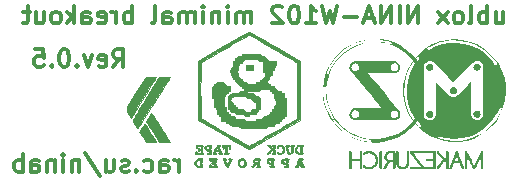
<source format=gbr>
%TF.GenerationSoftware,KiCad,Pcbnew,5.1.10*%
%TF.CreationDate,2021-05-04T23:01:40-04:00*%
%TF.ProjectId,NINA-W102_minimal_breakout,4e494e41-2d57-4313-9032-5f6d696e696d,0.5*%
%TF.SameCoordinates,Original*%
%TF.FileFunction,Legend,Bot*%
%TF.FilePolarity,Positive*%
%FSLAX46Y46*%
G04 Gerber Fmt 4.6, Leading zero omitted, Abs format (unit mm)*
G04 Created by KiCad (PCBNEW 5.1.10) date 2021-05-04 23:01:40*
%MOMM*%
%LPD*%
G01*
G04 APERTURE LIST*
%ADD10C,0.300000*%
%ADD11C,0.010000*%
%ADD12C,0.100000*%
G04 APERTURE END LIST*
D10*
X122128571Y-113478571D02*
X122128571Y-112478571D01*
X122128571Y-112764285D02*
X122057142Y-112621428D01*
X121985714Y-112550000D01*
X121842857Y-112478571D01*
X121700000Y-112478571D01*
X120557142Y-113478571D02*
X120557142Y-112692857D01*
X120628571Y-112550000D01*
X120771428Y-112478571D01*
X121057142Y-112478571D01*
X121200000Y-112550000D01*
X120557142Y-113407142D02*
X120700000Y-113478571D01*
X121057142Y-113478571D01*
X121200000Y-113407142D01*
X121271428Y-113264285D01*
X121271428Y-113121428D01*
X121200000Y-112978571D01*
X121057142Y-112907142D01*
X120700000Y-112907142D01*
X120557142Y-112835714D01*
X119200000Y-113407142D02*
X119342857Y-113478571D01*
X119628571Y-113478571D01*
X119771428Y-113407142D01*
X119842857Y-113335714D01*
X119914285Y-113192857D01*
X119914285Y-112764285D01*
X119842857Y-112621428D01*
X119771428Y-112550000D01*
X119628571Y-112478571D01*
X119342857Y-112478571D01*
X119200000Y-112550000D01*
X118557142Y-113335714D02*
X118485714Y-113407142D01*
X118557142Y-113478571D01*
X118628571Y-113407142D01*
X118557142Y-113335714D01*
X118557142Y-113478571D01*
X117914285Y-113407142D02*
X117771428Y-113478571D01*
X117485714Y-113478571D01*
X117342857Y-113407142D01*
X117271428Y-113264285D01*
X117271428Y-113192857D01*
X117342857Y-113050000D01*
X117485714Y-112978571D01*
X117700000Y-112978571D01*
X117842857Y-112907142D01*
X117914285Y-112764285D01*
X117914285Y-112692857D01*
X117842857Y-112550000D01*
X117700000Y-112478571D01*
X117485714Y-112478571D01*
X117342857Y-112550000D01*
X115985714Y-112478571D02*
X115985714Y-113478571D01*
X116628571Y-112478571D02*
X116628571Y-113264285D01*
X116557142Y-113407142D01*
X116414285Y-113478571D01*
X116200000Y-113478571D01*
X116057142Y-113407142D01*
X115985714Y-113335714D01*
X114200000Y-111907142D02*
X115485714Y-113835714D01*
X113700000Y-112478571D02*
X113700000Y-113478571D01*
X113700000Y-112621428D02*
X113628571Y-112550000D01*
X113485714Y-112478571D01*
X113271428Y-112478571D01*
X113128571Y-112550000D01*
X113057142Y-112692857D01*
X113057142Y-113478571D01*
X112342857Y-113478571D02*
X112342857Y-112478571D01*
X112342857Y-111978571D02*
X112414285Y-112050000D01*
X112342857Y-112121428D01*
X112271428Y-112050000D01*
X112342857Y-111978571D01*
X112342857Y-112121428D01*
X111628571Y-112478571D02*
X111628571Y-113478571D01*
X111628571Y-112621428D02*
X111557142Y-112550000D01*
X111414285Y-112478571D01*
X111200000Y-112478571D01*
X111057142Y-112550000D01*
X110985714Y-112692857D01*
X110985714Y-113478571D01*
X109628571Y-113478571D02*
X109628571Y-112692857D01*
X109700000Y-112550000D01*
X109842857Y-112478571D01*
X110128571Y-112478571D01*
X110271428Y-112550000D01*
X109628571Y-113407142D02*
X109771428Y-113478571D01*
X110128571Y-113478571D01*
X110271428Y-113407142D01*
X110342857Y-113264285D01*
X110342857Y-113121428D01*
X110271428Y-112978571D01*
X110128571Y-112907142D01*
X109771428Y-112907142D01*
X109628571Y-112835714D01*
X108914285Y-113478571D02*
X108914285Y-111978571D01*
X108914285Y-112550000D02*
X108771428Y-112478571D01*
X108485714Y-112478571D01*
X108342857Y-112550000D01*
X108271428Y-112621428D01*
X108200000Y-112764285D01*
X108200000Y-113192857D01*
X108271428Y-113335714D01*
X108342857Y-113407142D01*
X108485714Y-113478571D01*
X108771428Y-113478571D01*
X108914285Y-113407142D01*
X116583257Y-104615371D02*
X117083257Y-103901085D01*
X117440400Y-104615371D02*
X117440400Y-103115371D01*
X116868971Y-103115371D01*
X116726114Y-103186800D01*
X116654685Y-103258228D01*
X116583257Y-103401085D01*
X116583257Y-103615371D01*
X116654685Y-103758228D01*
X116726114Y-103829657D01*
X116868971Y-103901085D01*
X117440400Y-103901085D01*
X115368971Y-104543942D02*
X115511828Y-104615371D01*
X115797542Y-104615371D01*
X115940400Y-104543942D01*
X116011828Y-104401085D01*
X116011828Y-103829657D01*
X115940400Y-103686800D01*
X115797542Y-103615371D01*
X115511828Y-103615371D01*
X115368971Y-103686800D01*
X115297542Y-103829657D01*
X115297542Y-103972514D01*
X116011828Y-104115371D01*
X114797542Y-103615371D02*
X114440400Y-104615371D01*
X114083257Y-103615371D01*
X113511828Y-104472514D02*
X113440400Y-104543942D01*
X113511828Y-104615371D01*
X113583257Y-104543942D01*
X113511828Y-104472514D01*
X113511828Y-104615371D01*
X112511828Y-103115371D02*
X112368971Y-103115371D01*
X112226114Y-103186800D01*
X112154685Y-103258228D01*
X112083257Y-103401085D01*
X112011828Y-103686800D01*
X112011828Y-104043942D01*
X112083257Y-104329657D01*
X112154685Y-104472514D01*
X112226114Y-104543942D01*
X112368971Y-104615371D01*
X112511828Y-104615371D01*
X112654685Y-104543942D01*
X112726114Y-104472514D01*
X112797542Y-104329657D01*
X112868971Y-104043942D01*
X112868971Y-103686800D01*
X112797542Y-103401085D01*
X112726114Y-103258228D01*
X112654685Y-103186800D01*
X112511828Y-103115371D01*
X111368971Y-104472514D02*
X111297542Y-104543942D01*
X111368971Y-104615371D01*
X111440400Y-104543942D01*
X111368971Y-104472514D01*
X111368971Y-104615371D01*
X109940400Y-103115371D02*
X110654685Y-103115371D01*
X110726114Y-103829657D01*
X110654685Y-103758228D01*
X110511828Y-103686800D01*
X110154685Y-103686800D01*
X110011828Y-103758228D01*
X109940400Y-103829657D01*
X109868971Y-103972514D01*
X109868971Y-104329657D01*
X109940400Y-104472514D01*
X110011828Y-104543942D01*
X110154685Y-104615371D01*
X110511828Y-104615371D01*
X110654685Y-104543942D01*
X110726114Y-104472514D01*
X148984428Y-99932371D02*
X148984428Y-100932371D01*
X149627285Y-99932371D02*
X149627285Y-100718085D01*
X149555857Y-100860942D01*
X149413000Y-100932371D01*
X149198714Y-100932371D01*
X149055857Y-100860942D01*
X148984428Y-100789514D01*
X148270142Y-100932371D02*
X148270142Y-99432371D01*
X148270142Y-100003800D02*
X148127285Y-99932371D01*
X147841571Y-99932371D01*
X147698714Y-100003800D01*
X147627285Y-100075228D01*
X147555857Y-100218085D01*
X147555857Y-100646657D01*
X147627285Y-100789514D01*
X147698714Y-100860942D01*
X147841571Y-100932371D01*
X148127285Y-100932371D01*
X148270142Y-100860942D01*
X146698714Y-100932371D02*
X146841571Y-100860942D01*
X146913000Y-100718085D01*
X146913000Y-99432371D01*
X145913000Y-100932371D02*
X146055857Y-100860942D01*
X146127285Y-100789514D01*
X146198714Y-100646657D01*
X146198714Y-100218085D01*
X146127285Y-100075228D01*
X146055857Y-100003800D01*
X145913000Y-99932371D01*
X145698714Y-99932371D01*
X145555857Y-100003800D01*
X145484428Y-100075228D01*
X145413000Y-100218085D01*
X145413000Y-100646657D01*
X145484428Y-100789514D01*
X145555857Y-100860942D01*
X145698714Y-100932371D01*
X145913000Y-100932371D01*
X144913000Y-100932371D02*
X144127285Y-99932371D01*
X144913000Y-99932371D02*
X144127285Y-100932371D01*
X142413000Y-100932371D02*
X142413000Y-99432371D01*
X141555857Y-100932371D01*
X141555857Y-99432371D01*
X140841571Y-100932371D02*
X140841571Y-99432371D01*
X140127285Y-100932371D02*
X140127285Y-99432371D01*
X139270142Y-100932371D01*
X139270142Y-99432371D01*
X138627285Y-100503800D02*
X137913000Y-100503800D01*
X138770142Y-100932371D02*
X138270142Y-99432371D01*
X137770142Y-100932371D01*
X137270142Y-100360942D02*
X136127285Y-100360942D01*
X135555857Y-99432371D02*
X135198714Y-100932371D01*
X134913000Y-99860942D01*
X134627285Y-100932371D01*
X134270142Y-99432371D01*
X132913000Y-100932371D02*
X133770142Y-100932371D01*
X133341571Y-100932371D02*
X133341571Y-99432371D01*
X133484428Y-99646657D01*
X133627285Y-99789514D01*
X133770142Y-99860942D01*
X131984428Y-99432371D02*
X131841571Y-99432371D01*
X131698714Y-99503800D01*
X131627285Y-99575228D01*
X131555857Y-99718085D01*
X131484428Y-100003800D01*
X131484428Y-100360942D01*
X131555857Y-100646657D01*
X131627285Y-100789514D01*
X131698714Y-100860942D01*
X131841571Y-100932371D01*
X131984428Y-100932371D01*
X132127285Y-100860942D01*
X132198714Y-100789514D01*
X132270142Y-100646657D01*
X132341571Y-100360942D01*
X132341571Y-100003800D01*
X132270142Y-99718085D01*
X132198714Y-99575228D01*
X132127285Y-99503800D01*
X131984428Y-99432371D01*
X130913000Y-99575228D02*
X130841571Y-99503800D01*
X130698714Y-99432371D01*
X130341571Y-99432371D01*
X130198714Y-99503800D01*
X130127285Y-99575228D01*
X130055857Y-99718085D01*
X130055857Y-99860942D01*
X130127285Y-100075228D01*
X130984428Y-100932371D01*
X130055857Y-100932371D01*
X128270142Y-100932371D02*
X128270142Y-99932371D01*
X128270142Y-100075228D02*
X128198714Y-100003800D01*
X128055857Y-99932371D01*
X127841571Y-99932371D01*
X127698714Y-100003800D01*
X127627285Y-100146657D01*
X127627285Y-100932371D01*
X127627285Y-100146657D02*
X127555857Y-100003800D01*
X127413000Y-99932371D01*
X127198714Y-99932371D01*
X127055857Y-100003800D01*
X126984428Y-100146657D01*
X126984428Y-100932371D01*
X126270142Y-100932371D02*
X126270142Y-99932371D01*
X126270142Y-99432371D02*
X126341571Y-99503800D01*
X126270142Y-99575228D01*
X126198714Y-99503800D01*
X126270142Y-99432371D01*
X126270142Y-99575228D01*
X125555857Y-99932371D02*
X125555857Y-100932371D01*
X125555857Y-100075228D02*
X125484428Y-100003800D01*
X125341571Y-99932371D01*
X125127285Y-99932371D01*
X124984428Y-100003800D01*
X124913000Y-100146657D01*
X124913000Y-100932371D01*
X124198714Y-100932371D02*
X124198714Y-99932371D01*
X124198714Y-99432371D02*
X124270142Y-99503800D01*
X124198714Y-99575228D01*
X124127285Y-99503800D01*
X124198714Y-99432371D01*
X124198714Y-99575228D01*
X123484428Y-100932371D02*
X123484428Y-99932371D01*
X123484428Y-100075228D02*
X123413000Y-100003800D01*
X123270142Y-99932371D01*
X123055857Y-99932371D01*
X122913000Y-100003800D01*
X122841571Y-100146657D01*
X122841571Y-100932371D01*
X122841571Y-100146657D02*
X122770142Y-100003800D01*
X122627285Y-99932371D01*
X122413000Y-99932371D01*
X122270142Y-100003800D01*
X122198714Y-100146657D01*
X122198714Y-100932371D01*
X120841571Y-100932371D02*
X120841571Y-100146657D01*
X120913000Y-100003800D01*
X121055857Y-99932371D01*
X121341571Y-99932371D01*
X121484428Y-100003800D01*
X120841571Y-100860942D02*
X120984428Y-100932371D01*
X121341571Y-100932371D01*
X121484428Y-100860942D01*
X121555857Y-100718085D01*
X121555857Y-100575228D01*
X121484428Y-100432371D01*
X121341571Y-100360942D01*
X120984428Y-100360942D01*
X120841571Y-100289514D01*
X119913000Y-100932371D02*
X120055857Y-100860942D01*
X120127285Y-100718085D01*
X120127285Y-99432371D01*
X118198714Y-100932371D02*
X118198714Y-99432371D01*
X118198714Y-100003800D02*
X118055857Y-99932371D01*
X117770142Y-99932371D01*
X117627285Y-100003800D01*
X117555857Y-100075228D01*
X117484428Y-100218085D01*
X117484428Y-100646657D01*
X117555857Y-100789514D01*
X117627285Y-100860942D01*
X117770142Y-100932371D01*
X118055857Y-100932371D01*
X118198714Y-100860942D01*
X116841571Y-100932371D02*
X116841571Y-99932371D01*
X116841571Y-100218085D02*
X116770142Y-100075228D01*
X116698714Y-100003800D01*
X116555857Y-99932371D01*
X116413000Y-99932371D01*
X115341571Y-100860942D02*
X115484428Y-100932371D01*
X115770142Y-100932371D01*
X115913000Y-100860942D01*
X115984428Y-100718085D01*
X115984428Y-100146657D01*
X115913000Y-100003800D01*
X115770142Y-99932371D01*
X115484428Y-99932371D01*
X115341571Y-100003800D01*
X115270142Y-100146657D01*
X115270142Y-100289514D01*
X115984428Y-100432371D01*
X113984428Y-100932371D02*
X113984428Y-100146657D01*
X114055857Y-100003800D01*
X114198714Y-99932371D01*
X114484428Y-99932371D01*
X114627285Y-100003800D01*
X113984428Y-100860942D02*
X114127285Y-100932371D01*
X114484428Y-100932371D01*
X114627285Y-100860942D01*
X114698714Y-100718085D01*
X114698714Y-100575228D01*
X114627285Y-100432371D01*
X114484428Y-100360942D01*
X114127285Y-100360942D01*
X113984428Y-100289514D01*
X113270142Y-100932371D02*
X113270142Y-99432371D01*
X113127285Y-100360942D02*
X112698714Y-100932371D01*
X112698714Y-99932371D02*
X113270142Y-100503800D01*
X111841571Y-100932371D02*
X111984428Y-100860942D01*
X112055857Y-100789514D01*
X112127285Y-100646657D01*
X112127285Y-100218085D01*
X112055857Y-100075228D01*
X111984428Y-100003800D01*
X111841571Y-99932371D01*
X111627285Y-99932371D01*
X111484428Y-100003800D01*
X111413000Y-100075228D01*
X111341571Y-100218085D01*
X111341571Y-100646657D01*
X111413000Y-100789514D01*
X111484428Y-100860942D01*
X111627285Y-100932371D01*
X111841571Y-100932371D01*
X110055857Y-99932371D02*
X110055857Y-100932371D01*
X110698714Y-99932371D02*
X110698714Y-100718085D01*
X110627285Y-100860942D01*
X110484428Y-100932371D01*
X110270142Y-100932371D01*
X110127285Y-100860942D01*
X110055857Y-100789514D01*
X109555857Y-99932371D02*
X108984428Y-99932371D01*
X109341571Y-99432371D02*
X109341571Y-100718085D01*
X109270142Y-100860942D01*
X109127285Y-100932371D01*
X108984428Y-100932371D01*
D11*
%TO.C,G\u002A\u002A\u002A*%
G36*
X132373407Y-112344176D02*
G01*
X132319423Y-112363460D01*
X132276193Y-112415317D01*
X132229579Y-112515881D01*
X132174011Y-112658833D01*
X132113340Y-112806614D01*
X132059624Y-112917747D01*
X132022274Y-112973311D01*
X132016062Y-112976333D01*
X131983452Y-113010703D01*
X131979333Y-113039833D01*
X132011463Y-113086799D01*
X132114005Y-113103218D01*
X132127500Y-113103333D01*
X132237086Y-113089563D01*
X132275399Y-113045616D01*
X132275666Y-113039833D01*
X132252808Y-112983497D01*
X132233333Y-112976333D01*
X132192230Y-112944119D01*
X132191000Y-112934000D01*
X132228556Y-112907491D01*
X132322376Y-112892746D01*
X132360333Y-112891667D01*
X132466370Y-112901056D01*
X132525349Y-112924510D01*
X132529666Y-112934000D01*
X132497452Y-112975103D01*
X132487333Y-112976333D01*
X132449776Y-113010621D01*
X132445000Y-113039833D01*
X132480849Y-113080057D01*
X132565344Y-113102129D01*
X132663902Y-113103446D01*
X132741941Y-113081407D01*
X132760892Y-113063602D01*
X132752967Y-113011047D01*
X132728626Y-112989518D01*
X132680099Y-112931815D01*
X132622126Y-112824893D01*
X132596090Y-112764667D01*
X132568363Y-112694929D01*
X132442453Y-112694929D01*
X132412720Y-112753012D01*
X132357480Y-112764667D01*
X132295544Y-112749915D01*
X132293353Y-112690149D01*
X132299239Y-112669417D01*
X132335199Y-112574494D01*
X132367628Y-112554882D01*
X132404320Y-112596559D01*
X132442453Y-112694929D01*
X132568363Y-112694929D01*
X132547521Y-112642511D01*
X132510986Y-112550706D01*
X132501461Y-112526813D01*
X132520892Y-112481022D01*
X132573865Y-112455579D01*
X132638495Y-112422392D01*
X132631823Y-112384821D01*
X132565770Y-112354069D01*
X132452284Y-112341333D01*
X132373407Y-112344176D01*
G37*
X132373407Y-112344176D02*
X132319423Y-112363460D01*
X132276193Y-112415317D01*
X132229579Y-112515881D01*
X132174011Y-112658833D01*
X132113340Y-112806614D01*
X132059624Y-112917747D01*
X132022274Y-112973311D01*
X132016062Y-112976333D01*
X131983452Y-113010703D01*
X131979333Y-113039833D01*
X132011463Y-113086799D01*
X132114005Y-113103218D01*
X132127500Y-113103333D01*
X132237086Y-113089563D01*
X132275399Y-113045616D01*
X132275666Y-113039833D01*
X132252808Y-112983497D01*
X132233333Y-112976333D01*
X132192230Y-112944119D01*
X132191000Y-112934000D01*
X132228556Y-112907491D01*
X132322376Y-112892746D01*
X132360333Y-112891667D01*
X132466370Y-112901056D01*
X132525349Y-112924510D01*
X132529666Y-112934000D01*
X132497452Y-112975103D01*
X132487333Y-112976333D01*
X132449776Y-113010621D01*
X132445000Y-113039833D01*
X132480849Y-113080057D01*
X132565344Y-113102129D01*
X132663902Y-113103446D01*
X132741941Y-113081407D01*
X132760892Y-113063602D01*
X132752967Y-113011047D01*
X132728626Y-112989518D01*
X132680099Y-112931815D01*
X132622126Y-112824893D01*
X132596090Y-112764667D01*
X132568363Y-112694929D01*
X132442453Y-112694929D01*
X132412720Y-112753012D01*
X132357480Y-112764667D01*
X132295544Y-112749915D01*
X132293353Y-112690149D01*
X132299239Y-112669417D01*
X132335199Y-112574494D01*
X132367628Y-112554882D01*
X132404320Y-112596559D01*
X132442453Y-112694929D01*
X132568363Y-112694929D01*
X132547521Y-112642511D01*
X132510986Y-112550706D01*
X132501461Y-112526813D01*
X132520892Y-112481022D01*
X132573865Y-112455579D01*
X132638495Y-112422392D01*
X132631823Y-112384821D01*
X132565770Y-112354069D01*
X132452284Y-112341333D01*
X132373407Y-112344176D01*
G36*
X131003787Y-112364977D02*
G01*
X130872606Y-112428759D01*
X130798853Y-112521953D01*
X130793000Y-112633835D01*
X130826398Y-112705412D01*
X130910263Y-112777644D01*
X131032978Y-112832507D01*
X131129883Y-112849333D01*
X131201181Y-112873174D01*
X131212539Y-112924154D01*
X131165741Y-112971462D01*
X131122083Y-112983972D01*
X131039511Y-113008388D01*
X131031234Y-113040766D01*
X131088612Y-113072034D01*
X131203003Y-113093122D01*
X131227916Y-113095069D01*
X131353642Y-113097263D01*
X131414484Y-113079526D01*
X131429000Y-113042153D01*
X131406845Y-112984344D01*
X131386666Y-112976333D01*
X131361553Y-112938988D01*
X131347594Y-112845319D01*
X131344390Y-112722880D01*
X131351542Y-112599221D01*
X131352225Y-112595333D01*
X131217333Y-112595333D01*
X131205609Y-112686441D01*
X131157200Y-112719623D01*
X131116683Y-112722333D01*
X131015672Y-112697283D01*
X130963781Y-112659372D01*
X130927922Y-112571294D01*
X130965637Y-112502267D01*
X131065860Y-112469172D01*
X131089005Y-112468333D01*
X131179580Y-112478550D01*
X131213225Y-112526976D01*
X131217333Y-112595333D01*
X131352225Y-112595333D01*
X131368652Y-112501894D01*
X131394162Y-112458779D01*
X131435341Y-112426929D01*
X131409193Y-112390911D01*
X131332021Y-112359748D01*
X131220132Y-112342464D01*
X131181921Y-112341333D01*
X131003787Y-112364977D01*
G37*
X131003787Y-112364977D02*
X130872606Y-112428759D01*
X130798853Y-112521953D01*
X130793000Y-112633835D01*
X130826398Y-112705412D01*
X130910263Y-112777644D01*
X131032978Y-112832507D01*
X131129883Y-112849333D01*
X131201181Y-112873174D01*
X131212539Y-112924154D01*
X131165741Y-112971462D01*
X131122083Y-112983972D01*
X131039511Y-113008388D01*
X131031234Y-113040766D01*
X131088612Y-113072034D01*
X131203003Y-113093122D01*
X131227916Y-113095069D01*
X131353642Y-113097263D01*
X131414484Y-113079526D01*
X131429000Y-113042153D01*
X131406845Y-112984344D01*
X131386666Y-112976333D01*
X131361553Y-112938988D01*
X131347594Y-112845319D01*
X131344390Y-112722880D01*
X131351542Y-112599221D01*
X131352225Y-112595333D01*
X131217333Y-112595333D01*
X131205609Y-112686441D01*
X131157200Y-112719623D01*
X131116683Y-112722333D01*
X131015672Y-112697283D01*
X130963781Y-112659372D01*
X130927922Y-112571294D01*
X130965637Y-112502267D01*
X131065860Y-112469172D01*
X131089005Y-112468333D01*
X131179580Y-112478550D01*
X131213225Y-112526976D01*
X131217333Y-112595333D01*
X131352225Y-112595333D01*
X131368652Y-112501894D01*
X131394162Y-112458779D01*
X131435341Y-112426929D01*
X131409193Y-112390911D01*
X131332021Y-112359748D01*
X131220132Y-112342464D01*
X131181921Y-112341333D01*
X131003787Y-112364977D01*
G36*
X129783252Y-112363216D02*
G01*
X129647648Y-112429366D01*
X129582272Y-112537591D01*
X129576326Y-112631374D01*
X129625011Y-112710621D01*
X129668117Y-112750755D01*
X129775350Y-112818499D01*
X129880148Y-112849176D01*
X129886194Y-112849333D01*
X129968558Y-112873111D01*
X129987146Y-112924040D01*
X129940089Y-112971511D01*
X129894416Y-112983972D01*
X129811844Y-113008388D01*
X129803567Y-113040766D01*
X129860945Y-113072034D01*
X129975336Y-113093122D01*
X130000250Y-113095069D01*
X130125975Y-113097263D01*
X130186817Y-113079526D01*
X130201333Y-113042153D01*
X130179178Y-112984344D01*
X130159000Y-112976333D01*
X130133887Y-112938988D01*
X130119928Y-112845319D01*
X130116724Y-112722880D01*
X130123876Y-112599221D01*
X130124559Y-112595333D01*
X129989666Y-112595333D01*
X129977942Y-112686441D01*
X129929533Y-112719623D01*
X129889017Y-112722333D01*
X129788005Y-112697283D01*
X129736114Y-112659372D01*
X129700255Y-112571294D01*
X129737970Y-112502267D01*
X129838194Y-112469172D01*
X129861338Y-112468333D01*
X129951914Y-112478550D01*
X129985558Y-112526976D01*
X129989666Y-112595333D01*
X130124559Y-112595333D01*
X130140985Y-112501894D01*
X130166495Y-112458779D01*
X130204985Y-112426380D01*
X130178066Y-112388273D01*
X130103203Y-112356075D01*
X129997863Y-112341404D01*
X129989924Y-112341333D01*
X129783252Y-112363216D01*
G37*
X129783252Y-112363216D02*
X129647648Y-112429366D01*
X129582272Y-112537591D01*
X129576326Y-112631374D01*
X129625011Y-112710621D01*
X129668117Y-112750755D01*
X129775350Y-112818499D01*
X129880148Y-112849176D01*
X129886194Y-112849333D01*
X129968558Y-112873111D01*
X129987146Y-112924040D01*
X129940089Y-112971511D01*
X129894416Y-112983972D01*
X129811844Y-113008388D01*
X129803567Y-113040766D01*
X129860945Y-113072034D01*
X129975336Y-113093122D01*
X130000250Y-113095069D01*
X130125975Y-113097263D01*
X130186817Y-113079526D01*
X130201333Y-113042153D01*
X130179178Y-112984344D01*
X130159000Y-112976333D01*
X130133887Y-112938988D01*
X130119928Y-112845319D01*
X130116724Y-112722880D01*
X130123876Y-112599221D01*
X130124559Y-112595333D01*
X129989666Y-112595333D01*
X129977942Y-112686441D01*
X129929533Y-112719623D01*
X129889017Y-112722333D01*
X129788005Y-112697283D01*
X129736114Y-112659372D01*
X129700255Y-112571294D01*
X129737970Y-112502267D01*
X129838194Y-112469172D01*
X129861338Y-112468333D01*
X129951914Y-112478550D01*
X129985558Y-112526976D01*
X129989666Y-112595333D01*
X130124559Y-112595333D01*
X130140985Y-112501894D01*
X130166495Y-112458779D01*
X130204985Y-112426380D01*
X130178066Y-112388273D01*
X130103203Y-112356075D01*
X129997863Y-112341404D01*
X129989924Y-112341333D01*
X129783252Y-112363216D01*
G36*
X128619714Y-112361130D02*
G01*
X128486228Y-112419820D01*
X128426548Y-112516350D01*
X128423333Y-112551328D01*
X128440690Y-112654088D01*
X128471959Y-112711693D01*
X128495108Y-112768815D01*
X128459077Y-112853844D01*
X128449817Y-112868326D01*
X128387418Y-112944866D01*
X128337691Y-112976333D01*
X128300994Y-113010636D01*
X128296333Y-113039833D01*
X128321111Y-113096538D01*
X128386598Y-113092341D01*
X128479526Y-113031567D01*
X128556012Y-112955167D01*
X128645210Y-112866486D01*
X128720338Y-112813557D01*
X128742720Y-112807000D01*
X128815483Y-112836261D01*
X128829860Y-112900682D01*
X128789634Y-112955672D01*
X128731784Y-113019166D01*
X128719666Y-113055083D01*
X128755473Y-113086599D01*
X128839891Y-113101357D01*
X128938421Y-113098746D01*
X129016563Y-113078158D01*
X129037351Y-113060701D01*
X129028222Y-113012302D01*
X128997516Y-112992672D01*
X128957031Y-112952050D01*
X128936366Y-112858789D01*
X128931333Y-112722333D01*
X128937450Y-112584750D01*
X128839027Y-112584750D01*
X128835197Y-112652775D01*
X128781594Y-112677718D01*
X128727794Y-112680000D01*
X128621353Y-112661548D01*
X128554995Y-112622117D01*
X128531752Y-112559794D01*
X128568648Y-112513034D01*
X128666426Y-112472327D01*
X128764388Y-112488520D01*
X128829889Y-112552954D01*
X128839027Y-112584750D01*
X128937450Y-112584750D01*
X128938111Y-112569898D01*
X128961168Y-112484570D01*
X128997516Y-112451995D01*
X129047619Y-112415054D01*
X129026097Y-112378863D01*
X128945669Y-112351577D01*
X128824993Y-112341333D01*
X128619714Y-112361130D01*
G37*
X128619714Y-112361130D02*
X128486228Y-112419820D01*
X128426548Y-112516350D01*
X128423333Y-112551328D01*
X128440690Y-112654088D01*
X128471959Y-112711693D01*
X128495108Y-112768815D01*
X128459077Y-112853844D01*
X128449817Y-112868326D01*
X128387418Y-112944866D01*
X128337691Y-112976333D01*
X128300994Y-113010636D01*
X128296333Y-113039833D01*
X128321111Y-113096538D01*
X128386598Y-113092341D01*
X128479526Y-113031567D01*
X128556012Y-112955167D01*
X128645210Y-112866486D01*
X128720338Y-112813557D01*
X128742720Y-112807000D01*
X128815483Y-112836261D01*
X128829860Y-112900682D01*
X128789634Y-112955672D01*
X128731784Y-113019166D01*
X128719666Y-113055083D01*
X128755473Y-113086599D01*
X128839891Y-113101357D01*
X128938421Y-113098746D01*
X129016563Y-113078158D01*
X129037351Y-113060701D01*
X129028222Y-113012302D01*
X128997516Y-112992672D01*
X128957031Y-112952050D01*
X128936366Y-112858789D01*
X128931333Y-112722333D01*
X128937450Y-112584750D01*
X128839027Y-112584750D01*
X128835197Y-112652775D01*
X128781594Y-112677718D01*
X128727794Y-112680000D01*
X128621353Y-112661548D01*
X128554995Y-112622117D01*
X128531752Y-112559794D01*
X128568648Y-112513034D01*
X128666426Y-112472327D01*
X128764388Y-112488520D01*
X128829889Y-112552954D01*
X128839027Y-112584750D01*
X128937450Y-112584750D01*
X128938111Y-112569898D01*
X128961168Y-112484570D01*
X128997516Y-112451995D01*
X129047619Y-112415054D01*
X129026097Y-112378863D01*
X128945669Y-112351577D01*
X128824993Y-112341333D01*
X128619714Y-112361130D01*
G36*
X127310481Y-112378876D02*
G01*
X127194009Y-112479182D01*
X127126723Y-112623764D01*
X127121307Y-112794137D01*
X127128654Y-112829243D01*
X127201712Y-112977645D01*
X127319662Y-113071258D01*
X127461517Y-113104053D01*
X127606290Y-113069999D01*
X127705908Y-112995113D01*
X127790099Y-112854878D01*
X127805332Y-112737159D01*
X127701357Y-112737159D01*
X127659848Y-112862006D01*
X127592857Y-112930350D01*
X127506103Y-112985088D01*
X127432412Y-112984117D01*
X127340913Y-112924082D01*
X127312083Y-112899833D01*
X127246382Y-112794340D01*
X127247050Y-112668045D01*
X127311430Y-112549171D01*
X127348357Y-112514671D01*
X127467123Y-112459509D01*
X127573366Y-112487464D01*
X127660363Y-112593520D01*
X127701357Y-112737159D01*
X127805332Y-112737159D01*
X127810066Y-112700579D01*
X127773314Y-112552447D01*
X127687344Y-112430713D01*
X127559659Y-112355608D01*
X127463454Y-112341333D01*
X127310481Y-112378876D01*
G37*
X127310481Y-112378876D02*
X127194009Y-112479182D01*
X127126723Y-112623764D01*
X127121307Y-112794137D01*
X127128654Y-112829243D01*
X127201712Y-112977645D01*
X127319662Y-113071258D01*
X127461517Y-113104053D01*
X127606290Y-113069999D01*
X127705908Y-112995113D01*
X127790099Y-112854878D01*
X127805332Y-112737159D01*
X127701357Y-112737159D01*
X127659848Y-112862006D01*
X127592857Y-112930350D01*
X127506103Y-112985088D01*
X127432412Y-112984117D01*
X127340913Y-112924082D01*
X127312083Y-112899833D01*
X127246382Y-112794340D01*
X127247050Y-112668045D01*
X127311430Y-112549171D01*
X127348357Y-112514671D01*
X127467123Y-112459509D01*
X127573366Y-112487464D01*
X127660363Y-112593520D01*
X127701357Y-112737159D01*
X127805332Y-112737159D01*
X127810066Y-112700579D01*
X127773314Y-112552447D01*
X127687344Y-112430713D01*
X127559659Y-112355608D01*
X127463454Y-112341333D01*
X127310481Y-112378876D01*
G36*
X125899391Y-112359862D02*
G01*
X125855998Y-112408987D01*
X125888123Y-112479017D01*
X125892991Y-112484038D01*
X125937630Y-112550347D01*
X126000259Y-112669885D01*
X126067583Y-112817208D01*
X126069787Y-112822380D01*
X126135220Y-112959963D01*
X126196122Y-113060111D01*
X126240234Y-113102963D01*
X126243166Y-113103333D01*
X126284475Y-113066946D01*
X126343325Y-112970985D01*
X126407794Y-112835253D01*
X126415197Y-112817583D01*
X126481555Y-112669598D01*
X126544669Y-112550056D01*
X126591483Y-112483538D01*
X126593533Y-112481733D01*
X126632941Y-112417649D01*
X126598378Y-112366828D01*
X126500538Y-112342044D01*
X126476000Y-112341333D01*
X126372046Y-112356796D01*
X126325135Y-112394726D01*
X126347259Y-112442432D01*
X126367703Y-112455951D01*
X126399227Y-112487072D01*
X126397555Y-112541658D01*
X126359603Y-112640611D01*
X126331377Y-112701969D01*
X126274039Y-112820169D01*
X126239491Y-112870726D01*
X126215143Y-112862915D01*
X126188807Y-112807000D01*
X126123798Y-112646285D01*
X126088291Y-112546896D01*
X126079104Y-112492055D01*
X126093053Y-112464984D01*
X126121267Y-112451067D01*
X126166105Y-112413010D01*
X126142748Y-112372987D01*
X126066018Y-112345659D01*
X126010333Y-112341333D01*
X125899391Y-112359862D01*
G37*
X125899391Y-112359862D02*
X125855998Y-112408987D01*
X125888123Y-112479017D01*
X125892991Y-112484038D01*
X125937630Y-112550347D01*
X126000259Y-112669885D01*
X126067583Y-112817208D01*
X126069787Y-112822380D01*
X126135220Y-112959963D01*
X126196122Y-113060111D01*
X126240234Y-113102963D01*
X126243166Y-113103333D01*
X126284475Y-113066946D01*
X126343325Y-112970985D01*
X126407794Y-112835253D01*
X126415197Y-112817583D01*
X126481555Y-112669598D01*
X126544669Y-112550056D01*
X126591483Y-112483538D01*
X126593533Y-112481733D01*
X126632941Y-112417649D01*
X126598378Y-112366828D01*
X126500538Y-112342044D01*
X126476000Y-112341333D01*
X126372046Y-112356796D01*
X126325135Y-112394726D01*
X126347259Y-112442432D01*
X126367703Y-112455951D01*
X126399227Y-112487072D01*
X126397555Y-112541658D01*
X126359603Y-112640611D01*
X126331377Y-112701969D01*
X126274039Y-112820169D01*
X126239491Y-112870726D01*
X126215143Y-112862915D01*
X126188807Y-112807000D01*
X126123798Y-112646285D01*
X126088291Y-112546896D01*
X126079104Y-112492055D01*
X126093053Y-112464984D01*
X126121267Y-112451067D01*
X126166105Y-112413010D01*
X126142748Y-112372987D01*
X126066018Y-112345659D01*
X126010333Y-112341333D01*
X125899391Y-112359862D01*
G36*
X124740333Y-112468333D02*
G01*
X124755073Y-112563711D01*
X124790137Y-112594351D01*
X124831794Y-112551531D01*
X124840309Y-112531833D01*
X124901556Y-112483805D01*
X125014171Y-112468333D01*
X125114943Y-112476076D01*
X125156441Y-112511028D01*
X125163666Y-112574167D01*
X125141586Y-112659286D01*
X125100166Y-112680000D01*
X125043831Y-112657141D01*
X125036666Y-112637667D01*
X125002378Y-112600109D01*
X124973166Y-112595333D01*
X124922681Y-112633075D01*
X124909666Y-112719835D01*
X124925062Y-112826491D01*
X124963385Y-112872246D01*
X125012844Y-112846851D01*
X125028490Y-112823113D01*
X125082691Y-112778514D01*
X125135846Y-112802246D01*
X125163275Y-112881337D01*
X125163666Y-112894165D01*
X125148555Y-112948107D01*
X125088690Y-112971899D01*
X124994333Y-112976333D01*
X124876591Y-112965848D01*
X124828073Y-112931089D01*
X124825000Y-112912833D01*
X124791113Y-112856709D01*
X124761500Y-112849333D01*
X124711087Y-112887197D01*
X124698000Y-112976333D01*
X124698000Y-113103333D01*
X125013001Y-113103333D01*
X125168118Y-113098629D01*
X125287597Y-113086209D01*
X125348584Y-113068608D01*
X125351202Y-113065796D01*
X125342771Y-113011906D01*
X125311367Y-112975946D01*
X125267580Y-112897160D01*
X125247551Y-112775022D01*
X125250867Y-112641923D01*
X125277111Y-112530253D01*
X125317777Y-112476011D01*
X125371392Y-112426293D01*
X125347198Y-112385295D01*
X125251867Y-112356187D01*
X125092075Y-112342138D01*
X125034168Y-112341333D01*
X124740333Y-112341333D01*
X124740333Y-112468333D01*
G37*
X124740333Y-112468333D02*
X124755073Y-112563711D01*
X124790137Y-112594351D01*
X124831794Y-112551531D01*
X124840309Y-112531833D01*
X124901556Y-112483805D01*
X125014171Y-112468333D01*
X125114943Y-112476076D01*
X125156441Y-112511028D01*
X125163666Y-112574167D01*
X125141586Y-112659286D01*
X125100166Y-112680000D01*
X125043831Y-112657141D01*
X125036666Y-112637667D01*
X125002378Y-112600109D01*
X124973166Y-112595333D01*
X124922681Y-112633075D01*
X124909666Y-112719835D01*
X124925062Y-112826491D01*
X124963385Y-112872246D01*
X125012844Y-112846851D01*
X125028490Y-112823113D01*
X125082691Y-112778514D01*
X125135846Y-112802246D01*
X125163275Y-112881337D01*
X125163666Y-112894165D01*
X125148555Y-112948107D01*
X125088690Y-112971899D01*
X124994333Y-112976333D01*
X124876591Y-112965848D01*
X124828073Y-112931089D01*
X124825000Y-112912833D01*
X124791113Y-112856709D01*
X124761500Y-112849333D01*
X124711087Y-112887197D01*
X124698000Y-112976333D01*
X124698000Y-113103333D01*
X125013001Y-113103333D01*
X125168118Y-113098629D01*
X125287597Y-113086209D01*
X125348584Y-113068608D01*
X125351202Y-113065796D01*
X125342771Y-113011906D01*
X125311367Y-112975946D01*
X125267580Y-112897160D01*
X125247551Y-112775022D01*
X125250867Y-112641923D01*
X125277111Y-112530253D01*
X125317777Y-112476011D01*
X125371392Y-112426293D01*
X125347198Y-112385295D01*
X125251867Y-112356187D01*
X125092075Y-112342138D01*
X125034168Y-112341333D01*
X124740333Y-112341333D01*
X124740333Y-112468333D01*
G36*
X123801785Y-112357513D02*
G01*
X123694152Y-112385774D01*
X123568706Y-112469433D01*
X123492579Y-112600377D01*
X123470608Y-112753849D01*
X123507631Y-112905094D01*
X123574242Y-112999424D01*
X123654983Y-113063130D01*
X123752358Y-113094445D01*
X123898730Y-113103298D01*
X123912909Y-113103333D01*
X124053974Y-113097717D01*
X124126905Y-113077989D01*
X124147666Y-113039833D01*
X124124808Y-112983497D01*
X124105333Y-112976333D01*
X124080220Y-112938988D01*
X124066261Y-112845319D01*
X124065125Y-112801887D01*
X123973750Y-112801887D01*
X123966105Y-112898591D01*
X123961166Y-112917676D01*
X123905501Y-112960836D01*
X123807733Y-112974803D01*
X123705573Y-112958630D01*
X123648133Y-112925533D01*
X123604003Y-112829980D01*
X123602680Y-112702772D01*
X123641091Y-112583410D01*
X123678509Y-112534993D01*
X123778421Y-112483097D01*
X123858425Y-112475515D01*
X123922259Y-112497580D01*
X123955081Y-112556105D01*
X123970421Y-112674260D01*
X123973750Y-112801887D01*
X124065125Y-112801887D01*
X124063057Y-112722880D01*
X124070209Y-112599221D01*
X124087318Y-112501894D01*
X124112828Y-112458779D01*
X124140159Y-112416277D01*
X124131497Y-112391751D01*
X124064975Y-112354606D01*
X123945711Y-112343065D01*
X123801785Y-112357513D01*
G37*
X123801785Y-112357513D02*
X123694152Y-112385774D01*
X123568706Y-112469433D01*
X123492579Y-112600377D01*
X123470608Y-112753849D01*
X123507631Y-112905094D01*
X123574242Y-112999424D01*
X123654983Y-113063130D01*
X123752358Y-113094445D01*
X123898730Y-113103298D01*
X123912909Y-113103333D01*
X124053974Y-113097717D01*
X124126905Y-113077989D01*
X124147666Y-113039833D01*
X124124808Y-112983497D01*
X124105333Y-112976333D01*
X124080220Y-112938988D01*
X124066261Y-112845319D01*
X124065125Y-112801887D01*
X123973750Y-112801887D01*
X123966105Y-112898591D01*
X123961166Y-112917676D01*
X123905501Y-112960836D01*
X123807733Y-112974803D01*
X123705573Y-112958630D01*
X123648133Y-112925533D01*
X123604003Y-112829980D01*
X123602680Y-112702772D01*
X123641091Y-112583410D01*
X123678509Y-112534993D01*
X123778421Y-112483097D01*
X123858425Y-112475515D01*
X123922259Y-112497580D01*
X123955081Y-112556105D01*
X123970421Y-112674260D01*
X123973750Y-112801887D01*
X124065125Y-112801887D01*
X124063057Y-112722880D01*
X124070209Y-112599221D01*
X124087318Y-112501894D01*
X124112828Y-112458779D01*
X124140159Y-112416277D01*
X124131497Y-112391751D01*
X124064975Y-112354606D01*
X123945711Y-112343065D01*
X123801785Y-112357513D01*
G36*
X132271554Y-111245129D02*
G01*
X132168102Y-111257614D01*
X132123254Y-111273065D01*
X132043414Y-111368963D01*
X131991701Y-111515062D01*
X131979333Y-111632671D01*
X132011003Y-111789180D01*
X132107434Y-111894441D01*
X132270756Y-111950052D01*
X132415978Y-111960333D01*
X132545917Y-111953987D01*
X132633309Y-111937567D01*
X132656666Y-111920498D01*
X132625894Y-111863165D01*
X132614333Y-111854500D01*
X132591682Y-111801207D01*
X132576320Y-111689868D01*
X132573080Y-111605089D01*
X132445000Y-111605089D01*
X132445000Y-111884845D01*
X132328583Y-111856303D01*
X132220400Y-111814977D01*
X132153958Y-111770827D01*
X132099361Y-111666160D01*
X132105439Y-111543206D01*
X132160878Y-111428248D01*
X132254365Y-111347566D01*
X132345728Y-111325333D01*
X132398807Y-111330934D01*
X132428562Y-111360348D01*
X132441705Y-111432492D01*
X132444948Y-111566285D01*
X132445000Y-111605089D01*
X132573080Y-111605089D01*
X132572000Y-111576835D01*
X132578483Y-111442562D01*
X132595390Y-111351639D01*
X132614333Y-111325333D01*
X132655436Y-111293119D01*
X132656666Y-111283000D01*
X132619016Y-111261372D01*
X132524173Y-111247514D01*
X132399298Y-111241931D01*
X132271554Y-111245129D01*
G37*
X132271554Y-111245129D02*
X132168102Y-111257614D01*
X132123254Y-111273065D01*
X132043414Y-111368963D01*
X131991701Y-111515062D01*
X131979333Y-111632671D01*
X132011003Y-111789180D01*
X132107434Y-111894441D01*
X132270756Y-111950052D01*
X132415978Y-111960333D01*
X132545917Y-111953987D01*
X132633309Y-111937567D01*
X132656666Y-111920498D01*
X132625894Y-111863165D01*
X132614333Y-111854500D01*
X132591682Y-111801207D01*
X132576320Y-111689868D01*
X132573080Y-111605089D01*
X132445000Y-111605089D01*
X132445000Y-111884845D01*
X132328583Y-111856303D01*
X132220400Y-111814977D01*
X132153958Y-111770827D01*
X132099361Y-111666160D01*
X132105439Y-111543206D01*
X132160878Y-111428248D01*
X132254365Y-111347566D01*
X132345728Y-111325333D01*
X132398807Y-111330934D01*
X132428562Y-111360348D01*
X132441705Y-111432492D01*
X132444948Y-111566285D01*
X132445000Y-111605089D01*
X132573080Y-111605089D01*
X132572000Y-111576835D01*
X132578483Y-111442562D01*
X132595390Y-111351639D01*
X132614333Y-111325333D01*
X132655436Y-111293119D01*
X132656666Y-111283000D01*
X132619016Y-111261372D01*
X132524173Y-111247514D01*
X132399298Y-111241931D01*
X132271554Y-111245129D01*
G36*
X131216327Y-111254693D02*
G01*
X131174187Y-111290572D01*
X131206046Y-111339004D01*
X131217333Y-111346500D01*
X131240330Y-111399966D01*
X131255705Y-111510895D01*
X131259666Y-111615698D01*
X131268052Y-111757426D01*
X131289674Y-111867324D01*
X131310466Y-111909533D01*
X131402815Y-111951916D01*
X131532075Y-111958721D01*
X131659490Y-111932349D01*
X131739939Y-111882916D01*
X131789915Y-111778581D01*
X131809538Y-111605010D01*
X131810000Y-111565416D01*
X131816760Y-111435668D01*
X131834246Y-111348491D01*
X131852333Y-111325333D01*
X131893436Y-111293119D01*
X131894666Y-111283000D01*
X131857110Y-111256491D01*
X131763291Y-111241746D01*
X131725333Y-111240667D01*
X131619296Y-111250056D01*
X131560318Y-111273510D01*
X131556000Y-111283000D01*
X131590288Y-111320557D01*
X131619500Y-111325333D01*
X131658420Y-111346889D01*
X131678071Y-111422155D01*
X131683000Y-111549700D01*
X131665456Y-111726169D01*
X131616716Y-111837502D01*
X131542618Y-111878133D01*
X131449000Y-111842497D01*
X131410857Y-111809143D01*
X131369145Y-111731002D01*
X131346167Y-111616788D01*
X131342094Y-111493745D01*
X131357097Y-111389116D01*
X131391344Y-111330145D01*
X131407833Y-111325333D01*
X131464169Y-111302474D01*
X131471333Y-111283000D01*
X131434119Y-111255019D01*
X131342611Y-111241032D01*
X131323166Y-111240667D01*
X131216327Y-111254693D01*
G37*
X131216327Y-111254693D02*
X131174187Y-111290572D01*
X131206046Y-111339004D01*
X131217333Y-111346500D01*
X131240330Y-111399966D01*
X131255705Y-111510895D01*
X131259666Y-111615698D01*
X131268052Y-111757426D01*
X131289674Y-111867324D01*
X131310466Y-111909533D01*
X131402815Y-111951916D01*
X131532075Y-111958721D01*
X131659490Y-111932349D01*
X131739939Y-111882916D01*
X131789915Y-111778581D01*
X131809538Y-111605010D01*
X131810000Y-111565416D01*
X131816760Y-111435668D01*
X131834246Y-111348491D01*
X131852333Y-111325333D01*
X131893436Y-111293119D01*
X131894666Y-111283000D01*
X131857110Y-111256491D01*
X131763291Y-111241746D01*
X131725333Y-111240667D01*
X131619296Y-111250056D01*
X131560318Y-111273510D01*
X131556000Y-111283000D01*
X131590288Y-111320557D01*
X131619500Y-111325333D01*
X131658420Y-111346889D01*
X131678071Y-111422155D01*
X131683000Y-111549700D01*
X131665456Y-111726169D01*
X131616716Y-111837502D01*
X131542618Y-111878133D01*
X131449000Y-111842497D01*
X131410857Y-111809143D01*
X131369145Y-111731002D01*
X131346167Y-111616788D01*
X131342094Y-111493745D01*
X131357097Y-111389116D01*
X131391344Y-111330145D01*
X131407833Y-111325333D01*
X131464169Y-111302474D01*
X131471333Y-111283000D01*
X131434119Y-111255019D01*
X131342611Y-111241032D01*
X131323166Y-111240667D01*
X131216327Y-111254693D01*
G36*
X130644221Y-111221954D02*
G01*
X130527404Y-111244583D01*
X130472235Y-111277981D01*
X130456012Y-111340237D01*
X130455333Y-111372473D01*
X130468252Y-111470092D01*
X130505493Y-111486862D01*
X130564789Y-111422056D01*
X130572509Y-111410000D01*
X130659100Y-111340277D01*
X130771971Y-111332920D01*
X130879364Y-111388647D01*
X130893272Y-111402750D01*
X130951009Y-111518937D01*
X130956854Y-111656402D01*
X130911510Y-111776678D01*
X130885916Y-111805605D01*
X130780387Y-111866804D01*
X130657505Y-111861786D01*
X130562980Y-111826457D01*
X130468162Y-111800113D01*
X130420649Y-111816820D01*
X130434695Y-111864739D01*
X130474074Y-111900294D01*
X130596765Y-111949470D01*
X130751415Y-111960139D01*
X130900986Y-111934015D01*
X131005666Y-111875667D01*
X131075531Y-111748315D01*
X131090333Y-111618883D01*
X131065621Y-111420635D01*
X130989676Y-111289356D01*
X130859782Y-111222632D01*
X130673223Y-111218046D01*
X130644221Y-111221954D01*
G37*
X130644221Y-111221954D02*
X130527404Y-111244583D01*
X130472235Y-111277981D01*
X130456012Y-111340237D01*
X130455333Y-111372473D01*
X130468252Y-111470092D01*
X130505493Y-111486862D01*
X130564789Y-111422056D01*
X130572509Y-111410000D01*
X130659100Y-111340277D01*
X130771971Y-111332920D01*
X130879364Y-111388647D01*
X130893272Y-111402750D01*
X130951009Y-111518937D01*
X130956854Y-111656402D01*
X130911510Y-111776678D01*
X130885916Y-111805605D01*
X130780387Y-111866804D01*
X130657505Y-111861786D01*
X130562980Y-111826457D01*
X130468162Y-111800113D01*
X130420649Y-111816820D01*
X130434695Y-111864739D01*
X130474074Y-111900294D01*
X130596765Y-111949470D01*
X130751415Y-111960139D01*
X130900986Y-111934015D01*
X131005666Y-111875667D01*
X131075531Y-111748315D01*
X131090333Y-111618883D01*
X131065621Y-111420635D01*
X130989676Y-111289356D01*
X130859782Y-111222632D01*
X130673223Y-111218046D01*
X130644221Y-111221954D01*
G36*
X129688760Y-111246982D02*
G01*
X129651007Y-111262195D01*
X129651000Y-111262430D01*
X129679612Y-111301461D01*
X129751320Y-111373174D01*
X129783558Y-111402634D01*
X129916115Y-111521074D01*
X129804193Y-111698370D01*
X129731665Y-111800966D01*
X129671473Y-111864981D01*
X129650469Y-111875667D01*
X129609877Y-111907897D01*
X129608666Y-111918000D01*
X129640327Y-111956239D01*
X129712212Y-111960182D01*
X129789678Y-111935072D01*
X129838081Y-111886150D01*
X129839131Y-111883129D01*
X129886141Y-111792563D01*
X129957417Y-111707507D01*
X130029809Y-111651210D01*
X130076857Y-111644393D01*
X130112970Y-111703482D01*
X130114913Y-111787186D01*
X130087101Y-111856523D01*
X130050668Y-111875667D01*
X130006851Y-111896189D01*
X130010833Y-111918000D01*
X130063743Y-111945985D01*
X130155510Y-111958660D01*
X130251600Y-111955756D01*
X130317476Y-111936999D01*
X130328333Y-111920498D01*
X130297561Y-111863165D01*
X130286000Y-111854500D01*
X130263349Y-111801207D01*
X130247987Y-111689868D01*
X130243666Y-111576835D01*
X130250150Y-111442562D01*
X130267057Y-111351639D01*
X130286000Y-111325333D01*
X130327103Y-111293119D01*
X130328333Y-111283000D01*
X130290777Y-111256491D01*
X130196957Y-111241746D01*
X130159000Y-111240667D01*
X130052963Y-111250056D01*
X129993984Y-111273510D01*
X129989666Y-111283000D01*
X130023955Y-111320557D01*
X130053166Y-111325333D01*
X130104881Y-111360626D01*
X130116666Y-111410000D01*
X130101662Y-111478830D01*
X130080894Y-111494667D01*
X130021854Y-111462853D01*
X129954715Y-111390966D01*
X129909879Y-111314341D01*
X129905000Y-111290250D01*
X129868248Y-111255449D01*
X129779685Y-111240671D01*
X129778000Y-111240667D01*
X129688760Y-111246982D01*
G37*
X129688760Y-111246982D02*
X129651007Y-111262195D01*
X129651000Y-111262430D01*
X129679612Y-111301461D01*
X129751320Y-111373174D01*
X129783558Y-111402634D01*
X129916115Y-111521074D01*
X129804193Y-111698370D01*
X129731665Y-111800966D01*
X129671473Y-111864981D01*
X129650469Y-111875667D01*
X129609877Y-111907897D01*
X129608666Y-111918000D01*
X129640327Y-111956239D01*
X129712212Y-111960182D01*
X129789678Y-111935072D01*
X129838081Y-111886150D01*
X129839131Y-111883129D01*
X129886141Y-111792563D01*
X129957417Y-111707507D01*
X130029809Y-111651210D01*
X130076857Y-111644393D01*
X130112970Y-111703482D01*
X130114913Y-111787186D01*
X130087101Y-111856523D01*
X130050668Y-111875667D01*
X130006851Y-111896189D01*
X130010833Y-111918000D01*
X130063743Y-111945985D01*
X130155510Y-111958660D01*
X130251600Y-111955756D01*
X130317476Y-111936999D01*
X130328333Y-111920498D01*
X130297561Y-111863165D01*
X130286000Y-111854500D01*
X130263349Y-111801207D01*
X130247987Y-111689868D01*
X130243666Y-111576835D01*
X130250150Y-111442562D01*
X130267057Y-111351639D01*
X130286000Y-111325333D01*
X130327103Y-111293119D01*
X130328333Y-111283000D01*
X130290777Y-111256491D01*
X130196957Y-111241746D01*
X130159000Y-111240667D01*
X130052963Y-111250056D01*
X129993984Y-111273510D01*
X129989666Y-111283000D01*
X130023955Y-111320557D01*
X130053166Y-111325333D01*
X130104881Y-111360626D01*
X130116666Y-111410000D01*
X130101662Y-111478830D01*
X130080894Y-111494667D01*
X130021854Y-111462853D01*
X129954715Y-111390966D01*
X129909879Y-111314341D01*
X129905000Y-111290250D01*
X129868248Y-111255449D01*
X129779685Y-111240671D01*
X129778000Y-111240667D01*
X129688760Y-111246982D01*
G36*
X125841000Y-111392361D02*
G01*
X125858420Y-111494511D01*
X125897738Y-111528903D01*
X125939542Y-111491486D01*
X125960361Y-111417267D01*
X125994732Y-111344492D01*
X126034444Y-111325333D01*
X126068839Y-111346480D01*
X126087889Y-111419611D01*
X126094793Y-111559262D01*
X126095000Y-111600500D01*
X126092476Y-111749196D01*
X126080932Y-111832087D01*
X126054413Y-111867975D01*
X126007835Y-111875667D01*
X125949300Y-111891963D01*
X125946833Y-111918000D01*
X125998368Y-111941937D01*
X126097536Y-111955855D01*
X126214650Y-111959425D01*
X126320023Y-111952315D01*
X126383967Y-111934198D01*
X126391333Y-111922937D01*
X126356102Y-111883412D01*
X126306666Y-111863400D01*
X126259329Y-111839778D01*
X126233628Y-111786555D01*
X126223351Y-111682954D01*
X126222000Y-111580192D01*
X126225072Y-111436248D01*
X126237781Y-111359395D01*
X126265366Y-111332170D01*
X126296083Y-111333245D01*
X126360070Y-111381557D01*
X126383694Y-111442182D01*
X126409180Y-111523273D01*
X126442034Y-111530293D01*
X126468539Y-111471169D01*
X126476000Y-111388833D01*
X126476000Y-111240667D01*
X125841000Y-111240667D01*
X125841000Y-111392361D01*
G37*
X125841000Y-111392361D02*
X125858420Y-111494511D01*
X125897738Y-111528903D01*
X125939542Y-111491486D01*
X125960361Y-111417267D01*
X125994732Y-111344492D01*
X126034444Y-111325333D01*
X126068839Y-111346480D01*
X126087889Y-111419611D01*
X126094793Y-111559262D01*
X126095000Y-111600500D01*
X126092476Y-111749196D01*
X126080932Y-111832087D01*
X126054413Y-111867975D01*
X126007835Y-111875667D01*
X125949300Y-111891963D01*
X125946833Y-111918000D01*
X125998368Y-111941937D01*
X126097536Y-111955855D01*
X126214650Y-111959425D01*
X126320023Y-111952315D01*
X126383967Y-111934198D01*
X126391333Y-111922937D01*
X126356102Y-111883412D01*
X126306666Y-111863400D01*
X126259329Y-111839778D01*
X126233628Y-111786555D01*
X126223351Y-111682954D01*
X126222000Y-111580192D01*
X126225072Y-111436248D01*
X126237781Y-111359395D01*
X126265366Y-111332170D01*
X126296083Y-111333245D01*
X126360070Y-111381557D01*
X126383694Y-111442182D01*
X126409180Y-111523273D01*
X126442034Y-111530293D01*
X126468539Y-111471169D01*
X126476000Y-111388833D01*
X126476000Y-111240667D01*
X125841000Y-111240667D01*
X125841000Y-111392361D01*
G36*
X125494114Y-111248816D02*
G01*
X125396803Y-111259604D01*
X125334385Y-111286791D01*
X125287093Y-111349297D01*
X125235162Y-111466044D01*
X125215181Y-111515833D01*
X125152758Y-111659720D01*
X125092578Y-111777980D01*
X125054066Y-111836667D01*
X125003106Y-111907237D01*
X125016483Y-111945049D01*
X125102287Y-111959228D01*
X125163666Y-111960333D01*
X125278967Y-111948847D01*
X125330933Y-111919834D01*
X125311223Y-111881461D01*
X125266817Y-111859328D01*
X125219025Y-111821458D01*
X125241064Y-111782774D01*
X125319052Y-111755123D01*
X125396500Y-111748667D01*
X125504397Y-111762134D01*
X125565858Y-111794634D01*
X125566958Y-111834315D01*
X125526426Y-111859235D01*
X125481399Y-111899049D01*
X125483908Y-111922436D01*
X125533628Y-111945951D01*
X125623980Y-111958292D01*
X125720057Y-111958408D01*
X125786956Y-111945246D01*
X125798666Y-111931917D01*
X125774280Y-111880008D01*
X125741733Y-111836667D01*
X125693398Y-111758473D01*
X125636131Y-111638054D01*
X125614436Y-111584335D01*
X125475878Y-111584335D01*
X125473698Y-111632250D01*
X125417124Y-111661698D01*
X125343941Y-111652715D01*
X125318046Y-111631719D01*
X125321502Y-111574872D01*
X125354917Y-111494135D01*
X125411740Y-111388833D01*
X125452066Y-111494667D01*
X125475878Y-111584335D01*
X125614436Y-111584335D01*
X125583770Y-111508404D01*
X125550154Y-111402516D01*
X125544666Y-111366810D01*
X125578968Y-111330008D01*
X125608166Y-111325333D01*
X125664482Y-111301187D01*
X125671666Y-111280566D01*
X125633427Y-111254230D01*
X125532283Y-111246878D01*
X125494114Y-111248816D01*
G37*
X125494114Y-111248816D02*
X125396803Y-111259604D01*
X125334385Y-111286791D01*
X125287093Y-111349297D01*
X125235162Y-111466044D01*
X125215181Y-111515833D01*
X125152758Y-111659720D01*
X125092578Y-111777980D01*
X125054066Y-111836667D01*
X125003106Y-111907237D01*
X125016483Y-111945049D01*
X125102287Y-111959228D01*
X125163666Y-111960333D01*
X125278967Y-111948847D01*
X125330933Y-111919834D01*
X125311223Y-111881461D01*
X125266817Y-111859328D01*
X125219025Y-111821458D01*
X125241064Y-111782774D01*
X125319052Y-111755123D01*
X125396500Y-111748667D01*
X125504397Y-111762134D01*
X125565858Y-111794634D01*
X125566958Y-111834315D01*
X125526426Y-111859235D01*
X125481399Y-111899049D01*
X125483908Y-111922436D01*
X125533628Y-111945951D01*
X125623980Y-111958292D01*
X125720057Y-111958408D01*
X125786956Y-111945246D01*
X125798666Y-111931917D01*
X125774280Y-111880008D01*
X125741733Y-111836667D01*
X125693398Y-111758473D01*
X125636131Y-111638054D01*
X125614436Y-111584335D01*
X125475878Y-111584335D01*
X125473698Y-111632250D01*
X125417124Y-111661698D01*
X125343941Y-111652715D01*
X125318046Y-111631719D01*
X125321502Y-111574872D01*
X125354917Y-111494135D01*
X125411740Y-111388833D01*
X125452066Y-111494667D01*
X125475878Y-111584335D01*
X125614436Y-111584335D01*
X125583770Y-111508404D01*
X125550154Y-111402516D01*
X125544666Y-111366810D01*
X125578968Y-111330008D01*
X125608166Y-111325333D01*
X125664482Y-111301187D01*
X125671666Y-111280566D01*
X125633427Y-111254230D01*
X125532283Y-111246878D01*
X125494114Y-111248816D01*
G36*
X124508943Y-111245209D02*
G01*
X124419936Y-111264216D01*
X124363889Y-111305758D01*
X124338182Y-111340535D01*
X124298002Y-111464282D01*
X124329817Y-111578346D01*
X124421396Y-111664414D01*
X124560510Y-111704173D01*
X124581583Y-111704987D01*
X124669946Y-111722526D01*
X124697789Y-111781907D01*
X124698000Y-111791000D01*
X124673846Y-111856834D01*
X124589668Y-111875667D01*
X124517643Y-111889105D01*
X124507500Y-111918000D01*
X124559772Y-111943463D01*
X124657135Y-111957070D01*
X124768495Y-111958626D01*
X124862759Y-111947940D01*
X124908832Y-111924817D01*
X124909666Y-111920498D01*
X124878894Y-111863165D01*
X124867333Y-111854500D01*
X124844682Y-111801207D01*
X124829320Y-111689868D01*
X124825000Y-111576835D01*
X124831011Y-111452333D01*
X124698000Y-111452333D01*
X124686275Y-111543441D01*
X124637866Y-111576623D01*
X124597350Y-111579333D01*
X124496119Y-111554049D01*
X124444000Y-111515833D01*
X124419704Y-111437174D01*
X124462954Y-111367894D01*
X124557344Y-111328372D01*
X124597350Y-111325333D01*
X124669555Y-111340127D01*
X124695852Y-111401210D01*
X124698000Y-111452333D01*
X124831011Y-111452333D01*
X124831483Y-111442562D01*
X124848390Y-111351639D01*
X124867333Y-111325333D01*
X124908436Y-111293119D01*
X124909666Y-111283000D01*
X124871123Y-111260430D01*
X124770504Y-111245136D01*
X124656642Y-111240667D01*
X124508943Y-111245209D01*
G37*
X124508943Y-111245209D02*
X124419936Y-111264216D01*
X124363889Y-111305758D01*
X124338182Y-111340535D01*
X124298002Y-111464282D01*
X124329817Y-111578346D01*
X124421396Y-111664414D01*
X124560510Y-111704173D01*
X124581583Y-111704987D01*
X124669946Y-111722526D01*
X124697789Y-111781907D01*
X124698000Y-111791000D01*
X124673846Y-111856834D01*
X124589668Y-111875667D01*
X124517643Y-111889105D01*
X124507500Y-111918000D01*
X124559772Y-111943463D01*
X124657135Y-111957070D01*
X124768495Y-111958626D01*
X124862759Y-111947940D01*
X124908832Y-111924817D01*
X124909666Y-111920498D01*
X124878894Y-111863165D01*
X124867333Y-111854500D01*
X124844682Y-111801207D01*
X124829320Y-111689868D01*
X124825000Y-111576835D01*
X124831011Y-111452333D01*
X124698000Y-111452333D01*
X124686275Y-111543441D01*
X124637866Y-111576623D01*
X124597350Y-111579333D01*
X124496119Y-111554049D01*
X124444000Y-111515833D01*
X124419704Y-111437174D01*
X124462954Y-111367894D01*
X124557344Y-111328372D01*
X124597350Y-111325333D01*
X124669555Y-111340127D01*
X124695852Y-111401210D01*
X124698000Y-111452333D01*
X124831011Y-111452333D01*
X124831483Y-111442562D01*
X124848390Y-111351639D01*
X124867333Y-111325333D01*
X124908436Y-111293119D01*
X124909666Y-111283000D01*
X124871123Y-111260430D01*
X124770504Y-111245136D01*
X124656642Y-111240667D01*
X124508943Y-111245209D01*
G36*
X123597333Y-111367667D02*
G01*
X123609595Y-111456837D01*
X123639140Y-111494657D01*
X123639666Y-111494667D01*
X123674062Y-111459210D01*
X123682000Y-111410000D01*
X123696200Y-111354608D01*
X123753594Y-111330127D01*
X123851333Y-111325333D01*
X123960432Y-111331110D01*
X124008922Y-111358357D01*
X124020606Y-111421950D01*
X124020666Y-111431167D01*
X123994879Y-111512302D01*
X123936956Y-111539456D01*
X123876057Y-111500129D01*
X123872500Y-111494667D01*
X123823022Y-111451332D01*
X123784751Y-111483342D01*
X123766988Y-111581396D01*
X123766666Y-111600500D01*
X123780693Y-111707339D01*
X123816572Y-111749479D01*
X123865004Y-111717620D01*
X123872500Y-111706333D01*
X123933651Y-111661109D01*
X123992343Y-111681023D01*
X124013770Y-111752969D01*
X124013027Y-111759250D01*
X123984899Y-111826976D01*
X123909891Y-111859339D01*
X123846269Y-111867310D01*
X123738694Y-111866751D01*
X123686326Y-111833495D01*
X123670316Y-111793226D01*
X123631560Y-111717622D01*
X123588067Y-111716806D01*
X123558644Y-111784235D01*
X123555000Y-111833333D01*
X123555000Y-111960333D01*
X123893666Y-111960333D01*
X124050935Y-111955982D01*
X124169366Y-111944418D01*
X124228930Y-111927877D01*
X124232333Y-111922529D01*
X124198644Y-111876251D01*
X124168833Y-111860358D01*
X124128494Y-111815117D01*
X124108748Y-111709791D01*
X124105333Y-111600500D01*
X124113358Y-111447822D01*
X124139716Y-111364478D01*
X124168833Y-111340642D01*
X124232324Y-111303183D01*
X124216713Y-111272698D01*
X124127424Y-111251324D01*
X123969883Y-111241196D01*
X123914833Y-111240667D01*
X123597333Y-111240667D01*
X123597333Y-111367667D01*
G37*
X123597333Y-111367667D02*
X123609595Y-111456837D01*
X123639140Y-111494657D01*
X123639666Y-111494667D01*
X123674062Y-111459210D01*
X123682000Y-111410000D01*
X123696200Y-111354608D01*
X123753594Y-111330127D01*
X123851333Y-111325333D01*
X123960432Y-111331110D01*
X124008922Y-111358357D01*
X124020606Y-111421950D01*
X124020666Y-111431167D01*
X123994879Y-111512302D01*
X123936956Y-111539456D01*
X123876057Y-111500129D01*
X123872500Y-111494667D01*
X123823022Y-111451332D01*
X123784751Y-111483342D01*
X123766988Y-111581396D01*
X123766666Y-111600500D01*
X123780693Y-111707339D01*
X123816572Y-111749479D01*
X123865004Y-111717620D01*
X123872500Y-111706333D01*
X123933651Y-111661109D01*
X123992343Y-111681023D01*
X124013770Y-111752969D01*
X124013027Y-111759250D01*
X123984899Y-111826976D01*
X123909891Y-111859339D01*
X123846269Y-111867310D01*
X123738694Y-111866751D01*
X123686326Y-111833495D01*
X123670316Y-111793226D01*
X123631560Y-111717622D01*
X123588067Y-111716806D01*
X123558644Y-111784235D01*
X123555000Y-111833333D01*
X123555000Y-111960333D01*
X123893666Y-111960333D01*
X124050935Y-111955982D01*
X124169366Y-111944418D01*
X124228930Y-111927877D01*
X124232333Y-111922529D01*
X124198644Y-111876251D01*
X124168833Y-111860358D01*
X124128494Y-111815117D01*
X124108748Y-111709791D01*
X124105333Y-111600500D01*
X124113358Y-111447822D01*
X124139716Y-111364478D01*
X124168833Y-111340642D01*
X124232324Y-111303183D01*
X124216713Y-111272698D01*
X124127424Y-111251324D01*
X123969883Y-111241196D01*
X123914833Y-111240667D01*
X123597333Y-111240667D01*
X123597333Y-111367667D01*
G36*
X128057306Y-101657061D02*
G01*
X127944643Y-101714156D01*
X127772072Y-101806455D01*
X127546230Y-101930270D01*
X127273751Y-102081912D01*
X126961272Y-102257690D01*
X126615428Y-102453915D01*
X126242854Y-102666897D01*
X125906488Y-102860440D01*
X123766666Y-104095322D01*
X123766810Y-106599078D01*
X123766954Y-109102833D01*
X125892147Y-110330500D01*
X126280760Y-110554702D01*
X126647932Y-110765974D01*
X126987047Y-110960547D01*
X127291486Y-111134651D01*
X127554631Y-111284514D01*
X127769866Y-111406367D01*
X127930572Y-111496439D01*
X128030132Y-111550960D01*
X128061586Y-111566511D01*
X128105298Y-111547361D01*
X128215571Y-111489277D01*
X128385822Y-111395972D01*
X128609471Y-111271156D01*
X128879936Y-111118541D01*
X129190635Y-110941839D01*
X129534985Y-110744762D01*
X129906406Y-110531021D01*
X130243666Y-110336006D01*
X132381500Y-109097157D01*
X132392392Y-106605167D01*
X132191000Y-106605167D01*
X132190563Y-107132065D01*
X132189170Y-107579787D01*
X132186698Y-107953818D01*
X132183025Y-108259645D01*
X132178026Y-108502753D01*
X132171580Y-108688629D01*
X132163563Y-108822758D01*
X132153852Y-108910626D01*
X132142324Y-108957720D01*
X132138083Y-108965270D01*
X132088171Y-109003932D01*
X131973164Y-109078634D01*
X131801407Y-109184601D01*
X131581245Y-109317055D01*
X131321022Y-109471222D01*
X131029081Y-109642324D01*
X130713766Y-109825584D01*
X130383423Y-110016228D01*
X130046395Y-110209478D01*
X129711026Y-110400558D01*
X129385661Y-110584692D01*
X129078644Y-110757104D01*
X128798318Y-110913017D01*
X128553028Y-111047655D01*
X128351118Y-111156242D01*
X128200933Y-111234002D01*
X128110816Y-111276157D01*
X128089998Y-111282437D01*
X128034984Y-111261870D01*
X127914003Y-111202569D01*
X127734223Y-111108462D01*
X127502811Y-110983476D01*
X127226933Y-110831541D01*
X126913755Y-110656584D01*
X126570445Y-110462534D01*
X126204169Y-110253318D01*
X126036832Y-110157041D01*
X125663693Y-109941200D01*
X125311971Y-109736440D01*
X124988660Y-109546921D01*
X124700753Y-109376804D01*
X124455242Y-109230251D01*
X124259122Y-109111422D01*
X124119384Y-109024479D01*
X124043022Y-108973584D01*
X124031250Y-108963616D01*
X124019106Y-108929285D01*
X124008817Y-108856069D01*
X124000258Y-108738484D01*
X123993309Y-108571046D01*
X123987844Y-108348270D01*
X123983742Y-108064673D01*
X123980880Y-107714769D01*
X123979135Y-107293076D01*
X123978384Y-106794109D01*
X123978333Y-106601765D01*
X123978488Y-106100566D01*
X123979093Y-105677190D01*
X123980362Y-105324796D01*
X123982509Y-105036540D01*
X123985746Y-104805580D01*
X123990286Y-104625073D01*
X123996343Y-104488178D01*
X124004130Y-104388050D01*
X124013859Y-104317848D01*
X124025744Y-104270730D01*
X124039998Y-104239851D01*
X124052416Y-104223183D01*
X124098754Y-104190397D01*
X124210131Y-104120357D01*
X124378158Y-104017963D01*
X124594448Y-103888113D01*
X124850612Y-103735707D01*
X125138263Y-103565644D01*
X125449011Y-103382822D01*
X125774468Y-103192142D01*
X126106246Y-102998501D01*
X126435957Y-102806800D01*
X126755213Y-102621937D01*
X127055624Y-102448812D01*
X127328804Y-102292323D01*
X127566363Y-102157369D01*
X127759913Y-102048851D01*
X127901066Y-101971666D01*
X127960083Y-101940949D01*
X128052277Y-101905285D01*
X128132187Y-101912908D01*
X128220268Y-101952830D01*
X128334501Y-102014265D01*
X128504710Y-102109138D01*
X128722603Y-102232597D01*
X128979884Y-102379789D01*
X129268260Y-102545864D01*
X129579438Y-102725968D01*
X129905123Y-102915251D01*
X130237021Y-103108859D01*
X130566838Y-103301942D01*
X130886281Y-103489647D01*
X131187055Y-103667123D01*
X131460867Y-103829516D01*
X131699423Y-103971977D01*
X131894428Y-104089651D01*
X132037590Y-104177688D01*
X132120613Y-104231235D01*
X132138083Y-104244755D01*
X132150241Y-104279634D01*
X132160541Y-104353482D01*
X132169106Y-104471784D01*
X132176060Y-104640026D01*
X132181524Y-104863693D01*
X132185623Y-105148271D01*
X132188479Y-105499246D01*
X132190215Y-105922103D01*
X132190954Y-106422329D01*
X132191000Y-106605167D01*
X132392392Y-106605167D01*
X132392416Y-106599841D01*
X132403331Y-104102525D01*
X130281938Y-102877346D01*
X129893216Y-102653177D01*
X129525562Y-102441799D01*
X129185652Y-102247007D01*
X128880164Y-102072598D01*
X128615772Y-101922366D01*
X128399155Y-101800108D01*
X128236987Y-101709618D01*
X128135946Y-101654692D01*
X128103428Y-101638862D01*
X128057306Y-101657061D01*
G37*
X128057306Y-101657061D02*
X127944643Y-101714156D01*
X127772072Y-101806455D01*
X127546230Y-101930270D01*
X127273751Y-102081912D01*
X126961272Y-102257690D01*
X126615428Y-102453915D01*
X126242854Y-102666897D01*
X125906488Y-102860440D01*
X123766666Y-104095322D01*
X123766810Y-106599078D01*
X123766954Y-109102833D01*
X125892147Y-110330500D01*
X126280760Y-110554702D01*
X126647932Y-110765974D01*
X126987047Y-110960547D01*
X127291486Y-111134651D01*
X127554631Y-111284514D01*
X127769866Y-111406367D01*
X127930572Y-111496439D01*
X128030132Y-111550960D01*
X128061586Y-111566511D01*
X128105298Y-111547361D01*
X128215571Y-111489277D01*
X128385822Y-111395972D01*
X128609471Y-111271156D01*
X128879936Y-111118541D01*
X129190635Y-110941839D01*
X129534985Y-110744762D01*
X129906406Y-110531021D01*
X130243666Y-110336006D01*
X132381500Y-109097157D01*
X132392392Y-106605167D01*
X132191000Y-106605167D01*
X132190563Y-107132065D01*
X132189170Y-107579787D01*
X132186698Y-107953818D01*
X132183025Y-108259645D01*
X132178026Y-108502753D01*
X132171580Y-108688629D01*
X132163563Y-108822758D01*
X132153852Y-108910626D01*
X132142324Y-108957720D01*
X132138083Y-108965270D01*
X132088171Y-109003932D01*
X131973164Y-109078634D01*
X131801407Y-109184601D01*
X131581245Y-109317055D01*
X131321022Y-109471222D01*
X131029081Y-109642324D01*
X130713766Y-109825584D01*
X130383423Y-110016228D01*
X130046395Y-110209478D01*
X129711026Y-110400558D01*
X129385661Y-110584692D01*
X129078644Y-110757104D01*
X128798318Y-110913017D01*
X128553028Y-111047655D01*
X128351118Y-111156242D01*
X128200933Y-111234002D01*
X128110816Y-111276157D01*
X128089998Y-111282437D01*
X128034984Y-111261870D01*
X127914003Y-111202569D01*
X127734223Y-111108462D01*
X127502811Y-110983476D01*
X127226933Y-110831541D01*
X126913755Y-110656584D01*
X126570445Y-110462534D01*
X126204169Y-110253318D01*
X126036832Y-110157041D01*
X125663693Y-109941200D01*
X125311971Y-109736440D01*
X124988660Y-109546921D01*
X124700753Y-109376804D01*
X124455242Y-109230251D01*
X124259122Y-109111422D01*
X124119384Y-109024479D01*
X124043022Y-108973584D01*
X124031250Y-108963616D01*
X124019106Y-108929285D01*
X124008817Y-108856069D01*
X124000258Y-108738484D01*
X123993309Y-108571046D01*
X123987844Y-108348270D01*
X123983742Y-108064673D01*
X123980880Y-107714769D01*
X123979135Y-107293076D01*
X123978384Y-106794109D01*
X123978333Y-106601765D01*
X123978488Y-106100566D01*
X123979093Y-105677190D01*
X123980362Y-105324796D01*
X123982509Y-105036540D01*
X123985746Y-104805580D01*
X123990286Y-104625073D01*
X123996343Y-104488178D01*
X124004130Y-104388050D01*
X124013859Y-104317848D01*
X124025744Y-104270730D01*
X124039998Y-104239851D01*
X124052416Y-104223183D01*
X124098754Y-104190397D01*
X124210131Y-104120357D01*
X124378158Y-104017963D01*
X124594448Y-103888113D01*
X124850612Y-103735707D01*
X125138263Y-103565644D01*
X125449011Y-103382822D01*
X125774468Y-103192142D01*
X126106246Y-102998501D01*
X126435957Y-102806800D01*
X126755213Y-102621937D01*
X127055624Y-102448812D01*
X127328804Y-102292323D01*
X127566363Y-102157369D01*
X127759913Y-102048851D01*
X127901066Y-101971666D01*
X127960083Y-101940949D01*
X128052277Y-101905285D01*
X128132187Y-101912908D01*
X128220268Y-101952830D01*
X128334501Y-102014265D01*
X128504710Y-102109138D01*
X128722603Y-102232597D01*
X128979884Y-102379789D01*
X129268260Y-102545864D01*
X129579438Y-102725968D01*
X129905123Y-102915251D01*
X130237021Y-103108859D01*
X130566838Y-103301942D01*
X130886281Y-103489647D01*
X131187055Y-103667123D01*
X131460867Y-103829516D01*
X131699423Y-103971977D01*
X131894428Y-104089651D01*
X132037590Y-104177688D01*
X132120613Y-104231235D01*
X132138083Y-104244755D01*
X132150241Y-104279634D01*
X132160541Y-104353482D01*
X132169106Y-104471784D01*
X132176060Y-104640026D01*
X132181524Y-104863693D01*
X132185623Y-105148271D01*
X132188479Y-105499246D01*
X132190215Y-105922103D01*
X132190954Y-106422329D01*
X132191000Y-106605167D01*
X132392392Y-106605167D01*
X132392416Y-106599841D01*
X132403331Y-104102525D01*
X130281938Y-102877346D01*
X129893216Y-102653177D01*
X129525562Y-102441799D01*
X129185652Y-102247007D01*
X128880164Y-102072598D01*
X128615772Y-101922366D01*
X128399155Y-101800108D01*
X128236987Y-101709618D01*
X128135946Y-101654692D01*
X128103428Y-101638862D01*
X128057306Y-101657061D01*
G36*
X127492000Y-103599500D02*
G01*
X127484104Y-103664807D01*
X127445293Y-103695749D01*
X127352882Y-103704929D01*
X127301500Y-103705333D01*
X127182452Y-103710873D01*
X127126158Y-103733876D01*
X127111073Y-103783918D01*
X127111000Y-103790000D01*
X127086195Y-103856392D01*
X127005166Y-103874667D01*
X126924606Y-103892151D01*
X126899780Y-103960996D01*
X126899333Y-103980500D01*
X126879135Y-104063864D01*
X126816601Y-104086333D01*
X126771861Y-104096154D01*
X126744988Y-104137717D01*
X126729930Y-104229178D01*
X126721351Y-104372083D01*
X126712048Y-104524981D01*
X126696274Y-104612728D01*
X126667003Y-104654839D01*
X126617207Y-104670830D01*
X126613583Y-104671361D01*
X126563402Y-104685188D01*
X126534809Y-104721665D01*
X126521805Y-104800120D01*
X126518393Y-104939878D01*
X126518333Y-104978277D01*
X126520662Y-105133075D01*
X126531147Y-105221440D01*
X126555036Y-105261558D01*
X126597578Y-105271614D01*
X126603000Y-105271667D01*
X126655910Y-105284131D01*
X126680929Y-105335887D01*
X126687634Y-105448481D01*
X126687666Y-105462167D01*
X126692053Y-105579720D01*
X126713615Y-105635416D01*
X126764954Y-105651939D01*
X126793500Y-105652667D01*
X126874061Y-105670151D01*
X126898886Y-105738996D01*
X126899333Y-105758500D01*
X126916818Y-105839061D01*
X126985663Y-105863886D01*
X127005166Y-105864333D01*
X127088157Y-105884177D01*
X127111000Y-105949000D01*
X127140934Y-106019752D01*
X127195666Y-106033667D01*
X127262059Y-106058471D01*
X127280333Y-106139500D01*
X127297818Y-106220061D01*
X127366663Y-106244886D01*
X127386166Y-106245333D01*
X127469157Y-106265177D01*
X127492000Y-106330000D01*
X127521934Y-106400752D01*
X127576666Y-106414667D01*
X127643059Y-106439471D01*
X127661333Y-106520500D01*
X127653437Y-106585807D01*
X127614626Y-106616749D01*
X127522215Y-106625929D01*
X127470833Y-106626333D01*
X127353280Y-106630720D01*
X127297584Y-106652281D01*
X127281061Y-106703621D01*
X127280333Y-106732167D01*
X127277299Y-106782266D01*
X127257336Y-106813373D01*
X127204151Y-106830013D01*
X127101452Y-106836712D01*
X126932945Y-106837995D01*
X126899333Y-106838000D01*
X126717881Y-106839579D01*
X126605082Y-106846555D01*
X126544948Y-106862289D01*
X126521492Y-106890142D01*
X126518333Y-106918077D01*
X126479970Y-106993168D01*
X126412500Y-107024717D01*
X126306666Y-107051280D01*
X126306666Y-107619029D01*
X126307186Y-107847615D01*
X126310236Y-108005203D01*
X126318058Y-108105459D01*
X126332891Y-108162051D01*
X126356974Y-108188646D01*
X126392546Y-108198912D01*
X126401916Y-108200306D01*
X126487500Y-108248513D01*
X126510694Y-108309083D01*
X126530829Y-108368995D01*
X126584646Y-108396929D01*
X126696221Y-108404290D01*
X126711777Y-108404333D01*
X126829697Y-108410056D01*
X126884992Y-108433738D01*
X126899305Y-108485149D01*
X126899333Y-108489000D01*
X126905711Y-108529261D01*
X126935599Y-108554262D01*
X127005128Y-108567597D01*
X127130429Y-108572858D01*
X127279527Y-108573667D01*
X127460134Y-108574751D01*
X127573559Y-108581037D01*
X127637282Y-108597072D01*
X127668785Y-108627405D01*
X127685548Y-108676584D01*
X127686283Y-108679500D01*
X127713968Y-108746329D01*
X127769873Y-108777196D01*
X127880434Y-108785271D01*
X127898756Y-108785333D01*
X128016043Y-108779504D01*
X128070776Y-108755429D01*
X128084654Y-108703226D01*
X128084666Y-108700667D01*
X128092661Y-108656172D01*
X128128715Y-108630681D01*
X128210930Y-108619022D01*
X128357412Y-108616023D01*
X128381000Y-108616000D01*
X128535818Y-108614444D01*
X128624423Y-108605382D01*
X128665266Y-108582226D01*
X128676794Y-108538387D01*
X128677333Y-108510167D01*
X128698079Y-108426222D01*
X128757411Y-108404333D01*
X128832501Y-108365970D01*
X128864050Y-108298500D01*
X128916053Y-108211027D01*
X128974473Y-108192667D01*
X128681202Y-108192667D01*
X128489574Y-108192667D01*
X128368604Y-108198427D01*
X128305984Y-108224115D01*
X128275717Y-108282342D01*
X128271384Y-108298500D01*
X128250438Y-108356266D01*
X128210133Y-108388022D01*
X128129045Y-108401474D01*
X127985751Y-108404330D01*
X127977188Y-108404333D01*
X127830576Y-108401674D01*
X127748306Y-108389119D01*
X127710109Y-108359801D01*
X127696027Y-108309083D01*
X127680943Y-108257897D01*
X127640856Y-108227639D01*
X127556253Y-108211281D01*
X127407619Y-108201797D01*
X127396750Y-108201316D01*
X127243244Y-108191578D01*
X127156448Y-108175393D01*
X127118409Y-108146962D01*
X127111000Y-108109010D01*
X127074748Y-108037281D01*
X127015750Y-108015694D01*
X126930167Y-107967487D01*
X126906972Y-107906917D01*
X126865134Y-107827332D01*
X126812529Y-107811667D01*
X126736559Y-107773342D01*
X126705050Y-107705833D01*
X126654309Y-107619316D01*
X126598411Y-107600000D01*
X126548080Y-107585924D01*
X126524326Y-107529715D01*
X126518333Y-107410400D01*
X126518333Y-107409500D01*
X126524099Y-107290051D01*
X126547470Y-107233627D01*
X126597558Y-107219015D01*
X126600147Y-107219000D01*
X126677902Y-107183515D01*
X126708833Y-107134333D01*
X126725095Y-107100148D01*
X126757660Y-107076632D01*
X126820457Y-107061807D01*
X126927411Y-107053692D01*
X127092451Y-107050306D01*
X127304353Y-107049667D01*
X127533331Y-107050343D01*
X127690923Y-107053692D01*
X127790408Y-107061689D01*
X127845064Y-107076311D01*
X127868168Y-107099536D01*
X127872998Y-107133341D01*
X127873000Y-107134333D01*
X127885522Y-107187331D01*
X127937469Y-107212335D01*
X128050414Y-107218974D01*
X128062693Y-107219000D01*
X128182982Y-107224907D01*
X128245086Y-107251160D01*
X128275152Y-107310554D01*
X128278949Y-107324833D01*
X128329691Y-107411350D01*
X128385589Y-107430667D01*
X128453356Y-107463069D01*
X128465666Y-107512389D01*
X128501360Y-107585781D01*
X128560916Y-107607639D01*
X128612103Y-107622723D01*
X128642361Y-107662810D01*
X128658719Y-107747413D01*
X128668203Y-107896048D01*
X128668684Y-107906917D01*
X128681202Y-108192667D01*
X128974473Y-108192667D01*
X129010514Y-108187330D01*
X129034437Y-108161780D01*
X129048707Y-108101704D01*
X129055791Y-107992789D01*
X129058152Y-107820722D01*
X129058333Y-107705833D01*
X129057435Y-107496660D01*
X129053081Y-107357825D01*
X129042778Y-107275002D01*
X129024037Y-107233868D01*
X128994366Y-107220100D01*
X128973666Y-107219000D01*
X128902617Y-107188791D01*
X128889000Y-107136653D01*
X128874535Y-107084786D01*
X128817532Y-107056471D01*
X128697579Y-107042039D01*
X128687916Y-107041403D01*
X128562796Y-107027374D01*
X128499433Y-106998734D01*
X128474984Y-106944158D01*
X128473551Y-106935123D01*
X128458072Y-106884666D01*
X128416561Y-106854862D01*
X128329475Y-106838730D01*
X128177270Y-106829292D01*
X128177218Y-106829289D01*
X128025296Y-106819812D01*
X127939707Y-106804014D01*
X127902118Y-106775604D01*
X127894166Y-106732167D01*
X127898979Y-106698294D01*
X127922157Y-106674458D01*
X127976807Y-106658486D01*
X128076037Y-106648207D01*
X128232957Y-106641448D01*
X128460673Y-106636038D01*
X128476250Y-106635722D01*
X128708542Y-106630294D01*
X128869265Y-106623608D01*
X128971512Y-106613520D01*
X129028377Y-106597888D01*
X129052952Y-106574570D01*
X129058331Y-106541424D01*
X129058333Y-106540472D01*
X129064918Y-106500959D01*
X129095344Y-106476329D01*
X129165620Y-106463112D01*
X129291755Y-106457836D01*
X129443296Y-106457000D01*
X129626771Y-106458652D01*
X129742597Y-106465964D01*
X129807766Y-106482470D01*
X129839270Y-106511703D01*
X129850400Y-106541667D01*
X129902161Y-106610843D01*
X129952271Y-106626333D01*
X130015572Y-106653974D01*
X130032000Y-106732167D01*
X130049485Y-106812727D01*
X130118330Y-106837553D01*
X130137833Y-106838000D01*
X130193125Y-106842357D01*
X130224770Y-106867730D01*
X130239357Y-106932566D01*
X130243474Y-107055315D01*
X130243666Y-107134333D01*
X130245951Y-107290065D01*
X130256252Y-107379282D01*
X130279742Y-107420087D01*
X130321594Y-107430584D01*
X130328333Y-107430667D01*
X130381243Y-107443131D01*
X130406263Y-107494887D01*
X130412968Y-107607481D01*
X130413000Y-107621167D01*
X130407460Y-107740214D01*
X130384457Y-107796508D01*
X130334415Y-107811594D01*
X130328333Y-107811667D01*
X130275423Y-107824131D01*
X130250404Y-107875887D01*
X130243699Y-107988481D01*
X130243666Y-108002167D01*
X130239280Y-108119720D01*
X130217718Y-108175416D01*
X130166379Y-108191939D01*
X130137833Y-108192667D01*
X130057272Y-108210151D01*
X130032447Y-108278996D01*
X130032000Y-108298500D01*
X130011177Y-108382526D01*
X129952271Y-108404333D01*
X129877551Y-108440665D01*
X129849579Y-108492141D01*
X129793002Y-108574040D01*
X129738808Y-108602912D01*
X129666981Y-108654685D01*
X129651000Y-108705604D01*
X129636555Y-108756053D01*
X129579224Y-108779653D01*
X129463444Y-108785333D01*
X129344633Y-108791238D01*
X129286033Y-108816554D01*
X129263568Y-108872686D01*
X129262361Y-108880583D01*
X129247276Y-108931769D01*
X129207190Y-108962028D01*
X129122587Y-108978385D01*
X128973952Y-108987869D01*
X128963083Y-108988351D01*
X128810042Y-108997898D01*
X128723514Y-109013722D01*
X128685345Y-109041875D01*
X128677333Y-109083601D01*
X128671745Y-109119171D01*
X128645452Y-109142784D01*
X128584159Y-109156868D01*
X128473571Y-109163853D01*
X128299394Y-109166168D01*
X128190500Y-109166333D01*
X127981327Y-109165435D01*
X127842491Y-109161081D01*
X127759669Y-109150778D01*
X127718535Y-109132037D01*
X127704767Y-109102366D01*
X127703666Y-109081667D01*
X127697594Y-109042315D01*
X127668905Y-109017480D01*
X127601895Y-109003853D01*
X127480858Y-108998129D01*
X127301500Y-108997000D01*
X127115190Y-108996265D01*
X126997688Y-108991278D01*
X126933135Y-108977865D01*
X126905670Y-108951853D01*
X126899435Y-108909068D01*
X126899333Y-108891167D01*
X126891437Y-108825859D01*
X126852626Y-108794917D01*
X126760215Y-108785737D01*
X126708833Y-108785333D01*
X126589370Y-108779560D01*
X126532942Y-108756176D01*
X126518347Y-108706085D01*
X126518333Y-108703611D01*
X126482639Y-108630219D01*
X126423083Y-108608361D01*
X126337500Y-108560153D01*
X126314306Y-108499583D01*
X126272371Y-108419951D01*
X126219056Y-108404333D01*
X126167492Y-108390651D01*
X126143343Y-108335414D01*
X126137333Y-108217334D01*
X126137333Y-108216777D01*
X126131429Y-108097967D01*
X126106113Y-108039367D01*
X126049981Y-108016902D01*
X126042083Y-108015694D01*
X126000519Y-108005512D01*
X125972672Y-107978995D01*
X125955212Y-107921085D01*
X125944806Y-107816721D01*
X125938125Y-107650843D01*
X125934913Y-107531204D01*
X125930612Y-107325821D01*
X125931717Y-107189688D01*
X125940629Y-107107441D01*
X125959748Y-107063717D01*
X125991475Y-107043151D01*
X126012138Y-107036929D01*
X126094597Y-106980717D01*
X126124246Y-106925808D01*
X126173917Y-106855247D01*
X126223993Y-106838000D01*
X126292905Y-106801182D01*
X126314306Y-106742750D01*
X126362513Y-106657167D01*
X126423083Y-106633972D01*
X126482995Y-106613837D01*
X126510929Y-106560020D01*
X126518290Y-106448446D01*
X126518333Y-106432889D01*
X126518333Y-106245333D01*
X126330777Y-106245333D01*
X126211967Y-106239429D01*
X126153367Y-106214113D01*
X126130902Y-106157981D01*
X126129694Y-106150083D01*
X126081487Y-106064500D01*
X126020916Y-106041306D01*
X125941284Y-105999371D01*
X125925666Y-105946056D01*
X125916894Y-105903024D01*
X125878589Y-105878367D01*
X125792770Y-105867125D01*
X125641457Y-105864340D01*
X125629333Y-105864333D01*
X125473298Y-105866752D01*
X125383889Y-105877316D01*
X125343124Y-105900983D01*
X125333023Y-105942712D01*
X125333000Y-105946056D01*
X125297306Y-106019447D01*
X125237750Y-106041306D01*
X125152167Y-106089513D01*
X125128972Y-106150083D01*
X125087038Y-106229715D01*
X125033722Y-106245333D01*
X124998572Y-106251157D01*
X124975236Y-106278146D01*
X124961318Y-106340576D01*
X124954422Y-106452725D01*
X124952151Y-106628869D01*
X124952000Y-106732167D01*
X124952898Y-106941339D01*
X124957252Y-107080175D01*
X124967555Y-107162998D01*
X124986296Y-107204131D01*
X125015967Y-107217900D01*
X125036666Y-107219000D01*
X125076018Y-107225073D01*
X125100853Y-107253761D01*
X125114480Y-107320772D01*
X125120204Y-107441809D01*
X125121333Y-107621167D01*
X125122110Y-107807482D01*
X125127173Y-107924989D01*
X125140617Y-107989545D01*
X125166541Y-108017008D01*
X125209040Y-108023235D01*
X125225232Y-108023333D01*
X125280564Y-108028751D01*
X125312951Y-108057490D01*
X125330022Y-108128275D01*
X125339405Y-108259834D01*
X125341649Y-108309083D01*
X125350952Y-108461981D01*
X125366725Y-108549728D01*
X125395997Y-108591839D01*
X125445793Y-108607830D01*
X125449416Y-108608361D01*
X125529049Y-108650295D01*
X125544666Y-108703611D01*
X125576018Y-108772254D01*
X125629333Y-108785333D01*
X125682243Y-108797798D01*
X125707263Y-108849554D01*
X125713968Y-108962148D01*
X125714000Y-108975833D01*
X125714000Y-109166333D01*
X125899911Y-109166333D01*
X126019090Y-109172666D01*
X126080271Y-109200204D01*
X126109703Y-109261762D01*
X126111775Y-109269742D01*
X126143234Y-109337987D01*
X126209880Y-109372295D01*
X126317448Y-109386159D01*
X126434837Y-109402367D01*
X126491700Y-109437414D01*
X126510694Y-109494417D01*
X126522117Y-109539745D01*
X126551951Y-109567818D01*
X126617113Y-109582752D01*
X126734523Y-109588662D01*
X126902277Y-109589667D01*
X127082462Y-109591102D01*
X127194170Y-109597823D01*
X127253576Y-109613452D01*
X127276853Y-109641612D01*
X127280333Y-109674333D01*
X127282930Y-109699141D01*
X127296872Y-109718561D01*
X127331390Y-109733251D01*
X127395713Y-109743872D01*
X127499070Y-109751082D01*
X127650690Y-109755540D01*
X127859803Y-109757907D01*
X128135637Y-109758840D01*
X128465666Y-109759000D01*
X128812978Y-109758814D01*
X129084852Y-109757818D01*
X129290519Y-109755353D01*
X129439207Y-109750758D01*
X129540146Y-109743376D01*
X129602565Y-109732546D01*
X129635693Y-109717609D01*
X129648761Y-109697907D01*
X129651000Y-109674333D01*
X129658995Y-109629838D01*
X129695048Y-109604348D01*
X129777264Y-109592689D01*
X129923745Y-109589690D01*
X129947333Y-109589667D01*
X130102151Y-109588110D01*
X130190757Y-109579049D01*
X130231599Y-109555893D01*
X130243127Y-109512054D01*
X130243666Y-109483833D01*
X130251562Y-109418526D01*
X130290373Y-109387584D01*
X130382785Y-109378404D01*
X130434166Y-109378000D01*
X130553214Y-109372460D01*
X130609508Y-109349457D01*
X130624594Y-109299415D01*
X130624666Y-109293333D01*
X130649471Y-109226941D01*
X130730500Y-109208667D01*
X130811061Y-109191182D01*
X130835886Y-109122337D01*
X130836333Y-109102833D01*
X130856731Y-109019258D01*
X130918056Y-108997000D01*
X130991447Y-108961306D01*
X131013306Y-108901750D01*
X131061513Y-108816167D01*
X131122083Y-108792972D01*
X131155577Y-108786135D01*
X131180124Y-108768816D01*
X131197115Y-108729431D01*
X131207939Y-108656395D01*
X131213987Y-108538124D01*
X131216648Y-108363032D01*
X131217314Y-108119535D01*
X131217333Y-107999222D01*
X131216949Y-107724658D01*
X131214973Y-107523399D01*
X131210173Y-107384085D01*
X131201317Y-107295354D01*
X131187171Y-107245845D01*
X131166503Y-107224198D01*
X131138079Y-107219051D01*
X131132666Y-107219000D01*
X131079757Y-107206535D01*
X131054737Y-107154779D01*
X131048032Y-107042185D01*
X131048000Y-107028500D01*
X131043613Y-106910946D01*
X131022052Y-106855251D01*
X130970712Y-106838727D01*
X130942166Y-106838000D01*
X130861606Y-106820515D01*
X130836780Y-106751670D01*
X130836333Y-106732167D01*
X130828156Y-106666225D01*
X130788331Y-106635406D01*
X130693920Y-106626626D01*
X130650771Y-106626333D01*
X130528484Y-106618532D01*
X130466081Y-106588642D01*
X130443067Y-106541667D01*
X130386332Y-106469999D01*
X130332296Y-106457000D01*
X130263348Y-106434058D01*
X130243669Y-106352499D01*
X130243666Y-106351167D01*
X130235771Y-106285859D01*
X130196960Y-106254917D01*
X130104548Y-106245737D01*
X130053166Y-106245333D01*
X129935613Y-106240947D01*
X129879917Y-106219385D01*
X129863394Y-106168045D01*
X129862666Y-106139500D01*
X129845182Y-106058939D01*
X129776337Y-106034113D01*
X129756833Y-106033667D01*
X129691526Y-106025771D01*
X129660584Y-105986960D01*
X129651404Y-105894548D01*
X129651000Y-105843167D01*
X129656540Y-105724119D01*
X129679542Y-105667825D01*
X129729584Y-105652739D01*
X129735666Y-105652667D01*
X129788576Y-105640202D01*
X129813596Y-105588446D01*
X129820301Y-105475852D01*
X129820333Y-105462167D01*
X129824720Y-105344613D01*
X129846281Y-105288917D01*
X129897621Y-105272394D01*
X129926166Y-105271667D01*
X129991849Y-105263605D01*
X130002114Y-105250500D01*
X129439333Y-105250500D01*
X129431260Y-105375407D01*
X129403483Y-105432618D01*
X129374785Y-105441000D01*
X129313250Y-105476401D01*
X129270000Y-105546833D01*
X129206000Y-105632720D01*
X129144048Y-105652667D01*
X129076985Y-105676947D01*
X129058333Y-105758500D01*
X129050437Y-105823807D01*
X129011626Y-105854749D01*
X128919215Y-105863929D01*
X128867833Y-105864333D01*
X128748786Y-105869873D01*
X128692492Y-105892876D01*
X128677406Y-105942918D01*
X128677333Y-105949000D01*
X128671260Y-105988351D01*
X128642572Y-106013187D01*
X128575561Y-106026813D01*
X128454524Y-106032537D01*
X128275166Y-106033667D01*
X128088046Y-106032308D01*
X127969925Y-106026100D01*
X127905152Y-106011842D01*
X127878075Y-105986334D01*
X127873000Y-105951434D01*
X127856429Y-105896929D01*
X127792891Y-105868150D01*
X127693083Y-105856184D01*
X127575165Y-105839727D01*
X127518119Y-105804358D01*
X127499980Y-105750520D01*
X127451079Y-105666741D01*
X127394147Y-105644686D01*
X127310615Y-105595918D01*
X127287972Y-105536250D01*
X127246038Y-105456618D01*
X127192722Y-105441000D01*
X127157572Y-105435176D01*
X127134236Y-105408187D01*
X127120318Y-105345757D01*
X127113422Y-105233608D01*
X127111151Y-105057464D01*
X127111000Y-104954167D01*
X127111898Y-104744994D01*
X127116252Y-104606158D01*
X127126555Y-104523335D01*
X127145296Y-104482202D01*
X127174967Y-104468433D01*
X127195666Y-104467333D01*
X127266419Y-104437399D01*
X127280333Y-104382667D01*
X127305138Y-104316274D01*
X127386166Y-104298000D01*
X127466727Y-104280515D01*
X127491553Y-104211670D01*
X127492000Y-104192167D01*
X127509485Y-104111606D01*
X127578330Y-104086780D01*
X127597833Y-104086333D01*
X127680824Y-104066490D01*
X127703666Y-104001667D01*
X127708194Y-103967645D01*
X127730605Y-103944205D01*
X127784148Y-103929382D01*
X127882066Y-103921215D01*
X128037605Y-103917742D01*
X128264011Y-103917000D01*
X128275166Y-103917000D01*
X128504810Y-103917671D01*
X128663034Y-103920991D01*
X128763087Y-103928923D01*
X128818212Y-103943429D01*
X128841655Y-103966472D01*
X128846662Y-104000014D01*
X128846666Y-104001667D01*
X128857811Y-104052450D01*
X128905112Y-104077778D01*
X129009375Y-104085971D01*
X129058333Y-104086333D01*
X129270000Y-104086333D01*
X129270000Y-104573167D01*
X129270898Y-104782339D01*
X129275252Y-104921175D01*
X129285555Y-105003998D01*
X129304296Y-105045131D01*
X129333967Y-105058900D01*
X129354666Y-105060000D01*
X129407576Y-105072464D01*
X129432596Y-105124221D01*
X129439301Y-105236815D01*
X129439333Y-105250500D01*
X130002114Y-105250500D01*
X130022720Y-105224196D01*
X130031664Y-105130604D01*
X130032000Y-105084111D01*
X130037904Y-104965300D01*
X130063220Y-104906700D01*
X130119352Y-104884235D01*
X130127250Y-104883027D01*
X130186789Y-104862187D01*
X130218427Y-104806289D01*
X130233767Y-104692305D01*
X130235403Y-104668417D01*
X130249308Y-104544029D01*
X130276515Y-104483819D01*
X130326693Y-104467374D01*
X130330653Y-104467333D01*
X130382252Y-104454097D01*
X130406631Y-104400201D01*
X130412990Y-104284363D01*
X130413000Y-104276833D01*
X130413000Y-104086333D01*
X130032000Y-104086333D01*
X129851641Y-104085490D01*
X129739657Y-104079945D01*
X129679753Y-104065172D01*
X129655638Y-104036644D01*
X129651018Y-103989836D01*
X129651000Y-103980500D01*
X129633515Y-103899939D01*
X129564670Y-103875113D01*
X129545166Y-103874667D01*
X129462176Y-103854823D01*
X129439333Y-103790000D01*
X129426869Y-103737090D01*
X129375112Y-103712070D01*
X129262518Y-103705365D01*
X129248833Y-103705333D01*
X129131280Y-103700947D01*
X129075584Y-103679385D01*
X129059061Y-103628045D01*
X129058333Y-103599500D01*
X129058333Y-103493667D01*
X127492000Y-103493667D01*
X127492000Y-103599500D01*
G37*
X127492000Y-103599500D02*
X127484104Y-103664807D01*
X127445293Y-103695749D01*
X127352882Y-103704929D01*
X127301500Y-103705333D01*
X127182452Y-103710873D01*
X127126158Y-103733876D01*
X127111073Y-103783918D01*
X127111000Y-103790000D01*
X127086195Y-103856392D01*
X127005166Y-103874667D01*
X126924606Y-103892151D01*
X126899780Y-103960996D01*
X126899333Y-103980500D01*
X126879135Y-104063864D01*
X126816601Y-104086333D01*
X126771861Y-104096154D01*
X126744988Y-104137717D01*
X126729930Y-104229178D01*
X126721351Y-104372083D01*
X126712048Y-104524981D01*
X126696274Y-104612728D01*
X126667003Y-104654839D01*
X126617207Y-104670830D01*
X126613583Y-104671361D01*
X126563402Y-104685188D01*
X126534809Y-104721665D01*
X126521805Y-104800120D01*
X126518393Y-104939878D01*
X126518333Y-104978277D01*
X126520662Y-105133075D01*
X126531147Y-105221440D01*
X126555036Y-105261558D01*
X126597578Y-105271614D01*
X126603000Y-105271667D01*
X126655910Y-105284131D01*
X126680929Y-105335887D01*
X126687634Y-105448481D01*
X126687666Y-105462167D01*
X126692053Y-105579720D01*
X126713615Y-105635416D01*
X126764954Y-105651939D01*
X126793500Y-105652667D01*
X126874061Y-105670151D01*
X126898886Y-105738996D01*
X126899333Y-105758500D01*
X126916818Y-105839061D01*
X126985663Y-105863886D01*
X127005166Y-105864333D01*
X127088157Y-105884177D01*
X127111000Y-105949000D01*
X127140934Y-106019752D01*
X127195666Y-106033667D01*
X127262059Y-106058471D01*
X127280333Y-106139500D01*
X127297818Y-106220061D01*
X127366663Y-106244886D01*
X127386166Y-106245333D01*
X127469157Y-106265177D01*
X127492000Y-106330000D01*
X127521934Y-106400752D01*
X127576666Y-106414667D01*
X127643059Y-106439471D01*
X127661333Y-106520500D01*
X127653437Y-106585807D01*
X127614626Y-106616749D01*
X127522215Y-106625929D01*
X127470833Y-106626333D01*
X127353280Y-106630720D01*
X127297584Y-106652281D01*
X127281061Y-106703621D01*
X127280333Y-106732167D01*
X127277299Y-106782266D01*
X127257336Y-106813373D01*
X127204151Y-106830013D01*
X127101452Y-106836712D01*
X126932945Y-106837995D01*
X126899333Y-106838000D01*
X126717881Y-106839579D01*
X126605082Y-106846555D01*
X126544948Y-106862289D01*
X126521492Y-106890142D01*
X126518333Y-106918077D01*
X126479970Y-106993168D01*
X126412500Y-107024717D01*
X126306666Y-107051280D01*
X126306666Y-107619029D01*
X126307186Y-107847615D01*
X126310236Y-108005203D01*
X126318058Y-108105459D01*
X126332891Y-108162051D01*
X126356974Y-108188646D01*
X126392546Y-108198912D01*
X126401916Y-108200306D01*
X126487500Y-108248513D01*
X126510694Y-108309083D01*
X126530829Y-108368995D01*
X126584646Y-108396929D01*
X126696221Y-108404290D01*
X126711777Y-108404333D01*
X126829697Y-108410056D01*
X126884992Y-108433738D01*
X126899305Y-108485149D01*
X126899333Y-108489000D01*
X126905711Y-108529261D01*
X126935599Y-108554262D01*
X127005128Y-108567597D01*
X127130429Y-108572858D01*
X127279527Y-108573667D01*
X127460134Y-108574751D01*
X127573559Y-108581037D01*
X127637282Y-108597072D01*
X127668785Y-108627405D01*
X127685548Y-108676584D01*
X127686283Y-108679500D01*
X127713968Y-108746329D01*
X127769873Y-108777196D01*
X127880434Y-108785271D01*
X127898756Y-108785333D01*
X128016043Y-108779504D01*
X128070776Y-108755429D01*
X128084654Y-108703226D01*
X128084666Y-108700667D01*
X128092661Y-108656172D01*
X128128715Y-108630681D01*
X128210930Y-108619022D01*
X128357412Y-108616023D01*
X128381000Y-108616000D01*
X128535818Y-108614444D01*
X128624423Y-108605382D01*
X128665266Y-108582226D01*
X128676794Y-108538387D01*
X128677333Y-108510167D01*
X128698079Y-108426222D01*
X128757411Y-108404333D01*
X128832501Y-108365970D01*
X128864050Y-108298500D01*
X128916053Y-108211027D01*
X128974473Y-108192667D01*
X128681202Y-108192667D01*
X128489574Y-108192667D01*
X128368604Y-108198427D01*
X128305984Y-108224115D01*
X128275717Y-108282342D01*
X128271384Y-108298500D01*
X128250438Y-108356266D01*
X128210133Y-108388022D01*
X128129045Y-108401474D01*
X127985751Y-108404330D01*
X127977188Y-108404333D01*
X127830576Y-108401674D01*
X127748306Y-108389119D01*
X127710109Y-108359801D01*
X127696027Y-108309083D01*
X127680943Y-108257897D01*
X127640856Y-108227639D01*
X127556253Y-108211281D01*
X127407619Y-108201797D01*
X127396750Y-108201316D01*
X127243244Y-108191578D01*
X127156448Y-108175393D01*
X127118409Y-108146962D01*
X127111000Y-108109010D01*
X127074748Y-108037281D01*
X127015750Y-108015694D01*
X126930167Y-107967487D01*
X126906972Y-107906917D01*
X126865134Y-107827332D01*
X126812529Y-107811667D01*
X126736559Y-107773342D01*
X126705050Y-107705833D01*
X126654309Y-107619316D01*
X126598411Y-107600000D01*
X126548080Y-107585924D01*
X126524326Y-107529715D01*
X126518333Y-107410400D01*
X126518333Y-107409500D01*
X126524099Y-107290051D01*
X126547470Y-107233627D01*
X126597558Y-107219015D01*
X126600147Y-107219000D01*
X126677902Y-107183515D01*
X126708833Y-107134333D01*
X126725095Y-107100148D01*
X126757660Y-107076632D01*
X126820457Y-107061807D01*
X126927411Y-107053692D01*
X127092451Y-107050306D01*
X127304353Y-107049667D01*
X127533331Y-107050343D01*
X127690923Y-107053692D01*
X127790408Y-107061689D01*
X127845064Y-107076311D01*
X127868168Y-107099536D01*
X127872998Y-107133341D01*
X127873000Y-107134333D01*
X127885522Y-107187331D01*
X127937469Y-107212335D01*
X128050414Y-107218974D01*
X128062693Y-107219000D01*
X128182982Y-107224907D01*
X128245086Y-107251160D01*
X128275152Y-107310554D01*
X128278949Y-107324833D01*
X128329691Y-107411350D01*
X128385589Y-107430667D01*
X128453356Y-107463069D01*
X128465666Y-107512389D01*
X128501360Y-107585781D01*
X128560916Y-107607639D01*
X128612103Y-107622723D01*
X128642361Y-107662810D01*
X128658719Y-107747413D01*
X128668203Y-107896048D01*
X128668684Y-107906917D01*
X128681202Y-108192667D01*
X128974473Y-108192667D01*
X129010514Y-108187330D01*
X129034437Y-108161780D01*
X129048707Y-108101704D01*
X129055791Y-107992789D01*
X129058152Y-107820722D01*
X129058333Y-107705833D01*
X129057435Y-107496660D01*
X129053081Y-107357825D01*
X129042778Y-107275002D01*
X129024037Y-107233868D01*
X128994366Y-107220100D01*
X128973666Y-107219000D01*
X128902617Y-107188791D01*
X128889000Y-107136653D01*
X128874535Y-107084786D01*
X128817532Y-107056471D01*
X128697579Y-107042039D01*
X128687916Y-107041403D01*
X128562796Y-107027374D01*
X128499433Y-106998734D01*
X128474984Y-106944158D01*
X128473551Y-106935123D01*
X128458072Y-106884666D01*
X128416561Y-106854862D01*
X128329475Y-106838730D01*
X128177270Y-106829292D01*
X128177218Y-106829289D01*
X128025296Y-106819812D01*
X127939707Y-106804014D01*
X127902118Y-106775604D01*
X127894166Y-106732167D01*
X127898979Y-106698294D01*
X127922157Y-106674458D01*
X127976807Y-106658486D01*
X128076037Y-106648207D01*
X128232957Y-106641448D01*
X128460673Y-106636038D01*
X128476250Y-106635722D01*
X128708542Y-106630294D01*
X128869265Y-106623608D01*
X128971512Y-106613520D01*
X129028377Y-106597888D01*
X129052952Y-106574570D01*
X129058331Y-106541424D01*
X129058333Y-106540472D01*
X129064918Y-106500959D01*
X129095344Y-106476329D01*
X129165620Y-106463112D01*
X129291755Y-106457836D01*
X129443296Y-106457000D01*
X129626771Y-106458652D01*
X129742597Y-106465964D01*
X129807766Y-106482470D01*
X129839270Y-106511703D01*
X129850400Y-106541667D01*
X129902161Y-106610843D01*
X129952271Y-106626333D01*
X130015572Y-106653974D01*
X130032000Y-106732167D01*
X130049485Y-106812727D01*
X130118330Y-106837553D01*
X130137833Y-106838000D01*
X130193125Y-106842357D01*
X130224770Y-106867730D01*
X130239357Y-106932566D01*
X130243474Y-107055315D01*
X130243666Y-107134333D01*
X130245951Y-107290065D01*
X130256252Y-107379282D01*
X130279742Y-107420087D01*
X130321594Y-107430584D01*
X130328333Y-107430667D01*
X130381243Y-107443131D01*
X130406263Y-107494887D01*
X130412968Y-107607481D01*
X130413000Y-107621167D01*
X130407460Y-107740214D01*
X130384457Y-107796508D01*
X130334415Y-107811594D01*
X130328333Y-107811667D01*
X130275423Y-107824131D01*
X130250404Y-107875887D01*
X130243699Y-107988481D01*
X130243666Y-108002167D01*
X130239280Y-108119720D01*
X130217718Y-108175416D01*
X130166379Y-108191939D01*
X130137833Y-108192667D01*
X130057272Y-108210151D01*
X130032447Y-108278996D01*
X130032000Y-108298500D01*
X130011177Y-108382526D01*
X129952271Y-108404333D01*
X129877551Y-108440665D01*
X129849579Y-108492141D01*
X129793002Y-108574040D01*
X129738808Y-108602912D01*
X129666981Y-108654685D01*
X129651000Y-108705604D01*
X129636555Y-108756053D01*
X129579224Y-108779653D01*
X129463444Y-108785333D01*
X129344633Y-108791238D01*
X129286033Y-108816554D01*
X129263568Y-108872686D01*
X129262361Y-108880583D01*
X129247276Y-108931769D01*
X129207190Y-108962028D01*
X129122587Y-108978385D01*
X128973952Y-108987869D01*
X128963083Y-108988351D01*
X128810042Y-108997898D01*
X128723514Y-109013722D01*
X128685345Y-109041875D01*
X128677333Y-109083601D01*
X128671745Y-109119171D01*
X128645452Y-109142784D01*
X128584159Y-109156868D01*
X128473571Y-109163853D01*
X128299394Y-109166168D01*
X128190500Y-109166333D01*
X127981327Y-109165435D01*
X127842491Y-109161081D01*
X127759669Y-109150778D01*
X127718535Y-109132037D01*
X127704767Y-109102366D01*
X127703666Y-109081667D01*
X127697594Y-109042315D01*
X127668905Y-109017480D01*
X127601895Y-109003853D01*
X127480858Y-108998129D01*
X127301500Y-108997000D01*
X127115190Y-108996265D01*
X126997688Y-108991278D01*
X126933135Y-108977865D01*
X126905670Y-108951853D01*
X126899435Y-108909068D01*
X126899333Y-108891167D01*
X126891437Y-108825859D01*
X126852626Y-108794917D01*
X126760215Y-108785737D01*
X126708833Y-108785333D01*
X126589370Y-108779560D01*
X126532942Y-108756176D01*
X126518347Y-108706085D01*
X126518333Y-108703611D01*
X126482639Y-108630219D01*
X126423083Y-108608361D01*
X126337500Y-108560153D01*
X126314306Y-108499583D01*
X126272371Y-108419951D01*
X126219056Y-108404333D01*
X126167492Y-108390651D01*
X126143343Y-108335414D01*
X126137333Y-108217334D01*
X126137333Y-108216777D01*
X126131429Y-108097967D01*
X126106113Y-108039367D01*
X126049981Y-108016902D01*
X126042083Y-108015694D01*
X126000519Y-108005512D01*
X125972672Y-107978995D01*
X125955212Y-107921085D01*
X125944806Y-107816721D01*
X125938125Y-107650843D01*
X125934913Y-107531204D01*
X125930612Y-107325821D01*
X125931717Y-107189688D01*
X125940629Y-107107441D01*
X125959748Y-107063717D01*
X125991475Y-107043151D01*
X126012138Y-107036929D01*
X126094597Y-106980717D01*
X126124246Y-106925808D01*
X126173917Y-106855247D01*
X126223993Y-106838000D01*
X126292905Y-106801182D01*
X126314306Y-106742750D01*
X126362513Y-106657167D01*
X126423083Y-106633972D01*
X126482995Y-106613837D01*
X126510929Y-106560020D01*
X126518290Y-106448446D01*
X126518333Y-106432889D01*
X126518333Y-106245333D01*
X126330777Y-106245333D01*
X126211967Y-106239429D01*
X126153367Y-106214113D01*
X126130902Y-106157981D01*
X126129694Y-106150083D01*
X126081487Y-106064500D01*
X126020916Y-106041306D01*
X125941284Y-105999371D01*
X125925666Y-105946056D01*
X125916894Y-105903024D01*
X125878589Y-105878367D01*
X125792770Y-105867125D01*
X125641457Y-105864340D01*
X125629333Y-105864333D01*
X125473298Y-105866752D01*
X125383889Y-105877316D01*
X125343124Y-105900983D01*
X125333023Y-105942712D01*
X125333000Y-105946056D01*
X125297306Y-106019447D01*
X125237750Y-106041306D01*
X125152167Y-106089513D01*
X125128972Y-106150083D01*
X125087038Y-106229715D01*
X125033722Y-106245333D01*
X124998572Y-106251157D01*
X124975236Y-106278146D01*
X124961318Y-106340576D01*
X124954422Y-106452725D01*
X124952151Y-106628869D01*
X124952000Y-106732167D01*
X124952898Y-106941339D01*
X124957252Y-107080175D01*
X124967555Y-107162998D01*
X124986296Y-107204131D01*
X125015967Y-107217900D01*
X125036666Y-107219000D01*
X125076018Y-107225073D01*
X125100853Y-107253761D01*
X125114480Y-107320772D01*
X125120204Y-107441809D01*
X125121333Y-107621167D01*
X125122110Y-107807482D01*
X125127173Y-107924989D01*
X125140617Y-107989545D01*
X125166541Y-108017008D01*
X125209040Y-108023235D01*
X125225232Y-108023333D01*
X125280564Y-108028751D01*
X125312951Y-108057490D01*
X125330022Y-108128275D01*
X125339405Y-108259834D01*
X125341649Y-108309083D01*
X125350952Y-108461981D01*
X125366725Y-108549728D01*
X125395997Y-108591839D01*
X125445793Y-108607830D01*
X125449416Y-108608361D01*
X125529049Y-108650295D01*
X125544666Y-108703611D01*
X125576018Y-108772254D01*
X125629333Y-108785333D01*
X125682243Y-108797798D01*
X125707263Y-108849554D01*
X125713968Y-108962148D01*
X125714000Y-108975833D01*
X125714000Y-109166333D01*
X125899911Y-109166333D01*
X126019090Y-109172666D01*
X126080271Y-109200204D01*
X126109703Y-109261762D01*
X126111775Y-109269742D01*
X126143234Y-109337987D01*
X126209880Y-109372295D01*
X126317448Y-109386159D01*
X126434837Y-109402367D01*
X126491700Y-109437414D01*
X126510694Y-109494417D01*
X126522117Y-109539745D01*
X126551951Y-109567818D01*
X126617113Y-109582752D01*
X126734523Y-109588662D01*
X126902277Y-109589667D01*
X127082462Y-109591102D01*
X127194170Y-109597823D01*
X127253576Y-109613452D01*
X127276853Y-109641612D01*
X127280333Y-109674333D01*
X127282930Y-109699141D01*
X127296872Y-109718561D01*
X127331390Y-109733251D01*
X127395713Y-109743872D01*
X127499070Y-109751082D01*
X127650690Y-109755540D01*
X127859803Y-109757907D01*
X128135637Y-109758840D01*
X128465666Y-109759000D01*
X128812978Y-109758814D01*
X129084852Y-109757818D01*
X129290519Y-109755353D01*
X129439207Y-109750758D01*
X129540146Y-109743376D01*
X129602565Y-109732546D01*
X129635693Y-109717609D01*
X129648761Y-109697907D01*
X129651000Y-109674333D01*
X129658995Y-109629838D01*
X129695048Y-109604348D01*
X129777264Y-109592689D01*
X129923745Y-109589690D01*
X129947333Y-109589667D01*
X130102151Y-109588110D01*
X130190757Y-109579049D01*
X130231599Y-109555893D01*
X130243127Y-109512054D01*
X130243666Y-109483833D01*
X130251562Y-109418526D01*
X130290373Y-109387584D01*
X130382785Y-109378404D01*
X130434166Y-109378000D01*
X130553214Y-109372460D01*
X130609508Y-109349457D01*
X130624594Y-109299415D01*
X130624666Y-109293333D01*
X130649471Y-109226941D01*
X130730500Y-109208667D01*
X130811061Y-109191182D01*
X130835886Y-109122337D01*
X130836333Y-109102833D01*
X130856731Y-109019258D01*
X130918056Y-108997000D01*
X130991447Y-108961306D01*
X131013306Y-108901750D01*
X131061513Y-108816167D01*
X131122083Y-108792972D01*
X131155577Y-108786135D01*
X131180124Y-108768816D01*
X131197115Y-108729431D01*
X131207939Y-108656395D01*
X131213987Y-108538124D01*
X131216648Y-108363032D01*
X131217314Y-108119535D01*
X131217333Y-107999222D01*
X131216949Y-107724658D01*
X131214973Y-107523399D01*
X131210173Y-107384085D01*
X131201317Y-107295354D01*
X131187171Y-107245845D01*
X131166503Y-107224198D01*
X131138079Y-107219051D01*
X131132666Y-107219000D01*
X131079757Y-107206535D01*
X131054737Y-107154779D01*
X131048032Y-107042185D01*
X131048000Y-107028500D01*
X131043613Y-106910946D01*
X131022052Y-106855251D01*
X130970712Y-106838727D01*
X130942166Y-106838000D01*
X130861606Y-106820515D01*
X130836780Y-106751670D01*
X130836333Y-106732167D01*
X130828156Y-106666225D01*
X130788331Y-106635406D01*
X130693920Y-106626626D01*
X130650771Y-106626333D01*
X130528484Y-106618532D01*
X130466081Y-106588642D01*
X130443067Y-106541667D01*
X130386332Y-106469999D01*
X130332296Y-106457000D01*
X130263348Y-106434058D01*
X130243669Y-106352499D01*
X130243666Y-106351167D01*
X130235771Y-106285859D01*
X130196960Y-106254917D01*
X130104548Y-106245737D01*
X130053166Y-106245333D01*
X129935613Y-106240947D01*
X129879917Y-106219385D01*
X129863394Y-106168045D01*
X129862666Y-106139500D01*
X129845182Y-106058939D01*
X129776337Y-106034113D01*
X129756833Y-106033667D01*
X129691526Y-106025771D01*
X129660584Y-105986960D01*
X129651404Y-105894548D01*
X129651000Y-105843167D01*
X129656540Y-105724119D01*
X129679542Y-105667825D01*
X129729584Y-105652739D01*
X129735666Y-105652667D01*
X129788576Y-105640202D01*
X129813596Y-105588446D01*
X129820301Y-105475852D01*
X129820333Y-105462167D01*
X129824720Y-105344613D01*
X129846281Y-105288917D01*
X129897621Y-105272394D01*
X129926166Y-105271667D01*
X129991849Y-105263605D01*
X130002114Y-105250500D01*
X129439333Y-105250500D01*
X129431260Y-105375407D01*
X129403483Y-105432618D01*
X129374785Y-105441000D01*
X129313250Y-105476401D01*
X129270000Y-105546833D01*
X129206000Y-105632720D01*
X129144048Y-105652667D01*
X129076985Y-105676947D01*
X129058333Y-105758500D01*
X129050437Y-105823807D01*
X129011626Y-105854749D01*
X128919215Y-105863929D01*
X128867833Y-105864333D01*
X128748786Y-105869873D01*
X128692492Y-105892876D01*
X128677406Y-105942918D01*
X128677333Y-105949000D01*
X128671260Y-105988351D01*
X128642572Y-106013187D01*
X128575561Y-106026813D01*
X128454524Y-106032537D01*
X128275166Y-106033667D01*
X128088046Y-106032308D01*
X127969925Y-106026100D01*
X127905152Y-106011842D01*
X127878075Y-105986334D01*
X127873000Y-105951434D01*
X127856429Y-105896929D01*
X127792891Y-105868150D01*
X127693083Y-105856184D01*
X127575165Y-105839727D01*
X127518119Y-105804358D01*
X127499980Y-105750520D01*
X127451079Y-105666741D01*
X127394147Y-105644686D01*
X127310615Y-105595918D01*
X127287972Y-105536250D01*
X127246038Y-105456618D01*
X127192722Y-105441000D01*
X127157572Y-105435176D01*
X127134236Y-105408187D01*
X127120318Y-105345757D01*
X127113422Y-105233608D01*
X127111151Y-105057464D01*
X127111000Y-104954167D01*
X127111898Y-104744994D01*
X127116252Y-104606158D01*
X127126555Y-104523335D01*
X127145296Y-104482202D01*
X127174967Y-104468433D01*
X127195666Y-104467333D01*
X127266419Y-104437399D01*
X127280333Y-104382667D01*
X127305138Y-104316274D01*
X127386166Y-104298000D01*
X127466727Y-104280515D01*
X127491553Y-104211670D01*
X127492000Y-104192167D01*
X127509485Y-104111606D01*
X127578330Y-104086780D01*
X127597833Y-104086333D01*
X127680824Y-104066490D01*
X127703666Y-104001667D01*
X127708194Y-103967645D01*
X127730605Y-103944205D01*
X127784148Y-103929382D01*
X127882066Y-103921215D01*
X128037605Y-103917742D01*
X128264011Y-103917000D01*
X128275166Y-103917000D01*
X128504810Y-103917671D01*
X128663034Y-103920991D01*
X128763087Y-103928923D01*
X128818212Y-103943429D01*
X128841655Y-103966472D01*
X128846662Y-104000014D01*
X128846666Y-104001667D01*
X128857811Y-104052450D01*
X128905112Y-104077778D01*
X129009375Y-104085971D01*
X129058333Y-104086333D01*
X129270000Y-104086333D01*
X129270000Y-104573167D01*
X129270898Y-104782339D01*
X129275252Y-104921175D01*
X129285555Y-105003998D01*
X129304296Y-105045131D01*
X129333967Y-105058900D01*
X129354666Y-105060000D01*
X129407576Y-105072464D01*
X129432596Y-105124221D01*
X129439301Y-105236815D01*
X129439333Y-105250500D01*
X130002114Y-105250500D01*
X130022720Y-105224196D01*
X130031664Y-105130604D01*
X130032000Y-105084111D01*
X130037904Y-104965300D01*
X130063220Y-104906700D01*
X130119352Y-104884235D01*
X130127250Y-104883027D01*
X130186789Y-104862187D01*
X130218427Y-104806289D01*
X130233767Y-104692305D01*
X130235403Y-104668417D01*
X130249308Y-104544029D01*
X130276515Y-104483819D01*
X130326693Y-104467374D01*
X130330653Y-104467333D01*
X130382252Y-104454097D01*
X130406631Y-104400201D01*
X130412990Y-104284363D01*
X130413000Y-104276833D01*
X130413000Y-104086333D01*
X130032000Y-104086333D01*
X129851641Y-104085490D01*
X129739657Y-104079945D01*
X129679753Y-104065172D01*
X129655638Y-104036644D01*
X129651018Y-103989836D01*
X129651000Y-103980500D01*
X129633515Y-103899939D01*
X129564670Y-103875113D01*
X129545166Y-103874667D01*
X129462176Y-103854823D01*
X129439333Y-103790000D01*
X129426869Y-103737090D01*
X129375112Y-103712070D01*
X129262518Y-103705365D01*
X129248833Y-103705333D01*
X129131280Y-103700947D01*
X129075584Y-103679385D01*
X129059061Y-103628045D01*
X129058333Y-103599500D01*
X129058333Y-103493667D01*
X127492000Y-103493667D01*
X127492000Y-103599500D01*
G36*
X127873000Y-104848333D02*
G01*
X128465666Y-104848333D01*
X128465666Y-104467333D01*
X127873000Y-104467333D01*
X127873000Y-104848333D01*
G37*
X127873000Y-104848333D02*
X128465666Y-104848333D01*
X128465666Y-104467333D01*
X127873000Y-104467333D01*
X127873000Y-104848333D01*
D12*
%TO.C,MakeZurich-15x11-silk*%
G36*
X138734755Y-102224615D02*
G01*
X139675254Y-102376078D01*
X139020717Y-102278048D01*
X138361531Y-102286704D01*
X137711459Y-102396321D01*
X137084263Y-102601175D01*
X136493707Y-102895539D01*
X135953554Y-103273690D01*
X135477567Y-103729900D01*
X135079508Y-104258447D01*
X135008412Y-104372367D01*
X134940900Y-104488440D01*
X134877011Y-104606544D01*
X134816781Y-104726557D01*
X134760249Y-104848359D01*
X134707454Y-104971828D01*
X134658433Y-105096843D01*
X134613224Y-105223283D01*
X134636488Y-105231205D01*
X134659753Y-105239129D01*
X134683018Y-105247054D01*
X134706282Y-105254978D01*
X134729547Y-105262901D01*
X134752811Y-105270825D01*
X134776076Y-105278750D01*
X134799341Y-105286670D01*
X135033669Y-104723114D01*
X135351641Y-104205118D01*
X135742972Y-103740275D01*
X136197377Y-103336179D01*
X136704571Y-103000420D01*
X137254271Y-102740593D01*
X137836191Y-102564290D01*
X138440047Y-102479104D01*
X138652413Y-102469515D01*
X138864979Y-102470947D01*
X139077193Y-102483308D01*
X139288503Y-102506508D01*
X139498357Y-102540458D01*
X139706205Y-102585066D01*
X139911494Y-102640242D01*
X140113672Y-102705897D01*
X140160944Y-102612607D01*
X140156532Y-102544374D01*
X140111697Y-102496107D01*
X140037698Y-102462715D01*
X139945795Y-102439107D01*
X139847247Y-102420192D01*
X139753314Y-102400880D01*
X139675254Y-102376078D01*
X138734755Y-102224615D01*
X139285776Y-102256703D01*
X139826435Y-102360799D01*
X140349404Y-102532606D01*
X140847356Y-102767834D01*
X141312963Y-103062186D01*
X141738897Y-103411370D01*
X142117831Y-103811092D01*
X142442437Y-104257058D01*
X142382912Y-104253035D01*
X142347639Y-104273265D01*
X142331073Y-104312201D01*
X142327669Y-104364299D01*
X142331878Y-104424011D01*
X142338157Y-104485792D01*
X142340959Y-104544096D01*
X142334738Y-104593376D01*
X142285458Y-104547354D01*
X142222242Y-104465738D01*
X142147670Y-104358433D01*
X142064324Y-104235341D01*
X141974783Y-104106366D01*
X141881630Y-103981414D01*
X141787444Y-103870386D01*
X141694807Y-103783189D01*
X141245775Y-103374142D01*
X140740301Y-103041684D01*
X140191020Y-102788487D01*
X139610571Y-102617226D01*
X139011588Y-102530574D01*
X138406707Y-102531208D01*
X137808566Y-102621800D01*
X137229801Y-102805024D01*
X136680937Y-103067146D01*
X136180825Y-103410076D01*
X135737014Y-103823284D01*
X135357052Y-104296241D01*
X135048487Y-104818421D01*
X134409104Y-106284621D01*
X134379391Y-106350357D01*
X134371466Y-106440528D01*
X134376680Y-106544421D01*
X134386381Y-106651327D01*
X134391916Y-106750532D01*
X134384637Y-106831327D01*
X134461034Y-107488718D01*
X134641621Y-108122739D01*
X134917280Y-108721593D01*
X135278889Y-109273482D01*
X135717330Y-109766610D01*
X136223482Y-110189179D01*
X136788225Y-110529392D01*
X137402440Y-110775453D01*
X137524598Y-110812489D01*
X137647791Y-110845900D01*
X137771910Y-110875681D01*
X137896847Y-110901826D01*
X138022493Y-110924331D01*
X138148738Y-110943191D01*
X138275475Y-110958402D01*
X138402594Y-110969959D01*
X138402598Y-110969959D01*
X138423685Y-110869205D01*
X138402325Y-110804267D01*
X138347870Y-110766867D01*
X138269675Y-110748727D01*
X138177094Y-110741572D01*
X138079480Y-110737123D01*
X137986189Y-110727103D01*
X137906574Y-110703232D01*
X137290582Y-110532752D01*
X136713078Y-110265095D01*
X136184103Y-109911040D01*
X135713695Y-109481366D01*
X135311894Y-108986852D01*
X134988739Y-108438276D01*
X134754271Y-107846417D01*
X134618528Y-107222055D01*
X134599961Y-107103513D01*
X134588824Y-106981358D01*
X134583162Y-106857318D01*
X134581019Y-106733120D01*
X134580441Y-106610492D01*
X134579459Y-106491161D01*
X134576132Y-106376855D01*
X134568498Y-106269300D01*
X134469256Y-106254032D01*
X134409104Y-106284621D01*
X135048487Y-104818421D01*
X134818869Y-105379293D01*
X134675745Y-105968330D01*
X134626664Y-106575002D01*
X134660104Y-107183541D01*
X134788271Y-107776780D01*
X135003854Y-108343973D01*
X135299542Y-108874378D01*
X135668022Y-109357251D01*
X136101985Y-109781848D01*
X136594117Y-110137425D01*
X137137108Y-110413237D01*
X137715173Y-110611697D01*
X138315078Y-110716674D01*
X138923870Y-110730631D01*
X139528593Y-110656033D01*
X140116298Y-110495345D01*
X140674029Y-110251030D01*
X141188833Y-109925552D01*
X141647757Y-109521376D01*
X141747975Y-109426285D01*
X141848193Y-109311857D01*
X141946363Y-109185826D01*
X142040434Y-109055931D01*
X142128357Y-108929908D01*
X142208081Y-108815494D01*
X142277558Y-108720425D01*
X142334737Y-108652440D01*
X142332353Y-108707702D01*
X142330034Y-108762899D01*
X142331016Y-108814797D01*
X142338534Y-108860158D01*
X142355824Y-108895746D01*
X142386124Y-108918324D01*
X142432670Y-108924655D01*
X142498700Y-108911504D01*
X142132906Y-109431348D01*
X141694206Y-109888596D01*
X141194093Y-110277511D01*
X140644064Y-110592358D01*
X140055612Y-110827402D01*
X139440233Y-110976908D01*
X138809422Y-111035138D01*
X138174673Y-110996359D01*
X137530698Y-110867972D01*
X136917290Y-110640597D01*
X136345010Y-110323698D01*
X135824421Y-109926738D01*
X135366085Y-109459181D01*
X134980565Y-108930490D01*
X134678422Y-108350130D01*
X134470219Y-107727564D01*
X134355214Y-107119854D01*
X134331241Y-106503843D01*
X134394649Y-105890817D01*
X134541792Y-105292063D01*
X134769019Y-104718868D01*
X135072689Y-104182516D01*
X135449149Y-103694295D01*
X135894753Y-103265492D01*
X136199763Y-103028687D01*
X136524519Y-102820271D01*
X136866290Y-102641291D01*
X137222343Y-102492795D01*
X137589948Y-102375831D01*
X137966373Y-102291448D01*
X138348886Y-102240693D01*
X138734755Y-102224615D01*
G37*
G36*
X136570142Y-113166939D02*
G01*
X136573422Y-113196522D01*
X136585598Y-113222304D01*
X136604743Y-113243381D01*
X136628926Y-113258846D01*
X136656216Y-113267795D01*
X136684685Y-113269317D01*
X136712402Y-113262520D01*
X136737436Y-113246492D01*
X136754443Y-113229214D01*
X136765612Y-113209622D01*
X136772105Y-113188225D01*
X136775086Y-113165534D01*
X136775721Y-113142059D01*
X136775163Y-113118309D01*
X136774585Y-113094795D01*
X136775143Y-113072026D01*
X136775143Y-113012804D01*
X136775143Y-112953573D01*
X136775143Y-112894342D01*
X136775143Y-112835111D01*
X136775143Y-112775880D01*
X136775143Y-112716649D01*
X136775143Y-112657418D01*
X136775143Y-112598187D01*
X136861334Y-112598187D01*
X136947529Y-112598187D01*
X137033723Y-112598187D01*
X137119917Y-112598187D01*
X137206112Y-112598187D01*
X137292306Y-112598187D01*
X137378501Y-112598187D01*
X137464695Y-112598187D01*
X137464758Y-112670585D01*
X137464743Y-112742984D01*
X137464688Y-112815385D01*
X137464632Y-112887785D01*
X137464614Y-112960185D01*
X137464673Y-113032583D01*
X137464848Y-113104978D01*
X137465175Y-113177370D01*
X137470988Y-113205114D01*
X137484563Y-113228789D01*
X137504170Y-113247702D01*
X137528075Y-113261155D01*
X137554545Y-113268456D01*
X137581846Y-113268918D01*
X137608245Y-113261832D01*
X137632009Y-113246509D01*
X137649001Y-113229259D01*
X137660131Y-113209675D01*
X137666574Y-113188272D01*
X137669500Y-113165567D01*
X137670078Y-113142075D01*
X137669500Y-113118314D01*
X137668922Y-113094798D01*
X137669520Y-113072044D01*
X137669455Y-112914816D01*
X137669469Y-112757586D01*
X137669522Y-112600355D01*
X137669577Y-112443124D01*
X137669596Y-112285893D01*
X137669541Y-112128665D01*
X137669374Y-111971439D01*
X137669066Y-111814216D01*
X137662852Y-111785033D01*
X137648144Y-111760592D01*
X137626957Y-111741580D01*
X137601306Y-111728682D01*
X137573209Y-111722588D01*
X137544680Y-111723995D01*
X137517737Y-111733570D01*
X137494394Y-111752011D01*
X137480304Y-111770198D01*
X137471291Y-111790059D01*
X137466299Y-111811219D01*
X137464274Y-111833301D01*
X137464159Y-111855931D01*
X137464891Y-111878732D01*
X137465430Y-111901329D01*
X137464717Y-111923347D01*
X137464717Y-111982080D01*
X137464717Y-112040812D01*
X137464717Y-112099544D01*
X137464717Y-112158277D01*
X137464717Y-112217009D01*
X137464717Y-112275742D01*
X137464717Y-112334474D01*
X137464717Y-112393206D01*
X137378523Y-112393206D01*
X137292329Y-112393206D01*
X137206134Y-112393206D01*
X137119940Y-112393206D01*
X137033746Y-112393206D01*
X136947551Y-112393206D01*
X136861357Y-112393206D01*
X136775163Y-112393206D01*
X136775099Y-112320834D01*
X136775114Y-112248459D01*
X136775169Y-112176084D01*
X136775225Y-112103708D01*
X136775243Y-112031333D01*
X136775184Y-111958960D01*
X136775010Y-111886590D01*
X136774682Y-111814223D01*
X136768359Y-111785145D01*
X136753612Y-111760735D01*
X136732441Y-111741702D01*
X136706847Y-111728755D01*
X136678827Y-111722603D01*
X136650383Y-111723951D01*
X136623514Y-111733517D01*
X136600219Y-111752006D01*
X136585952Y-111770107D01*
X136576824Y-111789926D01*
X136571766Y-111811079D01*
X136569713Y-111833179D01*
X136569593Y-111855840D01*
X136570345Y-111878678D01*
X136570884Y-111901307D01*
X136570171Y-111923341D01*
X136570171Y-112078792D01*
X136570171Y-112234243D01*
X136570171Y-112389694D01*
X136570171Y-112545146D01*
X136570171Y-112700597D01*
X136570171Y-112856048D01*
X136570171Y-113011499D01*
X136570171Y-113166951D01*
X136570172Y-113166951D01*
X136570142Y-113166939D01*
G37*
G36*
X137830377Y-112921289D02*
G01*
X137800845Y-112924828D01*
X137775068Y-112937213D01*
X137753998Y-112956507D01*
X137738584Y-112980774D01*
X137729779Y-113008077D01*
X137728527Y-113036480D01*
X137735796Y-113064045D01*
X137752529Y-113088838D01*
X137857540Y-113165161D01*
X137974301Y-113220751D01*
X138099090Y-113255527D01*
X138228182Y-113269404D01*
X138357853Y-113262301D01*
X138484379Y-113234133D01*
X138604036Y-113184818D01*
X138713101Y-113114273D01*
X138777682Y-113059619D01*
X138836038Y-112998338D01*
X138887520Y-112931215D01*
X138931483Y-112859037D01*
X138967280Y-112782589D01*
X138994262Y-112702657D01*
X139011784Y-112620026D01*
X139019197Y-112535484D01*
X139019833Y-112454397D01*
X139011705Y-112373850D01*
X138995074Y-112294687D01*
X138970206Y-112217757D01*
X138937369Y-112143905D01*
X138896827Y-112073978D01*
X138848847Y-112008822D01*
X138793695Y-111949285D01*
X138733824Y-111893739D01*
X138668273Y-111845422D01*
X138597900Y-111804616D01*
X138523562Y-111771599D01*
X138446121Y-111746652D01*
X138366432Y-111730056D01*
X138285356Y-111722091D01*
X138203751Y-111723035D01*
X138140805Y-111728740D01*
X138078600Y-111739849D01*
X138017543Y-111756176D01*
X137958045Y-111777531D01*
X137900516Y-111803730D01*
X137845367Y-111834584D01*
X137793006Y-111869907D01*
X137743843Y-111909512D01*
X137728841Y-111934781D01*
X137722718Y-111962552D01*
X137724644Y-111990931D01*
X137733767Y-112018025D01*
X137749256Y-112041939D01*
X137770274Y-112060780D01*
X137795986Y-112072656D01*
X137825552Y-112075671D01*
X137850717Y-112070799D01*
X137873875Y-112061250D01*
X137895625Y-112048347D01*
X137916566Y-112033410D01*
X137937296Y-112017759D01*
X137958413Y-112002716D01*
X137980517Y-111989599D01*
X138004206Y-111979731D01*
X138087655Y-111948290D01*
X138174936Y-111930757D01*
X138263919Y-111926898D01*
X138352472Y-111936481D01*
X138438464Y-111959272D01*
X138519763Y-111995039D01*
X138594238Y-112043549D01*
X138659759Y-112104568D01*
X138727771Y-112188850D01*
X138776330Y-112284755D01*
X138805447Y-112388410D01*
X138815133Y-112495942D01*
X138805395Y-112603478D01*
X138776247Y-112707144D01*
X138727698Y-112803069D01*
X138659759Y-112887378D01*
X138584445Y-112955795D01*
X138497869Y-113007760D01*
X138403204Y-113043051D01*
X138303622Y-113061447D01*
X138202297Y-113062718D01*
X138102401Y-113046661D01*
X138007109Y-113013046D01*
X137919592Y-112961650D01*
X137909746Y-112953810D01*
X137899660Y-112946281D01*
X137889268Y-112939304D01*
X137878501Y-112933126D01*
X137867296Y-112927989D01*
X137855584Y-112924140D01*
X137843297Y-112921820D01*
X137830369Y-112921280D01*
X137830377Y-112921289D01*
G37*
G36*
X139134154Y-113166939D02*
G01*
X139136940Y-113193814D01*
X139147141Y-113217904D01*
X139163349Y-113238382D01*
X139184149Y-113254421D01*
X139208131Y-113265195D01*
X139233886Y-113269877D01*
X139260001Y-113267640D01*
X139285066Y-113257658D01*
X139300914Y-113248003D01*
X139313707Y-113235871D01*
X139323674Y-113221701D01*
X139331044Y-113205933D01*
X139336047Y-113189011D01*
X139338912Y-113171374D01*
X139339875Y-113153464D01*
X139339163Y-113135721D01*
X139339098Y-112970532D01*
X139339112Y-112805340D01*
X139339165Y-112640148D01*
X139339220Y-112474956D01*
X139339239Y-112309765D01*
X139339184Y-112144575D01*
X139339017Y-111979388D01*
X139338709Y-111814204D01*
X139333324Y-111787799D01*
X139320849Y-111764899D01*
X139302767Y-111746179D01*
X139280561Y-111732317D01*
X139255712Y-111723986D01*
X139229703Y-111721865D01*
X139204017Y-111726629D01*
X139180136Y-111738954D01*
X139165152Y-111750015D01*
X139153648Y-111763248D01*
X139145203Y-111778239D01*
X139139398Y-111794579D01*
X139135812Y-111811858D01*
X139134021Y-111829662D01*
X139133616Y-111847584D01*
X139134175Y-111865211D01*
X139134175Y-112027927D01*
X139134175Y-112190643D01*
X139134175Y-112353359D01*
X139134175Y-112516075D01*
X139134175Y-112678791D01*
X139134175Y-112841507D01*
X139134175Y-113004224D01*
X139134175Y-113166940D01*
X139134174Y-113166940D01*
X139134173Y-113166940D01*
X139134172Y-113166940D01*
X139134171Y-113166940D01*
X139134170Y-113166940D01*
X139134169Y-113166940D01*
X139134154Y-113166939D01*
G37*
G36*
X140489180Y-113166939D02*
G01*
X140284186Y-111927133D01*
X140284186Y-111994711D01*
X140284186Y-112062289D01*
X140284186Y-112129867D01*
X140284186Y-112197445D01*
X140284186Y-112265022D01*
X140284186Y-112332600D01*
X140284186Y-112400178D01*
X140284186Y-112467756D01*
X140245202Y-112467467D01*
X140206201Y-112467552D01*
X140167191Y-112467822D01*
X140128182Y-112468053D01*
X140089183Y-112468070D01*
X140050204Y-112467665D01*
X140011255Y-112466644D01*
X139972343Y-112464814D01*
X139915680Y-112450470D01*
X139864752Y-112423482D01*
X139820914Y-112386024D01*
X139785522Y-112340266D01*
X139759931Y-112288379D01*
X139745494Y-112232536D01*
X139743568Y-112174908D01*
X139755509Y-112117667D01*
X139772733Y-112074509D01*
X139797300Y-112035618D01*
X139828148Y-112001627D01*
X139864217Y-111973170D01*
X139904445Y-111950878D01*
X139947771Y-111935386D01*
X139993134Y-111927325D01*
X140039473Y-111927329D01*
X140070060Y-111927302D01*
X140100678Y-111927308D01*
X140131314Y-111927329D01*
X140161950Y-111927351D01*
X140192570Y-111927359D01*
X140223160Y-111927336D01*
X140253704Y-111927267D01*
X140284185Y-111927137D01*
X140284185Y-111927136D01*
X140284186Y-111927133D01*
X140489180Y-113166939D01*
X140489113Y-112997833D01*
X140489129Y-112828725D01*
X140489188Y-112659615D01*
X140489248Y-112490506D01*
X140489268Y-112321397D01*
X140489207Y-112152290D01*
X140489025Y-111983186D01*
X140488678Y-111814086D01*
X140484786Y-111792023D01*
X140476053Y-111772413D01*
X140463238Y-111755539D01*
X140447104Y-111741684D01*
X140428412Y-111731134D01*
X140407922Y-111724169D01*
X140386398Y-111721073D01*
X140364600Y-111722132D01*
X140314686Y-111722383D01*
X140264762Y-111722316D01*
X140214834Y-111722104D01*
X140164905Y-111721892D01*
X140114983Y-111721863D01*
X140065071Y-111722171D01*
X140015176Y-111723000D01*
X139965303Y-111724483D01*
X139879364Y-111740876D01*
X139798925Y-111773702D01*
X139725896Y-111820857D01*
X139662186Y-111880233D01*
X139609706Y-111949725D01*
X139570368Y-112027226D01*
X139546080Y-112110629D01*
X139538753Y-112197827D01*
X139542288Y-112262062D01*
X139555085Y-112324726D01*
X139576476Y-112384909D01*
X139605796Y-112441697D01*
X139642377Y-112494181D01*
X139685553Y-112541448D01*
X139734658Y-112582586D01*
X139789026Y-112616685D01*
X139749557Y-112680177D01*
X139709922Y-112743574D01*
X139670201Y-112806924D01*
X139630478Y-112870272D01*
X139590832Y-112933664D01*
X139551347Y-112997147D01*
X139512103Y-113060766D01*
X139473182Y-113124567D01*
X139464321Y-113151277D01*
X139463917Y-113178375D01*
X139470901Y-113204424D01*
X139484222Y-113227988D01*
X139502826Y-113247630D01*
X139525652Y-113261912D01*
X139551646Y-113269399D01*
X139579750Y-113268648D01*
X139603394Y-113262294D01*
X139623357Y-113251023D01*
X139640344Y-113235854D01*
X139655068Y-113217809D01*
X139668232Y-113197908D01*
X139680548Y-113177171D01*
X139692722Y-113156619D01*
X139705465Y-113137274D01*
X139741729Y-113079184D01*
X139777992Y-113021094D01*
X139814255Y-112963004D01*
X139850518Y-112904914D01*
X139886781Y-112846823D01*
X139923044Y-112788733D01*
X139959307Y-112730643D01*
X139995568Y-112672556D01*
X140031620Y-112672556D01*
X140067673Y-112672556D01*
X140103726Y-112672556D01*
X140139779Y-112672556D01*
X140175832Y-112672556D01*
X140211884Y-112672556D01*
X140247937Y-112672556D01*
X140283990Y-112672556D01*
X140284054Y-112735634D01*
X140284041Y-112798713D01*
X140283987Y-112861793D01*
X140283932Y-112924873D01*
X140283913Y-112987953D01*
X140283968Y-113051031D01*
X140284135Y-113114106D01*
X140284444Y-113177178D01*
X140290216Y-113204913D01*
X140303770Y-113228586D01*
X140323367Y-113247500D01*
X140347269Y-113260960D01*
X140373737Y-113268268D01*
X140401033Y-113268730D01*
X140427419Y-113261642D01*
X140451157Y-113246312D01*
X140459744Y-113238751D01*
X140467373Y-113230278D01*
X140473974Y-113221011D01*
X140479481Y-113211069D01*
X140483821Y-113200572D01*
X140486929Y-113189641D01*
X140488740Y-113178391D01*
X140489183Y-113166944D01*
X140489180Y-113166939D01*
G37*
G36*
X141441726Y-111824629D02*
G01*
X141441598Y-111939744D01*
X141441626Y-112054863D01*
X141441734Y-112169984D01*
X141441844Y-112285104D01*
X141441878Y-112400223D01*
X141441761Y-112515338D01*
X141441414Y-112630448D01*
X141440759Y-112745551D01*
X141430087Y-112810398D01*
X141406555Y-112871211D01*
X141371829Y-112926435D01*
X141327579Y-112974517D01*
X141275472Y-113013902D01*
X141217175Y-113043035D01*
X141154358Y-113060364D01*
X141088686Y-113064333D01*
X141021612Y-113056873D01*
X140958295Y-113035523D01*
X140900434Y-113002066D01*
X140849724Y-112958285D01*
X140807864Y-112905963D01*
X140776550Y-112846882D01*
X140757480Y-112782825D01*
X140752351Y-112715575D01*
X140752288Y-112602904D01*
X140752303Y-112490231D01*
X140752358Y-112377557D01*
X140752414Y-112264883D01*
X140752431Y-112152210D01*
X140752373Y-112039538D01*
X140752198Y-111926869D01*
X140751871Y-111814204D01*
X140745530Y-111785107D01*
X140730762Y-111760692D01*
X140709568Y-111741664D01*
X140683947Y-111728727D01*
X140655901Y-111722586D01*
X140627430Y-111723954D01*
X140600534Y-111733522D01*
X140577214Y-111751999D01*
X140563010Y-111770125D01*
X140553932Y-111789959D01*
X140548911Y-111811118D01*
X140546882Y-111833218D01*
X140546778Y-111855875D01*
X140547530Y-111878707D01*
X140548069Y-111901328D01*
X140547337Y-111923355D01*
X140547501Y-112027527D01*
X140547465Y-112131703D01*
X140547328Y-112235881D01*
X140547188Y-112340059D01*
X140547144Y-112444236D01*
X140547294Y-112548408D01*
X140547737Y-112652573D01*
X140548565Y-112756730D01*
X140561237Y-112843122D01*
X140588055Y-112925782D01*
X140627656Y-113003119D01*
X140678677Y-113073542D01*
X140739755Y-113135461D01*
X140809526Y-113187283D01*
X140886629Y-113227419D01*
X140969699Y-113254277D01*
X141042379Y-113267182D01*
X141115989Y-113269862D01*
X141189242Y-113262612D01*
X141260854Y-113245725D01*
X141329539Y-113219496D01*
X141394013Y-113184220D01*
X141452988Y-113140190D01*
X141505181Y-113087700D01*
X141541541Y-113044972D01*
X141572494Y-112998667D01*
X141598083Y-112949354D01*
X141618352Y-112897604D01*
X141633343Y-112843986D01*
X141643102Y-112789068D01*
X141647670Y-112733422D01*
X141647092Y-112677615D01*
X141647028Y-112569690D01*
X141647041Y-112461763D01*
X141647095Y-112353836D01*
X141647150Y-112245908D01*
X141647169Y-112137981D01*
X141647113Y-112030056D01*
X141646946Y-111922133D01*
X141646638Y-111814213D01*
X141640342Y-111785133D01*
X141625603Y-111760723D01*
X141604426Y-111741691D01*
X141578816Y-111728746D01*
X141550781Y-111722596D01*
X141522323Y-111723945D01*
X141495450Y-111733510D01*
X141472167Y-111751997D01*
X141465245Y-111759415D01*
X141459124Y-111767476D01*
X141453848Y-111776096D01*
X141449463Y-111785191D01*
X141446014Y-111794676D01*
X141443544Y-111804468D01*
X141442099Y-111814481D01*
X141441733Y-111824630D01*
X141441732Y-111824630D01*
X141441731Y-111824630D01*
X141441730Y-111824630D01*
X141441729Y-111824630D01*
X141441728Y-111824630D01*
X141441727Y-111824630D01*
X141441726Y-111824629D01*
G37*
G36*
X142857057Y-111722130D02*
G01*
X142725183Y-111722194D01*
X142593307Y-111722178D01*
X142461430Y-111722123D01*
X142329553Y-111722068D01*
X142197677Y-111722050D01*
X142065803Y-111722108D01*
X141933932Y-111722283D01*
X141802064Y-111722611D01*
X141773321Y-111728531D01*
X141749202Y-111742663D01*
X141730338Y-111763116D01*
X141717358Y-111787997D01*
X141710894Y-111815414D01*
X141711569Y-111843476D01*
X141720027Y-111870293D01*
X141736891Y-111893971D01*
X141850708Y-112040280D01*
X141964525Y-112186589D01*
X142078343Y-112332898D01*
X142192160Y-112479207D01*
X142305977Y-112625516D01*
X142419794Y-112771825D01*
X142533611Y-112918134D01*
X142647429Y-113064443D01*
X142541755Y-113064535D01*
X142436078Y-113064514D01*
X142330399Y-113064435D01*
X142224719Y-113064354D01*
X142119042Y-113064327D01*
X142013368Y-113064408D01*
X141907699Y-113064659D01*
X141802037Y-113065121D01*
X141773116Y-113071683D01*
X141748821Y-113086563D01*
X141729861Y-113107786D01*
X141716941Y-113133379D01*
X141710766Y-113161366D01*
X141712037Y-113189776D01*
X141721472Y-113216632D01*
X141739772Y-113239963D01*
X141757896Y-113254093D01*
X141777733Y-113263089D01*
X141798896Y-113268025D01*
X141821000Y-113269976D01*
X141843658Y-113270019D01*
X141866483Y-113269229D01*
X141889088Y-113268670D01*
X141911089Y-113269441D01*
X142030717Y-113269373D01*
X142150347Y-113269389D01*
X142269977Y-113269448D01*
X142389609Y-113269508D01*
X142509239Y-113269528D01*
X142628867Y-113269468D01*
X142748492Y-113269285D01*
X142868114Y-113268938D01*
X142896859Y-113262894D01*
X142920894Y-113248678D01*
X142939637Y-113228164D01*
X142952499Y-113203233D01*
X142958900Y-113175762D01*
X142958245Y-113147630D01*
X142949962Y-113120713D01*
X142933460Y-113096891D01*
X142819603Y-112950670D01*
X142705746Y-112804450D01*
X142591888Y-112658230D01*
X142478031Y-112512010D01*
X142364174Y-112365790D01*
X142250317Y-112219569D01*
X142136460Y-112073349D01*
X142022602Y-111927129D01*
X142128233Y-111927066D01*
X142233866Y-111927081D01*
X142339500Y-111927136D01*
X142445134Y-111927192D01*
X142550767Y-111927210D01*
X142656398Y-111927151D01*
X142762027Y-111926976D01*
X142867652Y-111926649D01*
X142896657Y-111920135D01*
X142921091Y-111905249D01*
X142940196Y-111883990D01*
X142953216Y-111858355D01*
X142959393Y-111830340D01*
X142957967Y-111801944D01*
X142948185Y-111775163D01*
X142929289Y-111751995D01*
X142921825Y-111745265D01*
X142913762Y-111739291D01*
X142905173Y-111734121D01*
X142896136Y-111729808D01*
X142886729Y-111726401D01*
X142877026Y-111723952D01*
X142867104Y-111722507D01*
X142857039Y-111722122D01*
X142857057Y-111722130D01*
G37*
G36*
X142908306Y-113064441D02*
G01*
X142878690Y-113067714D01*
X142852894Y-113079892D01*
X142831816Y-113099047D01*
X142816356Y-113123246D01*
X142807415Y-113150558D01*
X142805893Y-113179053D01*
X142812684Y-113206798D01*
X142828693Y-113231863D01*
X142846004Y-113248818D01*
X142865617Y-113259950D01*
X142887025Y-113266420D01*
X142909719Y-113269387D01*
X142933193Y-113270004D01*
X142956940Y-113269445D01*
X142980451Y-113268867D01*
X143003219Y-113269426D01*
X143104534Y-113269358D01*
X143205850Y-113269374D01*
X143307168Y-113269433D01*
X143408486Y-113269493D01*
X143509803Y-113269513D01*
X143611117Y-113269453D01*
X143712430Y-113269270D01*
X143813738Y-113268923D01*
X143835823Y-113264972D01*
X143855413Y-113256140D01*
X143872239Y-113243204D01*
X143886026Y-113226943D01*
X143896503Y-113208131D01*
X143903399Y-113187544D01*
X143906441Y-113165957D01*
X143905362Y-113144147D01*
X143905295Y-112977888D01*
X143905311Y-112811627D01*
X143905370Y-112645365D01*
X143905430Y-112479103D01*
X143905450Y-112312841D01*
X143905389Y-112146582D01*
X143905207Y-111980325D01*
X143904860Y-111814073D01*
X143900912Y-111791922D01*
X143892102Y-111772265D01*
X143879195Y-111755378D01*
X143862961Y-111741535D01*
X143844164Y-111731011D01*
X143823574Y-111724083D01*
X143801958Y-111721027D01*
X143780082Y-111722125D01*
X143669800Y-111722190D01*
X143559516Y-111722176D01*
X143449231Y-111722123D01*
X143338946Y-111722068D01*
X143228662Y-111722049D01*
X143118379Y-111722104D01*
X143008099Y-111722271D01*
X142897822Y-111722579D01*
X142868724Y-111728831D01*
X142844314Y-111743555D01*
X142825296Y-111764738D01*
X142812372Y-111790366D01*
X142806245Y-111818426D01*
X142807613Y-111846902D01*
X142817189Y-111873782D01*
X142835670Y-111897051D01*
X142853761Y-111911328D01*
X142873577Y-111920460D01*
X142894730Y-111925516D01*
X142916835Y-111927566D01*
X142939502Y-111927680D01*
X142962346Y-111926928D01*
X142984978Y-111926389D01*
X143007012Y-111927121D01*
X143093656Y-111927121D01*
X143180301Y-111927121D01*
X143266945Y-111927121D01*
X143353589Y-111927121D01*
X143440234Y-111927121D01*
X143526878Y-111927121D01*
X143613523Y-111927121D01*
X143700167Y-111927121D01*
X143700167Y-111985379D01*
X143700167Y-112043636D01*
X143700167Y-112101894D01*
X143700167Y-112160152D01*
X143700167Y-112218409D01*
X143700167Y-112276667D01*
X143700167Y-112334924D01*
X143700167Y-112393182D01*
X143627786Y-112393246D01*
X143555404Y-112393233D01*
X143483020Y-112393179D01*
X143410637Y-112393124D01*
X143338255Y-112393105D01*
X143265874Y-112393160D01*
X143193496Y-112393328D01*
X143121121Y-112393636D01*
X143091991Y-112399903D01*
X143067573Y-112414642D01*
X143048563Y-112435842D01*
X143035656Y-112461490D01*
X143029548Y-112489572D01*
X143030936Y-112518076D01*
X143040511Y-112544990D01*
X143058972Y-112568301D01*
X143077118Y-112582438D01*
X143096962Y-112591467D01*
X143118123Y-112596449D01*
X143140219Y-112598453D01*
X143162868Y-112598542D01*
X143185688Y-112597791D01*
X143208297Y-112597251D01*
X143230314Y-112597983D01*
X143289046Y-112597983D01*
X143347778Y-112597983D01*
X143406509Y-112597983D01*
X143465241Y-112597983D01*
X143523973Y-112597983D01*
X143582704Y-112597983D01*
X143641436Y-112597983D01*
X143700168Y-112597983D01*
X143700168Y-112656265D01*
X143700168Y-112714547D01*
X143700168Y-112772829D01*
X143700168Y-112831110D01*
X143700168Y-112889392D01*
X143700168Y-112947674D01*
X143700168Y-113005956D01*
X143700168Y-113064237D01*
X143601188Y-113064264D01*
X143502175Y-113064259D01*
X143403146Y-113064238D01*
X143304117Y-113064216D01*
X143205102Y-113064208D01*
X143106118Y-113064231D01*
X143007181Y-113064300D01*
X142908307Y-113064430D01*
X142908307Y-113064432D01*
X142908307Y-113064434D01*
X142908307Y-113064436D01*
X142908307Y-113064438D01*
X142908307Y-113064439D01*
X142908308Y-113064441D01*
X142908308Y-113064443D01*
X142908306Y-113064441D01*
G37*
G36*
X144987568Y-111824629D02*
G01*
X144984550Y-111796418D01*
X144973405Y-111771464D01*
X144955781Y-111750640D01*
X144933333Y-111734817D01*
X144907712Y-111724865D01*
X144880571Y-111721657D01*
X144853562Y-111726064D01*
X144828336Y-111738955D01*
X144810094Y-111753388D01*
X144797355Y-111770554D01*
X144789157Y-111789884D01*
X144784535Y-111810801D01*
X144782530Y-111832733D01*
X144782183Y-111855105D01*
X144782510Y-111877344D01*
X144782572Y-111898876D01*
X144782572Y-111961146D01*
X144782572Y-112023417D01*
X144782572Y-112085688D01*
X144782572Y-112147959D01*
X144782572Y-112210230D01*
X144782572Y-112272501D01*
X144782572Y-112334771D01*
X144782572Y-112397042D01*
X144701178Y-112315741D01*
X144619840Y-112234383D01*
X144538529Y-112152996D01*
X144457220Y-112071607D01*
X144375885Y-111990245D01*
X144294498Y-111908938D01*
X144213032Y-111827713D01*
X144131460Y-111746598D01*
X144107812Y-111730642D01*
X144081275Y-111722999D01*
X144053664Y-111722996D01*
X144026796Y-111729963D01*
X144002488Y-111743228D01*
X143982555Y-111762119D01*
X143968814Y-111785963D01*
X143963080Y-111814088D01*
X143963172Y-111838088D01*
X143968959Y-111859643D01*
X143979282Y-111879202D01*
X143992977Y-111897212D01*
X144008878Y-111914124D01*
X144025825Y-111930387D01*
X144042652Y-111946450D01*
X144058199Y-111962761D01*
X144113343Y-112018010D01*
X144168486Y-112073259D01*
X144223630Y-112128507D01*
X144278774Y-112183756D01*
X144333918Y-112239005D01*
X144389062Y-112294253D01*
X144444206Y-112349502D01*
X144499350Y-112404749D01*
X144434122Y-112493271D01*
X144368839Y-112581755D01*
X144303527Y-112670218D01*
X144238214Y-112758680D01*
X144172926Y-112847160D01*
X144107693Y-112935678D01*
X144042540Y-113024253D01*
X143977497Y-113112903D01*
X143965385Y-113139433D01*
X143962463Y-113167546D01*
X143967642Y-113195445D01*
X143979836Y-113221338D01*
X143997956Y-113243429D01*
X144020916Y-113259923D01*
X144047629Y-113269027D01*
X144077006Y-113268945D01*
X144099311Y-113264222D01*
X144118464Y-113254762D01*
X144135089Y-113241559D01*
X144149813Y-113225606D01*
X144163257Y-113207900D01*
X144176046Y-113189433D01*
X144188805Y-113171199D01*
X144202157Y-113154194D01*
X144257681Y-113078913D01*
X144313205Y-113003632D01*
X144368730Y-112928352D01*
X144424254Y-112853071D01*
X144479779Y-112777790D01*
X144535306Y-112702508D01*
X144590830Y-112627227D01*
X144646354Y-112551947D01*
X144663380Y-112568998D01*
X144680408Y-112586049D01*
X144697434Y-112603100D01*
X144714460Y-112620151D01*
X144731486Y-112637202D01*
X144748514Y-112654253D01*
X144765540Y-112671304D01*
X144782570Y-112688355D01*
X144782634Y-112749482D01*
X144782620Y-112810610D01*
X144782567Y-112871740D01*
X144782512Y-112932869D01*
X144782493Y-112993998D01*
X144782548Y-113055125D01*
X144782715Y-113116249D01*
X144783024Y-113177370D01*
X144789318Y-113206428D01*
X144804057Y-113230823D01*
X144825235Y-113249845D01*
X144850846Y-113262786D01*
X144878883Y-113268938D01*
X144907341Y-113267589D01*
X144934214Y-113258037D01*
X144957495Y-113239570D01*
X144971669Y-113221723D01*
X144980769Y-113202171D01*
X144985842Y-113181295D01*
X144987938Y-113159476D01*
X144988108Y-113137098D01*
X144987395Y-113114540D01*
X144986855Y-113092184D01*
X144987549Y-113070413D01*
X144987549Y-112914695D01*
X144987549Y-112758971D01*
X144987549Y-112603248D01*
X144987549Y-112447524D01*
X144987549Y-112291800D01*
X144987549Y-112136076D01*
X144987549Y-111980353D01*
X144987549Y-111824629D01*
X144987550Y-111824629D01*
X144987551Y-111824629D01*
X144987552Y-111824629D01*
X144987553Y-111824629D01*
X144987554Y-111824629D01*
X144987555Y-111824629D01*
X144987568Y-111824629D01*
G37*
G36*
X146288262Y-113120507D02*
G01*
X145674425Y-112108042D01*
X145695450Y-112162302D01*
X145716475Y-112216562D01*
X145737499Y-112270822D01*
X145758524Y-112325081D01*
X145779549Y-112379341D01*
X145800574Y-112433601D01*
X145821599Y-112487861D01*
X145842623Y-112542121D01*
X145800550Y-112542121D01*
X145758476Y-112542121D01*
X145716402Y-112542121D01*
X145674329Y-112542121D01*
X145632255Y-112542121D01*
X145590181Y-112542121D01*
X145548108Y-112542121D01*
X145506034Y-112542121D01*
X145527083Y-112487861D01*
X145548132Y-112433601D01*
X145569181Y-112379341D01*
X145590230Y-112325081D01*
X145611278Y-112270822D01*
X145632327Y-112216562D01*
X145653376Y-112162302D01*
X145674425Y-112108042D01*
X146288262Y-113120507D01*
X146223209Y-112953377D01*
X146158261Y-112786203D01*
X146093367Y-112619005D01*
X146028475Y-112451807D01*
X145963535Y-112284629D01*
X145898494Y-112117494D01*
X145833303Y-111950425D01*
X145767909Y-111783443D01*
X145753085Y-111758253D01*
X145731833Y-111739641D01*
X145706209Y-111727777D01*
X145678266Y-111722829D01*
X145650059Y-111724964D01*
X145623642Y-111734351D01*
X145601071Y-111751159D01*
X145584399Y-111775555D01*
X145553714Y-111851875D01*
X145523442Y-111928376D01*
X145493478Y-112005013D01*
X145463719Y-112081740D01*
X145434060Y-112158511D01*
X145404397Y-112235281D01*
X145374626Y-112312003D01*
X145344642Y-112388631D01*
X145308423Y-112481976D01*
X145272144Y-112575299D01*
X145235835Y-112668611D01*
X145199525Y-112761923D01*
X145163242Y-112855245D01*
X145127016Y-112948587D01*
X145090875Y-113041962D01*
X145054848Y-113135378D01*
X145049357Y-113163604D01*
X145052617Y-113191117D01*
X145063322Y-113216564D01*
X145080165Y-113238588D01*
X145101837Y-113255836D01*
X145127033Y-113266950D01*
X145154443Y-113270578D01*
X145182761Y-113265365D01*
X145205613Y-113254859D01*
X145223770Y-113240004D01*
X145238141Y-113221710D01*
X145249634Y-113200887D01*
X145259157Y-113178443D01*
X145267621Y-113155287D01*
X145275933Y-113132330D01*
X145285001Y-113110479D01*
X145302684Y-113065083D01*
X145320367Y-113019687D01*
X145338050Y-112974291D01*
X145355733Y-112928894D01*
X145373416Y-112883498D01*
X145391099Y-112838102D01*
X145408782Y-112792706D01*
X145426463Y-112747311D01*
X145488357Y-112747311D01*
X145550251Y-112747311D01*
X145612145Y-112747311D01*
X145674040Y-112747311D01*
X145735934Y-112747311D01*
X145797828Y-112747311D01*
X145859722Y-112747311D01*
X145921617Y-112747311D01*
X145944657Y-112805825D01*
X145967569Y-112864397D01*
X145990413Y-112922999D01*
X146013255Y-112981601D01*
X146036157Y-113040177D01*
X146059182Y-113098698D01*
X146082395Y-113157137D01*
X146105858Y-113215464D01*
X146122213Y-113238756D01*
X146144064Y-113255462D01*
X146169570Y-113265548D01*
X146196889Y-113268982D01*
X146224182Y-113265727D01*
X146249607Y-113255751D01*
X146271324Y-113239020D01*
X146287490Y-113215499D01*
X146292586Y-113204265D01*
X146296187Y-113192522D01*
X146298328Y-113180434D01*
X146299041Y-113168163D01*
X146298347Y-113155872D01*
X146296301Y-113143725D01*
X146292926Y-113131883D01*
X146288253Y-113120508D01*
X146288254Y-113120508D01*
X146288255Y-113120508D01*
X146288262Y-113120507D01*
G37*
G36*
X147918802Y-113166939D02*
G01*
X147918739Y-112997833D01*
X147918754Y-112828725D01*
X147918809Y-112659615D01*
X147918865Y-112490506D01*
X147918883Y-112321398D01*
X147918824Y-112152291D01*
X147918649Y-111983187D01*
X147918322Y-111814086D01*
X147911549Y-111782768D01*
X147895042Y-111757237D01*
X147871334Y-111738185D01*
X147842964Y-111726303D01*
X147812468Y-111722282D01*
X147782383Y-111726813D01*
X147755246Y-111740589D01*
X147733594Y-111764301D01*
X147695071Y-111838875D01*
X147656991Y-111913700D01*
X147619241Y-111988713D01*
X147581711Y-112063850D01*
X147544287Y-112139047D01*
X147506860Y-112214242D01*
X147469316Y-112289371D01*
X147431544Y-112364371D01*
X147395731Y-112435937D01*
X147359919Y-112507502D01*
X147324106Y-112579068D01*
X147288294Y-112650633D01*
X147252481Y-112722199D01*
X147216669Y-112793765D01*
X147180856Y-112865330D01*
X147145044Y-112936896D01*
X147072504Y-112791938D01*
X146999965Y-112646980D01*
X146927426Y-112502023D01*
X146854887Y-112357065D01*
X146782348Y-112212107D01*
X146709809Y-112067149D01*
X146637270Y-111922192D01*
X146564731Y-111777234D01*
X146547666Y-111752631D01*
X146524632Y-111735439D01*
X146497735Y-111725600D01*
X146469080Y-111723051D01*
X146440774Y-111727733D01*
X146414921Y-111739584D01*
X146393628Y-111758544D01*
X146379001Y-111784555D01*
X146374442Y-111808795D01*
X146371841Y-111833291D01*
X146370724Y-111857981D01*
X146370643Y-111882805D01*
X146371124Y-111907700D01*
X146371702Y-111932606D01*
X146371914Y-111957460D01*
X146371298Y-111982201D01*
X146371362Y-112131598D01*
X146371348Y-112280995D01*
X146371295Y-112430394D01*
X146371240Y-112579793D01*
X146371221Y-112729191D01*
X146371276Y-112878587D01*
X146371443Y-113027981D01*
X146371751Y-113177371D01*
X146378005Y-113206473D01*
X146392723Y-113230881D01*
X146413894Y-113249898D01*
X146439508Y-113262820D01*
X146467558Y-113268948D01*
X146496033Y-113267580D01*
X146522924Y-113258022D01*
X146546223Y-113239571D01*
X146560777Y-113220745D01*
X146569996Y-113200151D01*
X146575004Y-113178190D01*
X146576930Y-113155262D01*
X146576894Y-113131767D01*
X146576027Y-113108106D01*
X146575449Y-113084680D01*
X146576277Y-113061888D01*
X146576277Y-112961638D01*
X146576277Y-112861385D01*
X146576277Y-112761131D01*
X146576277Y-112660878D01*
X146576277Y-112560624D01*
X146576277Y-112460370D01*
X146576277Y-112360117D01*
X146576277Y-112259864D01*
X146636221Y-112379678D01*
X146696164Y-112499493D01*
X146756108Y-112619308D01*
X146816051Y-112739123D01*
X146875995Y-112858937D01*
X146935938Y-112978752D01*
X146995882Y-113098567D01*
X147055825Y-113218381D01*
X147074358Y-113243484D01*
X147098838Y-113259935D01*
X147127015Y-113268076D01*
X147156636Y-113268246D01*
X147185451Y-113260788D01*
X147211208Y-113246041D01*
X147231657Y-113224347D01*
X147244547Y-113196045D01*
X147303158Y-113079047D01*
X147361768Y-112962048D01*
X147420378Y-112845050D01*
X147478986Y-112728051D01*
X147537593Y-112611053D01*
X147596206Y-112494053D01*
X147654813Y-112377055D01*
X147713419Y-112260056D01*
X147713483Y-112374745D01*
X147713470Y-112489434D01*
X147713416Y-112604125D01*
X147713361Y-112718816D01*
X147713342Y-112833506D01*
X147713397Y-112948195D01*
X147713565Y-113062880D01*
X147713873Y-113177563D01*
X147720129Y-113206670D01*
X147734843Y-113231079D01*
X147756008Y-113250091D01*
X147781617Y-113263008D01*
X147809662Y-113269133D01*
X147838136Y-113267765D01*
X147865032Y-113258208D01*
X147888343Y-113239766D01*
X147895351Y-113232376D01*
X147901514Y-113224313D01*
X147906797Y-113215669D01*
X147911165Y-113206537D01*
X147914583Y-113197006D01*
X147917016Y-113187168D01*
X147918422Y-113177117D01*
X147918789Y-113166940D01*
X147918790Y-113166940D01*
X147918791Y-113166940D01*
X147918792Y-113166940D01*
X147918793Y-113166940D01*
X147918794Y-113166940D01*
X147918795Y-113166940D01*
X147918802Y-113166939D01*
G37*
G36*
X143392478Y-108308651D02*
G01*
X143437892Y-108311733D01*
X143482077Y-108321868D01*
X143524238Y-108338499D01*
X143563580Y-108361072D01*
X143599308Y-108389033D01*
X143630627Y-108421828D01*
X143656742Y-108458902D01*
X143676857Y-108499701D01*
X143690912Y-108542069D01*
X143698285Y-108585938D01*
X143699152Y-108630407D01*
X143693694Y-108674574D01*
X143682086Y-108717536D01*
X143664505Y-108758392D01*
X143641128Y-108796241D01*
X143612131Y-108830179D01*
X143579314Y-108859671D01*
X143542535Y-108883780D01*
X143502659Y-108902307D01*
X143460555Y-108915050D01*
X143417089Y-108921811D01*
X143373128Y-108922389D01*
X143329538Y-108916588D01*
X143287187Y-108904205D01*
X143245747Y-108885611D01*
X143207806Y-108860898D01*
X143173942Y-108830841D01*
X143144732Y-108796211D01*
X143120753Y-108757783D01*
X143102582Y-108716329D01*
X143090799Y-108672622D01*
X143085978Y-108627435D01*
X143087308Y-108582354D01*
X143095592Y-108538203D01*
X143110328Y-108495778D01*
X143131008Y-108455874D01*
X143157128Y-108419287D01*
X143188184Y-108386811D01*
X143223669Y-108359242D01*
X143263081Y-108337375D01*
X143278392Y-108330701D01*
X143294048Y-108324888D01*
X143309999Y-108319948D01*
X143326197Y-108315888D01*
X143342593Y-108312719D01*
X143359137Y-108310449D01*
X143375781Y-108309081D01*
X143392478Y-108308638D01*
X143392478Y-108308651D01*
G37*
G36*
X143482068Y-104922144D02*
G01*
X143438965Y-104932658D01*
X143394984Y-104936211D01*
X143350995Y-104933117D01*
X143307870Y-104923690D01*
X143266479Y-104908243D01*
X143227694Y-104887092D01*
X143192386Y-104860550D01*
X143161425Y-104828930D01*
X143133803Y-104791746D01*
X143112568Y-104750795D01*
X143097816Y-104707095D01*
X143089637Y-104661662D01*
X143088134Y-104615514D01*
X143093388Y-104569669D01*
X143105500Y-104525143D01*
X143124562Y-104482954D01*
X143136706Y-104462375D01*
X143150433Y-104442831D01*
X143165648Y-104424431D01*
X143182252Y-104407286D01*
X143200151Y-104391504D01*
X143219248Y-104377197D01*
X143239448Y-104364473D01*
X143260653Y-104353443D01*
X143304046Y-104335779D01*
X143349551Y-104325641D01*
X143396097Y-104322803D01*
X143442611Y-104327040D01*
X143488022Y-104338126D01*
X143531260Y-104355834D01*
X143571251Y-104379940D01*
X143606926Y-104410217D01*
X143637254Y-104444143D01*
X143661851Y-104482259D01*
X143680497Y-104523610D01*
X143692972Y-104567243D01*
X143699059Y-104612204D01*
X143698538Y-104657539D01*
X143691186Y-104702295D01*
X143676786Y-104745518D01*
X143662138Y-104776172D01*
X143644110Y-104804897D01*
X143623008Y-104831433D01*
X143599137Y-104855519D01*
X143572803Y-104876893D01*
X143544312Y-104895297D01*
X143513969Y-104910468D01*
X143482080Y-104922147D01*
X143482068Y-104922144D01*
G37*
G36*
X145491777Y-102273745D02*
G01*
X146561516Y-102495575D01*
X145944822Y-102380303D01*
X145317841Y-102357314D01*
X144692903Y-102431595D01*
X144494283Y-102474363D01*
X144298010Y-102526734D01*
X144104492Y-102588493D01*
X143914135Y-102659423D01*
X143727349Y-102739309D01*
X143544541Y-102827934D01*
X143366118Y-102925083D01*
X143192490Y-103030541D01*
X143239912Y-103123124D01*
X143300195Y-103160010D01*
X143370725Y-103154009D01*
X143448886Y-103117931D01*
X143532064Y-103064586D01*
X143617644Y-103006786D01*
X143703010Y-102957339D01*
X143785549Y-102929057D01*
X144394493Y-102700173D01*
X145030724Y-102578255D01*
X145678381Y-102560166D01*
X146321605Y-102642771D01*
X146944535Y-102822934D01*
X147531313Y-103097520D01*
X148066078Y-103463393D01*
X148532971Y-103917418D01*
X148606199Y-103976929D01*
X148671134Y-104063354D01*
X148731062Y-104163180D01*
X148789266Y-104262893D01*
X148849029Y-104348979D01*
X148913637Y-104407924D01*
X148986372Y-104426211D01*
X149070519Y-104390331D01*
X149085953Y-104380632D01*
X149102338Y-104371151D01*
X149116793Y-104361226D01*
X149126433Y-104350194D01*
X149128377Y-104337390D01*
X149119740Y-104322151D01*
X149097642Y-104303815D01*
X149059198Y-104281720D01*
X148678861Y-103779803D01*
X148226596Y-103345245D01*
X147714731Y-102983031D01*
X147155595Y-102698146D01*
X146561516Y-102495575D01*
X145491777Y-102273745D01*
X146135799Y-102317476D01*
X146762359Y-102461259D01*
X147360184Y-102697216D01*
X147918001Y-103017469D01*
X148424537Y-103414139D01*
X148868519Y-103879348D01*
X149238675Y-104405217D01*
X149515433Y-108056257D01*
X149421171Y-108012306D01*
X149350951Y-108020206D01*
X149298971Y-108068239D01*
X149259433Y-108144691D01*
X149226534Y-108237849D01*
X149194474Y-108335997D01*
X149157453Y-108427419D01*
X149109670Y-108500402D01*
X148769459Y-109054871D01*
X148342054Y-109541684D01*
X147841896Y-109953571D01*
X147283429Y-110283261D01*
X146681094Y-110523483D01*
X146049336Y-110666968D01*
X145402597Y-110706443D01*
X144755319Y-110634640D01*
X144660980Y-110632609D01*
X144556640Y-110604241D01*
X144448015Y-110562223D01*
X144340819Y-110519242D01*
X144240766Y-110487985D01*
X144153570Y-110481142D01*
X144084945Y-110511397D01*
X144040607Y-110591440D01*
X144027076Y-110614551D01*
X144024569Y-110630538D01*
X144030868Y-110641072D01*
X144043749Y-110647819D01*
X144060995Y-110652452D01*
X144080385Y-110656641D01*
X144099697Y-110662055D01*
X144116711Y-110670363D01*
X144116713Y-110670362D01*
X144750934Y-110838808D01*
X145400964Y-110900764D01*
X146052499Y-110860779D01*
X146691233Y-110723403D01*
X147302863Y-110493187D01*
X147873082Y-110174680D01*
X148387586Y-109772433D01*
X148832072Y-109290996D01*
X148939515Y-109150068D01*
X149040896Y-109004740D01*
X149136098Y-108855297D01*
X149225008Y-108702021D01*
X149307511Y-108545195D01*
X149383492Y-108385104D01*
X149452838Y-108222030D01*
X149515433Y-108056257D01*
X149238675Y-104405217D01*
X147877434Y-108773674D01*
X147906317Y-108660703D01*
X147920279Y-108544462D01*
X147923680Y-108425948D01*
X147920876Y-108306159D01*
X147916225Y-108186094D01*
X147914087Y-108066751D01*
X147918815Y-107949127D01*
X147918430Y-107525754D01*
X147918508Y-107102370D01*
X147918816Y-106678979D01*
X147919144Y-106255588D01*
X147919263Y-105832202D01*
X147918936Y-105408828D01*
X147917953Y-104985470D01*
X147916084Y-104562135D01*
X147882148Y-104411097D01*
X147804001Y-104285085D01*
X147692412Y-104187820D01*
X147558149Y-104123020D01*
X147411977Y-104094406D01*
X147264666Y-104105698D01*
X147126981Y-104160617D01*
X147009692Y-104262881D01*
X146810245Y-104468276D01*
X146609325Y-104672341D01*
X146407304Y-104875410D01*
X146204554Y-105077822D01*
X146001447Y-105279911D01*
X145798355Y-105482013D01*
X145595648Y-105684464D01*
X145393700Y-105887599D01*
X145180076Y-105675819D01*
X144967509Y-105462876D01*
X144755477Y-105249343D01*
X144543460Y-105035795D01*
X144330937Y-104822802D01*
X144117389Y-104610940D01*
X143902293Y-104400782D01*
X143685129Y-104192901D01*
X143554554Y-104126510D01*
X143416024Y-104103018D01*
X143277598Y-104118248D01*
X143147332Y-104168026D01*
X143033282Y-104248176D01*
X142943505Y-104354522D01*
X142886056Y-104482888D01*
X142868993Y-104629098D01*
X142868994Y-104629098D01*
X142869001Y-104629099D01*
X142869386Y-105132285D01*
X142869307Y-105635483D01*
X142868999Y-106138687D01*
X142868671Y-106641891D01*
X142868559Y-107145090D01*
X142868887Y-107648277D01*
X142869869Y-108151448D01*
X142871719Y-108654597D01*
X142906900Y-108809697D01*
X142988216Y-108937500D01*
X143104095Y-109034490D01*
X143242966Y-109097150D01*
X143393256Y-109121961D01*
X143543394Y-109105407D01*
X143681808Y-109043969D01*
X143796925Y-108934132D01*
X143858800Y-108827658D01*
X143896705Y-108714738D01*
X143915926Y-108596863D01*
X143921746Y-108475523D01*
X143919452Y-108352209D01*
X143914327Y-108228410D01*
X143911658Y-108105617D01*
X143916731Y-107985320D01*
X143916731Y-107723658D01*
X143916731Y-107461997D01*
X143916731Y-107200336D01*
X143916731Y-106938675D01*
X143916731Y-106677014D01*
X143916731Y-106415353D01*
X143916731Y-106153692D01*
X143916731Y-105892030D01*
X144063629Y-106037112D01*
X144209480Y-106183377D01*
X144354805Y-106330237D01*
X144500124Y-106477105D01*
X144645956Y-106623391D01*
X144792823Y-106768510D01*
X144941243Y-106911872D01*
X145091737Y-107052890D01*
X145196397Y-107108669D01*
X145305974Y-107137102D01*
X145417461Y-107140543D01*
X145527850Y-107121344D01*
X145634132Y-107081858D01*
X145733295Y-107024438D01*
X145822341Y-106951440D01*
X145898257Y-106865215D01*
X146019860Y-106743591D01*
X146141463Y-106621967D01*
X146263066Y-106500343D01*
X146384668Y-106378719D01*
X146506271Y-106257095D01*
X146627874Y-106135470D01*
X146749477Y-106013846D01*
X146871079Y-105892222D01*
X146872524Y-106242569D01*
X146872216Y-106593026D01*
X146871002Y-106943540D01*
X146869769Y-107294057D01*
X146869365Y-107644521D01*
X146870655Y-107994878D01*
X146874497Y-108345073D01*
X146881757Y-108695052D01*
X146932213Y-108845576D01*
X147025686Y-108964495D01*
X147150380Y-109049452D01*
X147294498Y-109098092D01*
X147446243Y-109108061D01*
X147593819Y-109077001D01*
X147725428Y-109002558D01*
X147829274Y-108882376D01*
X147877434Y-108773674D01*
X149238675Y-104405217D01*
X149523732Y-104983870D01*
X149721228Y-105578115D01*
X149826158Y-106193390D01*
X149840852Y-106817270D01*
X149767640Y-107437337D01*
X149608851Y-108041167D01*
X149366816Y-108616340D01*
X149043864Y-109150434D01*
X148642325Y-109631028D01*
X148181814Y-110054804D01*
X147664251Y-110402841D01*
X147101879Y-110672202D01*
X146506937Y-110859950D01*
X145891666Y-110963147D01*
X145268306Y-110978855D01*
X144649098Y-110904137D01*
X144046283Y-110736054D01*
X142512524Y-109673090D01*
X142579251Y-109692743D01*
X142621535Y-109667713D01*
X142638723Y-109611086D01*
X142630163Y-109535949D01*
X142595203Y-109455389D01*
X142533189Y-109382492D01*
X142443469Y-109330346D01*
X142054638Y-108823468D01*
X141756912Y-108261281D01*
X141551834Y-107659025D01*
X141440946Y-107031939D01*
X141425791Y-106395264D01*
X141507911Y-105764238D01*
X141688851Y-105154101D01*
X141970152Y-104580093D01*
X142022093Y-104467283D01*
X142096198Y-104356605D01*
X142183584Y-104248236D01*
X142275396Y-104142353D01*
X142362771Y-104039135D01*
X142436844Y-103938757D01*
X142488751Y-103841399D01*
X142509627Y-103747236D01*
X142434288Y-103708444D01*
X142361057Y-103723635D01*
X142289920Y-103779804D01*
X142220863Y-103863948D01*
X142153872Y-103963060D01*
X142088933Y-104064137D01*
X142026031Y-104154173D01*
X141965154Y-104220163D01*
X141628642Y-104798188D01*
X141393397Y-105421599D01*
X141259204Y-106074382D01*
X141225850Y-106740525D01*
X141293122Y-107404014D01*
X141460808Y-108048838D01*
X141728694Y-108658984D01*
X142096567Y-109218438D01*
X142134826Y-109267621D01*
X142173797Y-109316241D01*
X142213470Y-109364289D01*
X142253835Y-109411758D01*
X142294882Y-109458639D01*
X142336601Y-109504923D01*
X142378982Y-109550601D01*
X142422015Y-109595666D01*
X142422007Y-109595665D01*
X142512524Y-109673090D01*
X144046283Y-110736054D01*
X143449390Y-110477038D01*
X142902161Y-110128864D01*
X142413149Y-109702758D01*
X141990908Y-109209951D01*
X141643990Y-108661670D01*
X141380948Y-108069145D01*
X141210335Y-107443603D01*
X141140704Y-106796274D01*
X141158414Y-106163149D01*
X141272931Y-105542758D01*
X141477339Y-104946101D01*
X141764722Y-104384176D01*
X142128163Y-103867985D01*
X142560745Y-103408527D01*
X143055553Y-103016800D01*
X143605669Y-102703806D01*
X143828164Y-102603909D01*
X144055949Y-102516906D01*
X144288273Y-102442941D01*
X144524388Y-102382158D01*
X144763544Y-102334703D01*
X145004994Y-102300719D01*
X145247988Y-102280352D01*
X145491777Y-102273745D01*
G37*
G36*
X145394673Y-106320328D02*
G01*
X145439377Y-106323571D01*
X145482860Y-106333666D01*
X145524360Y-106350082D01*
X145563117Y-106372280D01*
X145598368Y-106399727D01*
X145629353Y-106431888D01*
X145655310Y-106468229D01*
X145675479Y-106508214D01*
X145690006Y-106550798D01*
X145697802Y-106594972D01*
X145699035Y-106639810D01*
X145693852Y-106684387D01*
X145682425Y-106727776D01*
X145664913Y-106769052D01*
X145641482Y-106807288D01*
X145612292Y-106841559D01*
X145579881Y-106870799D01*
X145543554Y-106894758D01*
X145504162Y-106913229D01*
X145462554Y-106926008D01*
X145419581Y-106932890D01*
X145376092Y-106933661D01*
X145332937Y-106928129D01*
X145290967Y-106916084D01*
X145250417Y-106898289D01*
X145213150Y-106874630D01*
X145179713Y-106845818D01*
X145150654Y-106812566D01*
X145126524Y-106775588D01*
X145107868Y-106735596D01*
X145095236Y-106693304D01*
X145089177Y-106649425D01*
X145088830Y-106606516D01*
X145094774Y-106564165D01*
X145106613Y-106523086D01*
X145123965Y-106483993D01*
X145146444Y-106447601D01*
X145173665Y-106414624D01*
X145205247Y-106385777D01*
X145240803Y-106361774D01*
X145258532Y-106352180D01*
X145276860Y-106343818D01*
X145295705Y-106336703D01*
X145314980Y-106330848D01*
X145334600Y-106326268D01*
X145354479Y-106322977D01*
X145374531Y-106320989D01*
X145394672Y-106320314D01*
X145394673Y-106320328D01*
G37*
G36*
X147176071Y-104411962D02*
G01*
X147209464Y-104382722D01*
X147246787Y-104359026D01*
X147287158Y-104341041D01*
X147329696Y-104328932D01*
X147373518Y-104322865D01*
X147417743Y-104323003D01*
X147461489Y-104329513D01*
X147503876Y-104342560D01*
X147544215Y-104361361D01*
X147581092Y-104386020D01*
X147613967Y-104415798D01*
X147642297Y-104449955D01*
X147665542Y-104487752D01*
X147683159Y-104528450D01*
X147694609Y-104571307D01*
X147699351Y-104615584D01*
X147697187Y-104667884D01*
X147685061Y-104718331D01*
X147664023Y-104765785D01*
X147635127Y-104809107D01*
X147599424Y-104847156D01*
X147557968Y-104878793D01*
X147511809Y-104902879D01*
X147462002Y-104918273D01*
X147418308Y-104925043D01*
X147374267Y-104925086D01*
X147330708Y-104918725D01*
X147288457Y-104906278D01*
X147248344Y-104888071D01*
X147211197Y-104864424D01*
X147177843Y-104835660D01*
X147149110Y-104802101D01*
X147126422Y-104767418D01*
X147108854Y-104729903D01*
X147096572Y-104690337D01*
X147089744Y-104649497D01*
X147088530Y-104608164D01*
X147093108Y-104567116D01*
X147103637Y-104527133D01*
X147120285Y-104488994D01*
X147125896Y-104478457D01*
X147131917Y-104468152D01*
X147138338Y-104458091D01*
X147145149Y-104448288D01*
X147152337Y-104438760D01*
X147159894Y-104429520D01*
X147167807Y-104420582D01*
X147176064Y-104411962D01*
X147176071Y-104411962D01*
G37*
G36*
X147088215Y-108604395D02*
G01*
X147095430Y-108676837D01*
X147120755Y-108743429D01*
X147161204Y-108801983D01*
X147213792Y-108850311D01*
X147275534Y-108886226D01*
X147343445Y-108907538D01*
X147414540Y-108912060D01*
X147485834Y-108897604D01*
X147552880Y-108869294D01*
X147609018Y-108825422D01*
X147653028Y-108769483D01*
X147683689Y-108704970D01*
X147699781Y-108635381D01*
X147700089Y-108564208D01*
X147683383Y-108494948D01*
X147648448Y-108431094D01*
X147601588Y-108375389D01*
X147543087Y-108334713D01*
X147476642Y-108309197D01*
X147405953Y-108298972D01*
X147334717Y-108304170D01*
X147266634Y-108324922D01*
X147205402Y-108361358D01*
X147154720Y-108413609D01*
X147139557Y-108434407D01*
X147126234Y-108456415D01*
X147114809Y-108479463D01*
X147105341Y-108503382D01*
X147097890Y-108528004D01*
X147092513Y-108553159D01*
X147089271Y-108578678D01*
X147088211Y-108604393D01*
X147088215Y-108604395D01*
G37*
G36*
X136732368Y-104274398D02*
G01*
X137119047Y-104299035D01*
X137023151Y-104300904D01*
X136936647Y-104332147D01*
X136863025Y-104386965D01*
X136805775Y-104459554D01*
X136768388Y-104544112D01*
X136754352Y-104634836D01*
X136767160Y-104725923D01*
X136810301Y-104811571D01*
X136857494Y-104869642D01*
X136915968Y-104913645D01*
X136982474Y-104943248D01*
X137053763Y-104958116D01*
X137126583Y-104957923D01*
X137197685Y-104942323D01*
X137263819Y-104910987D01*
X137321736Y-104863574D01*
X137381587Y-104787977D01*
X137412455Y-104700882D01*
X137416661Y-104608756D01*
X137396528Y-104518066D01*
X137354378Y-104435281D01*
X137292533Y-104366869D01*
X137213315Y-104319298D01*
X137119047Y-104299035D01*
X136732368Y-104274398D01*
X136819657Y-104202108D01*
X136919556Y-104155013D01*
X137027100Y-104132286D01*
X137137321Y-104133095D01*
X140661399Y-108417523D01*
X140599517Y-108349107D01*
X140520268Y-108301533D01*
X140425983Y-108281268D01*
X140330082Y-108283137D01*
X140243574Y-108314377D01*
X140169950Y-108369191D01*
X140112700Y-108441775D01*
X140075313Y-108526329D01*
X140061279Y-108617051D01*
X140074092Y-108708140D01*
X140117237Y-108793795D01*
X140164438Y-108851861D01*
X140222925Y-108895895D01*
X140289445Y-108925546D01*
X140360744Y-108940464D01*
X140433570Y-108940300D01*
X140504669Y-108924701D01*
X140570787Y-108893321D01*
X140628671Y-108845806D01*
X140688609Y-108770218D01*
X140719519Y-108683127D01*
X140723732Y-108591002D01*
X140703582Y-108500311D01*
X140661399Y-108417523D01*
X137137321Y-104133095D01*
X137245253Y-104156631D01*
X137345930Y-104202060D01*
X137434385Y-104268557D01*
X137505652Y-104355296D01*
X137917552Y-104851681D01*
X138329574Y-105347994D01*
X138741658Y-105844270D01*
X139153744Y-106340544D01*
X139565773Y-106836852D01*
X139977687Y-107333230D01*
X140389425Y-107829711D01*
X140800927Y-108326332D01*
X140860836Y-108442847D01*
X140883629Y-108567915D01*
X140872712Y-108694396D01*
X140831494Y-108815147D01*
X140763381Y-108923027D01*
X140671781Y-109010895D01*
X140560101Y-109071608D01*
X140431749Y-109098026D01*
X140351024Y-109101752D01*
X140274402Y-109090402D01*
X140202107Y-109065883D01*
X140134360Y-109030101D01*
X140071383Y-108984964D01*
X140013398Y-108932379D01*
X139960629Y-108874253D01*
X139913296Y-108812493D01*
X139507684Y-108323692D01*
X139101956Y-107834959D01*
X138696169Y-107346260D01*
X138290379Y-106857563D01*
X137884643Y-106368834D01*
X137479018Y-105880041D01*
X137073561Y-105391150D01*
X136668327Y-104902128D01*
X136626861Y-104826904D01*
X136599971Y-104746056D01*
X136587436Y-104661934D01*
X136589035Y-104576885D01*
X136604549Y-104493257D01*
X136633757Y-104413407D01*
X136676436Y-104339669D01*
X136732368Y-104274398D01*
G37*
G36*
X136585941Y-108601119D02*
G01*
X136595305Y-108496718D01*
X136929960Y-108309503D01*
X136858573Y-108358799D01*
X136806102Y-108424642D01*
X136772801Y-108501833D01*
X136758919Y-108585170D01*
X136764711Y-108669457D01*
X136790426Y-108749492D01*
X136836317Y-108820076D01*
X136902635Y-108876010D01*
X136985482Y-108918215D01*
X137073117Y-108933233D01*
X137160541Y-108923719D01*
X137242759Y-108892328D01*
X137314772Y-108841714D01*
X137371584Y-108774568D01*
X137408196Y-108693472D01*
X137419611Y-108601119D01*
X137419611Y-108601082D01*
X137410232Y-108514104D01*
X137376880Y-108436110D01*
X137324137Y-108369827D01*
X137256587Y-108317980D01*
X137178812Y-108283298D01*
X137095393Y-108268507D01*
X137010915Y-108276333D01*
X136929960Y-108309503D01*
X136595305Y-108496718D01*
X136627707Y-108398892D01*
X136680000Y-108310347D01*
X136749035Y-108233788D01*
X140405955Y-108268493D01*
X140321461Y-108276327D01*
X140240488Y-108309502D01*
X140169052Y-108358769D01*
X140116545Y-108424604D01*
X140083218Y-108501803D01*
X140069325Y-108585157D01*
X140075118Y-108669461D01*
X140100849Y-108749508D01*
X140146770Y-108820093D01*
X140213134Y-108876009D01*
X140296015Y-108918208D01*
X140383672Y-108933235D01*
X140471110Y-108923736D01*
X140553334Y-108892362D01*
X140625351Y-108841760D01*
X140682165Y-108774581D01*
X140718782Y-108693472D01*
X140730207Y-108601082D01*
X140720826Y-108514085D01*
X140687472Y-108436081D01*
X140634725Y-108369795D01*
X140567168Y-108317952D01*
X140489384Y-108283276D01*
X140405955Y-108268493D01*
X136749035Y-108233788D01*
X136831665Y-108171921D01*
X136924743Y-108127453D01*
X137025119Y-108103089D01*
X137129646Y-108101528D01*
X137539652Y-108101615D01*
X137949659Y-108101595D01*
X138359666Y-108101520D01*
X138769674Y-108101444D01*
X139179681Y-108101419D01*
X139589686Y-108101498D01*
X139999690Y-108101729D01*
X140409691Y-108102172D01*
X140517169Y-108117794D01*
X140616293Y-108157878D01*
X140704164Y-108218667D01*
X140777881Y-108296406D01*
X140834547Y-108387337D01*
X140871260Y-108487703D01*
X140885123Y-108593748D01*
X140873235Y-108701716D01*
X140846802Y-108792174D01*
X140803185Y-108873948D01*
X140744914Y-108945576D01*
X140674516Y-109005595D01*
X140594518Y-109052540D01*
X140507451Y-109084949D01*
X140415841Y-109101359D01*
X140322217Y-109100299D01*
X139914415Y-109100207D01*
X139506612Y-109100226D01*
X139098808Y-109100303D01*
X138691004Y-109100381D01*
X138283201Y-109100407D01*
X137875399Y-109100326D01*
X137467600Y-109100076D01*
X137059803Y-109099613D01*
X136964957Y-109086448D01*
X136875899Y-109054673D01*
X136794822Y-109006569D01*
X136723920Y-108944422D01*
X136665386Y-108870515D01*
X136621416Y-108787134D01*
X136594203Y-108696561D01*
X136585942Y-108601082D01*
X136585941Y-108601119D01*
G37*
G36*
X136585941Y-104627364D02*
G01*
X136595301Y-104522972D01*
X136929959Y-104335636D01*
X136858586Y-104384963D01*
X136806120Y-104450825D01*
X136772817Y-104528025D01*
X136758930Y-104611367D01*
X136764714Y-104695656D01*
X136790423Y-104775695D01*
X136836312Y-104846289D01*
X136902634Y-104902240D01*
X136985469Y-104944478D01*
X137073092Y-104959510D01*
X137160507Y-104949996D01*
X137242718Y-104918597D01*
X137314731Y-104867973D01*
X137371547Y-104800786D01*
X137408172Y-104719696D01*
X137419611Y-104627364D01*
X137410236Y-104540378D01*
X137376890Y-104462354D01*
X137324155Y-104396028D01*
X137256611Y-104344137D01*
X137178839Y-104309416D01*
X137095418Y-104294602D01*
X137010931Y-104302430D01*
X136929959Y-104335636D01*
X136595301Y-104522972D01*
X136627707Y-104425167D01*
X136680009Y-104336651D01*
X136749053Y-104260127D01*
X140405979Y-104294563D01*
X140321477Y-104302398D01*
X140240486Y-104335610D01*
X140169065Y-104384908D01*
X140116562Y-104450762D01*
X140083234Y-104527970D01*
X140069335Y-104611328D01*
X140075121Y-104695635D01*
X140100845Y-104775687D01*
X140146764Y-104846281D01*
X140213132Y-104902214D01*
X140296002Y-104944446D01*
X140383647Y-104959486D01*
X140471075Y-104949987D01*
X140553292Y-104918605D01*
X140625307Y-104867995D01*
X140682126Y-104800810D01*
X140718758Y-104719732D01*
X140730207Y-104627364D01*
X140730206Y-104627339D01*
X140720829Y-104540333D01*
X140687481Y-104462299D01*
X140634742Y-104395971D01*
X140567191Y-104344083D01*
X140489410Y-104309369D01*
X140405979Y-104294563D01*
X136749053Y-104260127D01*
X136831690Y-104198295D01*
X136924768Y-104153857D01*
X137025138Y-104129515D01*
X137129646Y-104127974D01*
X137539652Y-104128062D01*
X137949659Y-104128041D01*
X138359666Y-104127966D01*
X138769674Y-104127890D01*
X139179681Y-104127865D01*
X139589686Y-104127944D01*
X139999690Y-104128175D01*
X140409691Y-104128619D01*
X140517168Y-104144217D01*
X140616295Y-104184277D01*
X140704171Y-104245045D01*
X140777894Y-104322763D01*
X140834564Y-104413677D01*
X140871278Y-104514031D01*
X140885135Y-104620068D01*
X140873234Y-104728034D01*
X140846816Y-104818511D01*
X140803211Y-104900308D01*
X140744946Y-104971959D01*
X140674550Y-105032000D01*
X140594551Y-105078966D01*
X140507477Y-105111390D01*
X140415855Y-105127809D01*
X140322215Y-105126749D01*
X139914414Y-105126657D01*
X139506611Y-105126676D01*
X139098807Y-105126753D01*
X138691003Y-105126831D01*
X138283200Y-105126857D01*
X137875398Y-105126776D01*
X137467598Y-105126526D01*
X137059801Y-105126063D01*
X136964929Y-105112893D01*
X136875855Y-105081100D01*
X136794773Y-105032971D01*
X136723874Y-104970793D01*
X136665349Y-104896854D01*
X136621391Y-104813440D01*
X136594191Y-104722839D01*
X136585941Y-104627337D01*
X136585941Y-104627338D01*
X136585941Y-104627339D01*
X136585941Y-104627364D01*
G37*
D11*
%TO.C,G\u002A\u002A\u002A*%
G36*
X119766688Y-105439147D02*
G01*
X119330125Y-105440544D01*
X118552250Y-106717084D01*
X117774375Y-107993625D01*
X117774743Y-108215875D01*
X117777433Y-108330098D01*
X117789820Y-108416023D01*
X117819053Y-108496245D01*
X117872282Y-108593354D01*
X117917618Y-108667365D01*
X117984860Y-108771561D01*
X118040972Y-108851237D01*
X118076869Y-108893763D01*
X118083206Y-108897552D01*
X118115565Y-108874548D01*
X118152159Y-108827062D01*
X118189497Y-108767510D01*
X118254063Y-108662948D01*
X118342434Y-108519009D01*
X118451186Y-108341323D01*
X118576897Y-108135521D01*
X118716145Y-107907235D01*
X118865506Y-107662097D01*
X119021558Y-107405737D01*
X119180878Y-107143787D01*
X119340043Y-106881878D01*
X119495630Y-106625642D01*
X119644218Y-106380710D01*
X119782382Y-106152713D01*
X119906701Y-105947283D01*
X120013751Y-105770050D01*
X120100109Y-105626647D01*
X120162354Y-105522704D01*
X120197062Y-105463853D01*
X120203250Y-105452484D01*
X120173413Y-105447239D01*
X120091541Y-105443024D01*
X119969097Y-105440189D01*
X119817545Y-105439084D01*
X119766688Y-105439147D01*
G37*
X119766688Y-105439147D02*
X119330125Y-105440544D01*
X118552250Y-106717084D01*
X117774375Y-107993625D01*
X117774743Y-108215875D01*
X117777433Y-108330098D01*
X117789820Y-108416023D01*
X117819053Y-108496245D01*
X117872282Y-108593354D01*
X117917618Y-108667365D01*
X117984860Y-108771561D01*
X118040972Y-108851237D01*
X118076869Y-108893763D01*
X118083206Y-108897552D01*
X118115565Y-108874548D01*
X118152159Y-108827062D01*
X118189497Y-108767510D01*
X118254063Y-108662948D01*
X118342434Y-108519009D01*
X118451186Y-108341323D01*
X118576897Y-108135521D01*
X118716145Y-107907235D01*
X118865506Y-107662097D01*
X119021558Y-107405737D01*
X119180878Y-107143787D01*
X119340043Y-106881878D01*
X119495630Y-106625642D01*
X119644218Y-106380710D01*
X119782382Y-106152713D01*
X119906701Y-105947283D01*
X120013751Y-105770050D01*
X120100109Y-105626647D01*
X120162354Y-105522704D01*
X120197062Y-105463853D01*
X120203250Y-105452484D01*
X120173413Y-105447239D01*
X120091541Y-105443024D01*
X119969097Y-105440189D01*
X119817545Y-105439084D01*
X119766688Y-105439147D01*
G36*
X120917512Y-105444821D02*
G01*
X120451156Y-105453625D01*
X119343288Y-107279250D01*
X119155228Y-107589722D01*
X118977209Y-107884729D01*
X118811935Y-108159719D01*
X118662111Y-108410139D01*
X118530441Y-108631436D01*
X118419630Y-108819058D01*
X118332380Y-108968452D01*
X118271397Y-109075066D01*
X118239385Y-109134347D01*
X118235086Y-109144901D01*
X118250720Y-109185460D01*
X118292502Y-109265853D01*
X118352350Y-109372435D01*
X118422178Y-109491556D01*
X118493902Y-109609571D01*
X118559440Y-109712832D01*
X118610706Y-109787690D01*
X118630559Y-109812546D01*
X118643990Y-109809894D01*
X118670494Y-109783695D01*
X118711907Y-109731113D01*
X118770061Y-109649315D01*
X118846792Y-109535465D01*
X118943931Y-109386730D01*
X119063314Y-109200275D01*
X119206774Y-108973266D01*
X119376145Y-108702868D01*
X119573260Y-108386247D01*
X119799954Y-108020568D01*
X120015118Y-107672537D01*
X120224277Y-107333766D01*
X120423757Y-107010432D01*
X120611041Y-106706629D01*
X120783614Y-106426447D01*
X120938961Y-106173979D01*
X121074566Y-105953316D01*
X121187914Y-105768550D01*
X121276488Y-105623773D01*
X121337774Y-105523077D01*
X121369256Y-105470554D01*
X121372997Y-105463813D01*
X121347076Y-105454574D01*
X121268268Y-105447856D01*
X121147149Y-105444099D01*
X120994300Y-105443745D01*
X120917512Y-105444821D01*
G37*
X120917512Y-105444821D02*
X120451156Y-105453625D01*
X119343288Y-107279250D01*
X119155228Y-107589722D01*
X118977209Y-107884729D01*
X118811935Y-108159719D01*
X118662111Y-108410139D01*
X118530441Y-108631436D01*
X118419630Y-108819058D01*
X118332380Y-108968452D01*
X118271397Y-109075066D01*
X118239385Y-109134347D01*
X118235086Y-109144901D01*
X118250720Y-109185460D01*
X118292502Y-109265853D01*
X118352350Y-109372435D01*
X118422178Y-109491556D01*
X118493902Y-109609571D01*
X118559440Y-109712832D01*
X118610706Y-109787690D01*
X118630559Y-109812546D01*
X118643990Y-109809894D01*
X118670494Y-109783695D01*
X118711907Y-109731113D01*
X118770061Y-109649315D01*
X118846792Y-109535465D01*
X118943931Y-109386730D01*
X119063314Y-109200275D01*
X119206774Y-108973266D01*
X119376145Y-108702868D01*
X119573260Y-108386247D01*
X119799954Y-108020568D01*
X120015118Y-107672537D01*
X120224277Y-107333766D01*
X120423757Y-107010432D01*
X120611041Y-106706629D01*
X120783614Y-106426447D01*
X120938961Y-106173979D01*
X121074566Y-105953316D01*
X121187914Y-105768550D01*
X121276488Y-105623773D01*
X121337774Y-105523077D01*
X121369256Y-105470554D01*
X121372997Y-105463813D01*
X121347076Y-105454574D01*
X121268268Y-105447856D01*
X121147149Y-105444099D01*
X120994300Y-105443745D01*
X120917512Y-105444821D01*
G36*
X119209222Y-109463800D02*
G01*
X119156923Y-109527852D01*
X119081897Y-109636664D01*
X119018219Y-109734634D01*
X118937115Y-109863372D01*
X118870519Y-109973388D01*
X118825052Y-110053434D01*
X118807332Y-110092262D01*
X118807296Y-110093031D01*
X118823533Y-110128308D01*
X118867687Y-110207610D01*
X118934047Y-110321102D01*
X119016901Y-110458945D01*
X119072310Y-110549500D01*
X119336279Y-110978125D01*
X119788061Y-110986949D01*
X119970309Y-110989430D01*
X120096769Y-110988191D01*
X120175073Y-110982665D01*
X120212857Y-110972288D01*
X120217753Y-110956495D01*
X120217076Y-110955199D01*
X120183216Y-110898029D01*
X120123112Y-110799741D01*
X120042168Y-110668925D01*
X119945788Y-110514175D01*
X119839378Y-110344082D01*
X119728343Y-110167239D01*
X119618086Y-109992238D01*
X119514012Y-109827672D01*
X119421527Y-109682131D01*
X119346034Y-109564209D01*
X119292939Y-109482498D01*
X119267646Y-109445590D01*
X119267121Y-109444977D01*
X119244165Y-109438258D01*
X119209222Y-109463800D01*
G37*
X119209222Y-109463800D02*
X119156923Y-109527852D01*
X119081897Y-109636664D01*
X119018219Y-109734634D01*
X118937115Y-109863372D01*
X118870519Y-109973388D01*
X118825052Y-110053434D01*
X118807332Y-110092262D01*
X118807296Y-110093031D01*
X118823533Y-110128308D01*
X118867687Y-110207610D01*
X118934047Y-110321102D01*
X119016901Y-110458945D01*
X119072310Y-110549500D01*
X119336279Y-110978125D01*
X119788061Y-110986949D01*
X119970309Y-110989430D01*
X120096769Y-110988191D01*
X120175073Y-110982665D01*
X120212857Y-110972288D01*
X120217753Y-110956495D01*
X120217076Y-110955199D01*
X120183216Y-110898029D01*
X120123112Y-110799741D01*
X120042168Y-110668925D01*
X119945788Y-110514175D01*
X119839378Y-110344082D01*
X119728343Y-110167239D01*
X119618086Y-109992238D01*
X119514012Y-109827672D01*
X119421527Y-109682131D01*
X119346034Y-109564209D01*
X119292939Y-109482498D01*
X119267646Y-109445590D01*
X119267121Y-109444977D01*
X119244165Y-109438258D01*
X119209222Y-109463800D01*
G36*
X119597651Y-108825808D02*
G01*
X119515043Y-108958082D01*
X119446631Y-109072866D01*
X119399001Y-109158727D01*
X119378736Y-109204231D01*
X119378456Y-109206429D01*
X119394746Y-109241581D01*
X119441274Y-109323529D01*
X119513997Y-109445618D01*
X119608872Y-109601190D01*
X119721857Y-109783591D01*
X119848908Y-109986165D01*
X119928101Y-110111304D01*
X120478452Y-110978125D01*
X120944101Y-110986911D01*
X121107839Y-110988954D01*
X121246377Y-110988690D01*
X121348622Y-110986295D01*
X121403480Y-110981950D01*
X121409750Y-110979403D01*
X121393314Y-110950642D01*
X121346788Y-110874979D01*
X121274345Y-110758977D01*
X121180162Y-110609197D01*
X121068411Y-110432200D01*
X120943266Y-110234548D01*
X120808903Y-110022801D01*
X120669495Y-109803521D01*
X120529217Y-109583270D01*
X120392242Y-109368609D01*
X120262746Y-109166099D01*
X120144901Y-108982301D01*
X120042883Y-108823778D01*
X119960866Y-108697089D01*
X119903024Y-108608797D01*
X119878077Y-108571808D01*
X119816141Y-108483242D01*
X119597651Y-108825808D01*
G37*
X119597651Y-108825808D02*
X119515043Y-108958082D01*
X119446631Y-109072866D01*
X119399001Y-109158727D01*
X119378736Y-109204231D01*
X119378456Y-109206429D01*
X119394746Y-109241581D01*
X119441274Y-109323529D01*
X119513997Y-109445618D01*
X119608872Y-109601190D01*
X119721857Y-109783591D01*
X119848908Y-109986165D01*
X119928101Y-110111304D01*
X120478452Y-110978125D01*
X120944101Y-110986911D01*
X121107839Y-110988954D01*
X121246377Y-110988690D01*
X121348622Y-110986295D01*
X121403480Y-110981950D01*
X121409750Y-110979403D01*
X121393314Y-110950642D01*
X121346788Y-110874979D01*
X121274345Y-110758977D01*
X121180162Y-110609197D01*
X121068411Y-110432200D01*
X120943266Y-110234548D01*
X120808903Y-110022801D01*
X120669495Y-109803521D01*
X120529217Y-109583270D01*
X120392242Y-109368609D01*
X120262746Y-109166099D01*
X120144901Y-108982301D01*
X120042883Y-108823778D01*
X119960866Y-108697089D01*
X119903024Y-108608797D01*
X119878077Y-108571808D01*
X119816141Y-108483242D01*
X119597651Y-108825808D01*
%TD*%
M02*

</source>
